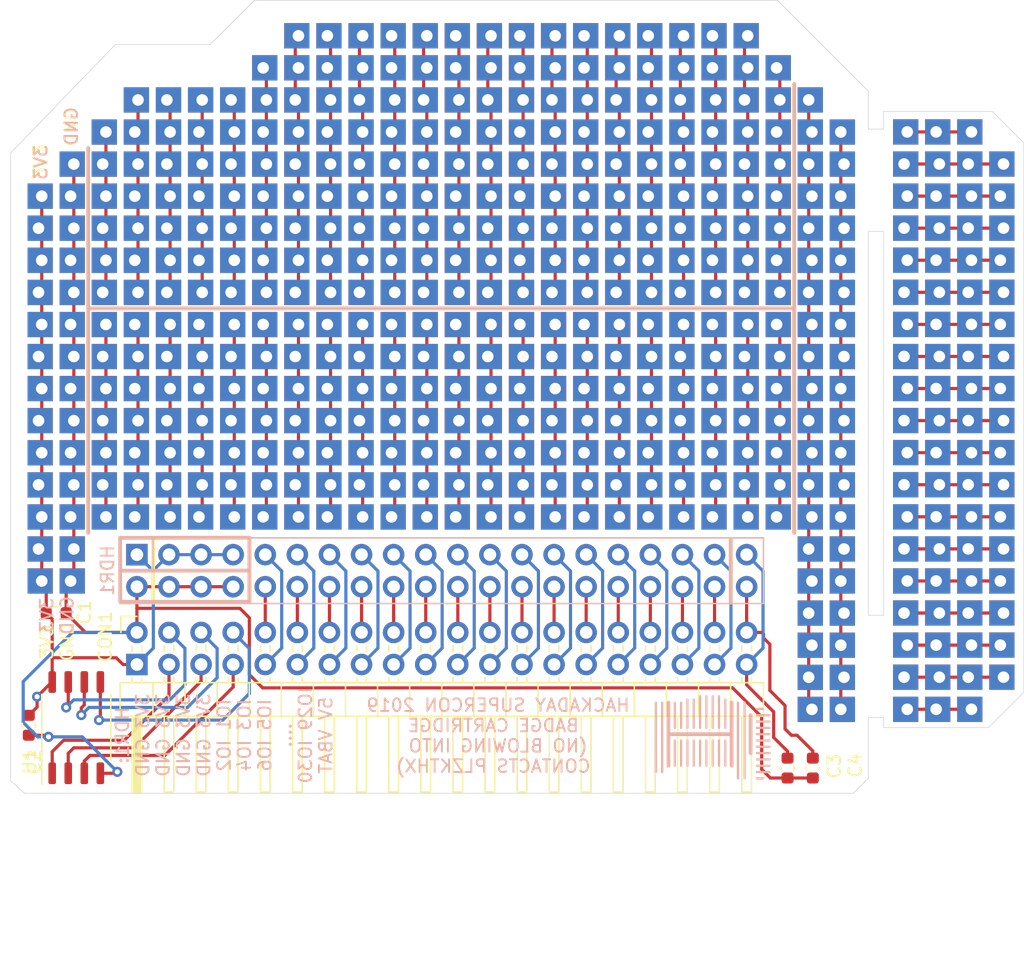
<source format=kicad_pcb>
(kicad_pcb (version 20171130) (host pcbnew 5.1.4+dfsg1-1)
  (layers (0 F.Cu signal) (31 B.Cu signal) (34 B.Paste user) (35 F.Paste user hide) (36 B.SilkS user) (37 F.SilkS user hide) (38 B.Mask user) (39 F.Mask user hide) (44 Edge.Cuts user))
  (net 0 "")
  (net 1 3V3)
  (net 2 GND)
  (net 3 VBAT)
  (net 4 5V)
  (net 5 CS)
  (net 6 HOLD)
  (net 7 MISO)
  (net 8 SCK)
  (net 9 WP)
  (net 10 MOSI)
  (net 11 GENIO1)
  (net 12 GENIO2)
  (net 13 GENIO3)
  (net 14 GENIO4)
  (net 15 GENIO5)
  (net 16 GENIO6)
  (net 17 GENIO7)
  (net 18 GENIO8)
  (net 19 GENIO9)
  (net 20 GENIO10)
  (net 21 GENIO11)
  (net 22 GENIO12)
  (net 23 GENIO13)
  (net 24 GENIO14)
  (net 25 GENIO15)
  (net 26 GENIO16)
  (net 27 GENIO17)
  (net 28 GENIO18)
  (net 29 GENIO19)
  (net 30 GENIO20)
  (net 31 GENIO21)
  (net 32 GENIO22)
  (net 33 GENIO23)
  (net 34 GENIO24)
  (net 35 GENIO25)
  (net 36 GENIO26)
  (net 37 GENIO27)
  (net 38 GENIO28)
  (net 39 GENIO29)
  (net 40 GENIO30)
  (module inv_hdr:PinHeader_2x20_P2.54mm_Horizontal_Mirrored (layer F.Cu) (at 112 73.8 90)
    (fp_text reference CON1 (at 2.2 -2.5 90) (layer F.SilkS))
    (fp_text value Conn_02x20_Odd_Even)
    (pad 1 thru_hole rect (at 0 0 90) (size 1.7 1.7) (drill 1) (layers *.Cu *.Mask) (net 1 3V3))
    (pad 2 thru_hole oval (at 2.54 0 90) (size 1.7 1.7) (drill 1) (layers *.Cu *.Mask) (net 2 GND))
    (pad 3 thru_hole oval (at 0 2.54 90) (size 1.7 1.7) (drill 1) (layers *.Cu *.Mask) (net 5 CS))
    (pad 4 thru_hole oval (at 2.54 2.54 90) (size 1.7 1.7) (drill 1) (layers *.Cu *.Mask) (net 6 HOLD))
    (pad 5 thru_hole oval (at 0 5.08 90) (size 1.7 1.7) (drill 1) (layers *.Cu *.Mask) (net 7 MISO))
    (pad 6 thru_hole oval (at 2.54 5.08 90) (size 1.7 1.7) (drill 1) (layers *.Cu *.Mask) (net 8 SCK))
    (pad 7 thru_hole oval (at 0 7.62 90) (size 1.7 1.7) (drill 1) (layers *.Cu *.Mask) (net 9 WP))
    (pad 8 thru_hole oval (at 2.54 7.62 90) (size 1.7 1.7) (drill 1) (layers *.Cu *.Mask) (net 10 MOSI))
    (pad 9 thru_hole oval (at 0 10.16 90) (size 1.7 1.7) (drill 1) (layers *.Cu *.Mask) (net 11 GENIO1))
    (pad 10 thru_hole oval (at 2.54 10.16 90) (size 1.7 1.7) (drill 1) (layers *.Cu *.Mask) (net 12 GENIO2))
    (pad 11 thru_hole oval (at 0 12.7 90) (size 1.7 1.7) (drill 1) (layers *.Cu *.Mask) (net 13 GENIO3))
    (pad 12 thru_hole oval (at 2.54 12.7 90) (size 1.7 1.7) (drill 1) (layers *.Cu *.Mask) (net 14 GENIO4))
    (pad 13 thru_hole oval (at 0 15.24 90) (size 1.7 1.7) (drill 1) (layers *.Cu *.Mask) (net 15 GENIO5))
    (pad 14 thru_hole oval (at 2.54 15.24 90) (size 1.7 1.7) (drill 1) (layers *.Cu *.Mask) (net 16 GENIO6))
    (pad 15 thru_hole oval (at 0 17.78 90) (size 1.7 1.7) (drill 1) (layers *.Cu *.Mask) (net 17 GENIO7))
    (pad 16 thru_hole oval (at 2.54 17.78 90) (size 1.7 1.7) (drill 1) (layers *.Cu *.Mask) (net 18 GENIO8))
    (pad 17 thru_hole oval (at 0 20.32 90) (size 1.7 1.7) (drill 1) (layers *.Cu *.Mask) (net 19 GENIO9))
    (pad 18 thru_hole oval (at 2.54 20.32 90) (size 1.7 1.7) (drill 1) (layers *.Cu *.Mask) (net 20 GENIO10))
    (pad 19 thru_hole oval (at 0 22.86 90) (size 1.7 1.7) (drill 1) (layers *.Cu *.Mask) (net 21 GENIO11))
    (pad 20 thru_hole oval (at 2.54 22.86 90) (size 1.7 1.7) (drill 1) (layers *.Cu *.Mask) (net 22 GENIO12))
    (pad 21 thru_hole oval (at 0 25.4 90) (size 1.7 1.7) (drill 1) (layers *.Cu *.Mask) (net 23 GENIO13))
    (pad 22 thru_hole oval (at 2.54 25.4 90) (size 1.7 1.7) (drill 1) (layers *.Cu *.Mask) (net 24 GENIO14))
    (pad 23 thru_hole oval (at 0 27.94 90) (size 1.7 1.7) (drill 1) (layers *.Cu *.Mask) (net 25 GENIO15))
    (pad 24 thru_hole oval (at 2.54 27.94 90) (size 1.7 1.7) (drill 1) (layers *.Cu *.Mask) (net 26 GENIO16))
    (pad 25 thru_hole oval (at 0 30.48 90) (size 1.7 1.7) (drill 1) (layers *.Cu *.Mask) (net 27 GENIO17))
    (pad 26 thru_hole oval (at 2.54 30.48 90) (size 1.7 1.7) (drill 1) (layers *.Cu *.Mask) (net 28 GENIO18))
    (pad 27 thru_hole oval (at 0 33.02 90) (size 1.7 1.7) (drill 1) (layers *.Cu *.Mask) (net 29 GENIO19))
    (pad 28 thru_hole oval (at 2.54 33.02 90) (size 1.7 1.7) (drill 1) (layers *.Cu *.Mask) (net 30 GENIO20))
    (pad 29 thru_hole oval (at 0 35.56 90) (size 1.7 1.7) (drill 1) (layers *.Cu *.Mask) (net 31 GENIO21))
    (pad 30 thru_hole oval (at 2.54 35.56 90) (size 1.7 1.7) (drill 1) (layers *.Cu *.Mask) (net 32 GENIO22))
    (pad 31 thru_hole oval (at 0 38.1 90) (size 1.7 1.7) (drill 1) (layers *.Cu *.Mask) (net 33 GENIO23))
    (pad 32 thru_hole oval (at 2.54 38.1 90) (size 1.7 1.7) (drill 1) (layers *.Cu *.Mask) (net 34 GENIO24))
    (pad 33 thru_hole oval (at 0 40.64 90) (size 1.7 1.7) (drill 1) (layers *.Cu *.Mask) (net 35 GENIO25))
    (pad 34 thru_hole oval (at 2.54 40.64 90) (size 1.7 1.7) (drill 1) (layers *.Cu *.Mask) (net 36 GENIO26))
    (pad 35 thru_hole oval (at 0 43.18 90) (size 1.7 1.7) (drill 1) (layers *.Cu *.Mask) (net 37 GENIO27))
    (pad 36 thru_hole oval (at 2.54 43.18 90) (size 1.7 1.7) (drill 1) (layers *.Cu *.Mask) (net 38 GENIO28))
    (pad 37 thru_hole oval (at 0 45.72 90) (size 1.7 1.7) (drill 1) (layers *.Cu *.Mask) (net 39 GENIO29))
    (pad 38 thru_hole oval (at 2.54 45.72 90) (size 1.7 1.7) (drill 1) (layers *.Cu *.Mask) (net 40 GENIO30))
    (pad 39 thru_hole oval (at 0 48.26 90) (size 1.7 1.7) (drill 1) (layers *.Cu *.Mask) (net 3 VBAT))
    (pad 40 thru_hole oval (at 2.54 48.26 90) (size 1.7 1.7) (drill 1) (layers *.Cu *.Mask) (net 4 5V))
  )
  (module empty_hdr:PinHeader_2x20_P2.54mm_Vertical_virt (layer B.Cu) (at 112 65.1 270)
    (fp_text reference HDR1 (at 1.27 2.33 90) (layer B.SilkS) (effects (justify mirror)))
    (fp_text value Conn_02x20_Odd_Even)
    (pad 1 thru_hole rect (at 0 0 270) (size 1.7 1.7) (drill 1) (layers *.Cu *.Mask) (net 1 3V3))
    (pad 2 thru_hole oval (at 2.54 0 270) (size 1.7 1.7) (drill 1) (layers *.Cu *.Mask) (net 2 GND))
    (pad 3 thru_hole oval (at 0 -2.54 270) (size 1.7 1.7) (drill 1) (layers *.Cu *.Mask) (net 1 3V3))
    (pad 4 thru_hole oval (at 2.54 -2.54 270) (size 1.7 1.7) (drill 1) (layers *.Cu *.Mask) (net 2 GND))
    (pad 5 thru_hole oval (at 0 -5.08 270) (size 1.7 1.7) (drill 1) (layers *.Cu *.Mask) (net 1 3V3))
    (pad 6 thru_hole oval (at 2.54 -5.08 270) (size 1.7 1.7) (drill 1) (layers *.Cu *.Mask) (net 2 GND))
    (pad 7 thru_hole oval (at 0 -7.62 270) (size 1.7 1.7) (drill 1) (layers *.Cu *.Mask) (net 1 3V3))
    (pad 8 thru_hole oval (at 2.54 -7.62 270) (size 1.7 1.7) (drill 1) (layers *.Cu *.Mask) (net 2 GND))
    (pad 9 thru_hole oval (at 0 -10.16 270) (size 1.7 1.7) (drill 1) (layers *.Cu *.Mask) (net 11 GENIO1))
    (pad 10 thru_hole oval (at 2.54 -10.16 270) (size 1.7 1.7) (drill 1) (layers *.Cu *.Mask) (net 12 GENIO2))
    (pad 11 thru_hole oval (at 0 -12.7 270) (size 1.7 1.7) (drill 1) (layers *.Cu *.Mask) (net 13 GENIO3))
    (pad 12 thru_hole oval (at 2.54 -12.7 270) (size 1.7 1.7) (drill 1) (layers *.Cu *.Mask) (net 14 GENIO4))
    (pad 13 thru_hole oval (at 0 -15.24 270) (size 1.7 1.7) (drill 1) (layers *.Cu *.Mask) (net 15 GENIO5))
    (pad 14 thru_hole oval (at 2.54 -15.24 270) (size 1.7 1.7) (drill 1) (layers *.Cu *.Mask) (net 16 GENIO6))
    (pad 15 thru_hole oval (at 0 -17.78 270) (size 1.7 1.7) (drill 1) (layers *.Cu *.Mask) (net 17 GENIO7))
    (pad 16 thru_hole oval (at 2.54 -17.78 270) (size 1.7 1.7) (drill 1) (layers *.Cu *.Mask) (net 18 GENIO8))
    (pad 17 thru_hole oval (at 0 -20.32 270) (size 1.7 1.7) (drill 1) (layers *.Cu *.Mask) (net 19 GENIO9))
    (pad 18 thru_hole oval (at 2.54 -20.32 270) (size 1.7 1.7) (drill 1) (layers *.Cu *.Mask) (net 20 GENIO10))
    (pad 19 thru_hole oval (at 0 -22.86 270) (size 1.7 1.7) (drill 1) (layers *.Cu *.Mask) (net 21 GENIO11))
    (pad 20 thru_hole oval (at 2.54 -22.86 270) (size 1.7 1.7) (drill 1) (layers *.Cu *.Mask) (net 22 GENIO12))
    (pad 21 thru_hole oval (at 0 -25.4 270) (size 1.7 1.7) (drill 1) (layers *.Cu *.Mask) (net 23 GENIO13))
    (pad 22 thru_hole oval (at 2.54 -25.4 270) (size 1.7 1.7) (drill 1) (layers *.Cu *.Mask) (net 24 GENIO14))
    (pad 23 thru_hole oval (at 0 -27.94 270) (size 1.7 1.7) (drill 1) (layers *.Cu *.Mask) (net 25 GENIO15))
    (pad 24 thru_hole oval (at 2.54 -27.94 270) (size 1.7 1.7) (drill 1) (layers *.Cu *.Mask) (net 26 GENIO16))
    (pad 25 thru_hole oval (at 0 -30.48 270) (size 1.7 1.7) (drill 1) (layers *.Cu *.Mask) (net 27 GENIO17))
    (pad 26 thru_hole oval (at 2.54 -30.48 270) (size 1.7 1.7) (drill 1) (layers *.Cu *.Mask) (net 28 GENIO18))
    (pad 27 thru_hole oval (at 0 -33.02 270) (size 1.7 1.7) (drill 1) (layers *.Cu *.Mask) (net 29 GENIO19))
    (pad 28 thru_hole oval (at 2.54 -33.02 270) (size 1.7 1.7) (drill 1) (layers *.Cu *.Mask) (net 30 GENIO20))
    (pad 29 thru_hole oval (at 0 -35.56 270) (size 1.7 1.7) (drill 1) (layers *.Cu *.Mask) (net 31 GENIO21))
    (pad 30 thru_hole oval (at 2.54 -35.56 270) (size 1.7 1.7) (drill 1) (layers *.Cu *.Mask) (net 32 GENIO22))
    (pad 31 thru_hole oval (at 0 -38.1 270) (size 1.7 1.7) (drill 1) (layers *.Cu *.Mask) (net 33 GENIO23))
    (pad 32 thru_hole oval (at 2.54 -38.1 270) (size 1.7 1.7) (drill 1) (layers *.Cu *.Mask) (net 34 GENIO24))
    (pad 33 thru_hole oval (at 0 -40.64 270) (size 1.7 1.7) (drill 1) (layers *.Cu *.Mask) (net 35 GENIO25))
    (pad 34 thru_hole oval (at 2.54 -40.64 270) (size 1.7 1.7) (drill 1) (layers *.Cu *.Mask) (net 36 GENIO26))
    (pad 35 thru_hole oval (at 0 -43.18 270) (size 1.7 1.7) (drill 1) (layers *.Cu *.Mask) (net 37 GENIO27))
    (pad 36 thru_hole oval (at 2.54 -43.18 270) (size 1.7 1.7) (drill 1) (layers *.Cu *.Mask) (net 38 GENIO28))
    (pad 37 thru_hole oval (at 0 -45.72 270) (size 1.7 1.7) (drill 1) (layers *.Cu *.Mask) (net 39 GENIO29))
    (pad 38 thru_hole oval (at 2.54 -45.72 270) (size 1.7 1.7) (drill 1) (layers *.Cu *.Mask) (net 40 GENIO30))
    (pad 39 thru_hole oval (at 0 -48.26 270) (size 1.7 1.7) (drill 1) (layers *.Cu *.Mask) (net 3 VBAT))
    (pad 40 thru_hole oval (at 2.54 -48.26 270) (size 1.7 1.7) (drill 1) (layers *.Cu *.Mask) (net 4 5V))
  )
  (module mouse_bite:mouse_bite_5 (layer F.Cu) (at 169.9 35.3 90)
    (fp_text reference REF** hide)
    (fp_text value mouse_bite_5 hide)
    (pad "" np_thru_hole circle (at 0 0 90) (size 0.8 0.8) (drill 0.8) (layers *.Cu *.Mask))
    (pad "" np_thru_hole circle (at -1.5 0 90) (size 0.8 0.8) (drill 0.8) (layers *.Cu *.Mask))
    (pad "" np_thru_hole circle (at 1.5 0 90) (size 0.8 0.8) (drill 0.8) (layers *.Cu *.Mask))
    (pad "" np_thru_hole circle (at 3 0 90) (size 0.8 0.8) (drill 0.8) (layers *.Cu *.Mask))
    (pad "" np_thru_hole circle (at -3 0 90) (size 0.8 0.8) (drill 0.8) (layers *.Cu *.Mask))
  )
  (module mouse_bite:mouse_bite_5 (layer F.Cu) (at 169.9 74 90)
    (fp_text reference REF** hide)
    (fp_text value mouse_bite_5 hide)
    (pad "" np_thru_hole circle (at -3 0 90) (size 0.8 0.8) (drill 0.8) (layers *.Cu *.Mask))
    (pad "" np_thru_hole circle (at 3 0 90) (size 0.8 0.8) (drill 0.8) (layers *.Cu *.Mask))
    (pad "" np_thru_hole circle (at 1.5 0 90) (size 0.8 0.8) (drill 0.8) (layers *.Cu *.Mask))
    (pad "" np_thru_hole circle (at -1.5 0 90) (size 0.8 0.8) (drill 0.8) (layers *.Cu *.Mask))
    (pad "" np_thru_hole circle (at 0 0 90) (size 0.8 0.8) (drill 0.8) (layers *.Cu *.Mask))
  )
  (module "" (layer F.Cu) (at 177.927 31.623 180)
    (fp_text reference "" (at 0 0) (layer F.SilkS) (effects (font (size 1.27 1.27))))
    (fp_text value "" (at 0 0) (layer F.SilkS) (effects (font (size 1.27 1.27))))
    (pad 1 thru_hole rect (at -0.127 0 180) (size 2 2) (drill 0.9144 (offset 0.127 0)) (layers *.Cu *.Mask))
  )
  (module "" (layer F.Cu) (at 177.927 59.563)
    (fp_text reference "" (at 0 0) (layer F.SilkS) (effects (font (size 1.27 1.27))))
    (fp_text value "" (at 0 0) (layer F.SilkS) (effects (font (size 1.27 1.27))))
    (pad 1 thru_hole rect (at -0.127 0) (size 2 2) (drill 0.9144 (offset 0.127 0)) (layers *.Cu *.Mask))
  )
  (module "" (layer F.Cu) (at 180.467 69.723 180)
    (fp_text reference "" (at 0 0) (layer F.SilkS) (effects (font (size 1.27 1.27))))
    (fp_text value "" (at 0 0) (layer F.SilkS) (effects (font (size 1.27 1.27))))
    (pad 1 thru_hole rect (at -0.127 0 180) (size 2 2) (drill 0.9144 (offset 0.127 0)) (layers *.Cu *.Mask))
  )
  (module "" (layer F.Cu) (at 177.927 74.803)
    (fp_text reference "" (at 0 0) (layer F.SilkS) (effects (font (size 1.27 1.27))))
    (fp_text value "" (at 0 0) (layer F.SilkS) (effects (font (size 1.27 1.27))))
    (pad 1 thru_hole rect (at -0.127 0) (size 2 2) (drill 0.9144 (offset 0.127 0)) (layers *.Cu *.Mask))
  )
  (module "" (layer F.Cu) (at 177.927 64.643)
    (fp_text reference "" (at 0 0) (layer F.SilkS) (effects (font (size 1.27 1.27))))
    (fp_text value "" (at 0 0) (layer F.SilkS) (effects (font (size 1.27 1.27))))
    (pad 1 thru_hole rect (at -0.127 0) (size 2 2) (drill 0.9144 (offset 0.127 0)) (layers *.Cu *.Mask))
  )
  (module "" (layer F.Cu) (at 177.927 41.783 180)
    (fp_text reference "" (at 0 0) (layer F.SilkS) (effects (font (size 1.27 1.27))))
    (fp_text value "" (at 0 0) (layer F.SilkS) (effects (font (size 1.27 1.27))))
    (pad 1 thru_hole rect (at -0.127 0 180) (size 2 2) (drill 0.9144 (offset 0.127 0)) (layers *.Cu *.Mask))
  )
  (module "" (layer F.Cu) (at 180.467 49.403 180)
    (fp_text reference "" (at 0 0) (layer F.SilkS) (effects (font (size 1.27 1.27))))
    (fp_text value "" (at 0 0) (layer F.SilkS) (effects (font (size 1.27 1.27))))
    (pad 1 thru_hole rect (at -0.127 0 180) (size 2 2) (drill 0.9144 (offset 0.127 0)) (layers *.Cu *.Mask))
  )
  (module "" (layer F.Cu) (at 177.927 34.163)
    (fp_text reference "" (at 0 0) (layer F.SilkS) (effects (font (size 1.27 1.27))))
    (fp_text value "" (at 0 0) (layer F.SilkS) (effects (font (size 1.27 1.27))))
    (pad 1 thru_hole rect (at -0.127 0) (size 2 2) (drill 0.9144 (offset 0.127 0)) (layers *.Cu *.Mask))
  )
  (module "" (layer F.Cu) (at 180.467 39.243 180)
    (fp_text reference "" (at 0 0) (layer F.SilkS) (effects (font (size 1.27 1.27))))
    (fp_text value "" (at 0 0) (layer F.SilkS) (effects (font (size 1.27 1.27))))
    (pad 1 thru_hole rect (at -0.127 0 180) (size 2 2) (drill 0.9144 (offset 0.127 0)) (layers *.Cu *.Mask))
  )
  (module "" (layer F.Cu) (at 180.467 41.783)
    (fp_text reference "" (at 0 0) (layer F.SilkS) (effects (font (size 1.27 1.27))))
    (fp_text value "" (at 0 0) (layer F.SilkS) (effects (font (size 1.27 1.27))))
    (pad 1 thru_hole rect (at -0.127 0) (size 2 2) (drill 0.9144 (offset 0.127 0)) (layers *.Cu *.Mask))
  )
  (module "" (layer F.Cu) (at 180.467 44.323 180)
    (fp_text reference "" (at 0 0) (layer F.SilkS) (effects (font (size 1.27 1.27))))
    (fp_text value "" (at 0 0) (layer F.SilkS) (effects (font (size 1.27 1.27))))
    (pad 1 thru_hole rect (at -0.127 0 180) (size 2 2) (drill 0.9144 (offset 0.127 0)) (layers *.Cu *.Mask))
  )
  (module "" (layer F.Cu) (at 177.927 49.403)
    (fp_text reference "" (at 0 0) (layer F.SilkS) (effects (font (size 1.27 1.27))))
    (fp_text value "" (at 0 0) (layer F.SilkS) (effects (font (size 1.27 1.27))))
    (pad 1 thru_hole rect (at -0.127 0) (size 2 2) (drill 0.9144 (offset 0.127 0)) (layers *.Cu *.Mask))
  )
  (module even_odd_proto:even_odd_proto (layer F.Cu) (at 180.467 62.103)
    (fp_text reference REF** hide)
    (fp_text value even_odd_proto hide)
    (pad 1 thru_hole rect (at -0.127 0) (size 2 2) (drill 0.9144 (offset 0.127 0)) (layers *.Cu *.Mask))
  )
  (module "" (layer F.Cu) (at 177.927 46.863 180)
    (fp_text reference "" (at 0 0) (layer F.SilkS) (effects (font (size 1.27 1.27))))
    (fp_text value "" (at 0 0) (layer F.SilkS) (effects (font (size 1.27 1.27))))
    (pad 1 thru_hole rect (at -0.127 0 180) (size 2 2) (drill 0.9144 (offset 0.127 0)) (layers *.Cu *.Mask))
  )
  (module "" (layer F.Cu) (at 177.927 77.343 180)
    (fp_text reference "" (at 0 0) (layer F.SilkS) (effects (font (size 1.27 1.27))))
    (fp_text value "" (at 0 0) (layer F.SilkS) (effects (font (size 1.27 1.27))))
    (pad 1 thru_hole rect (at -0.127 0 180) (size 2 2) (drill 0.9144 (offset 0.127 0)) (layers *.Cu *.Mask))
  )
  (module "" (layer F.Cu) (at 177.927 57.023 180)
    (fp_text reference "" (at 0 0) (layer F.SilkS) (effects (font (size 1.27 1.27))))
    (fp_text value "" (at 0 0) (layer F.SilkS) (effects (font (size 1.27 1.27))))
    (pad 1 thru_hole rect (at -0.127 0 180) (size 2 2) (drill 0.9144 (offset 0.127 0)) (layers *.Cu *.Mask))
  )
  (module "" (layer F.Cu) (at 180.467 74.803 180)
    (fp_text reference "" (at 0 0) (layer F.SilkS) (effects (font (size 1.27 1.27))))
    (fp_text value "" (at 0 0) (layer F.SilkS) (effects (font (size 1.27 1.27))))
    (pad 1 thru_hole rect (at -0.127 0 180) (size 2 2) (drill 0.9144 (offset 0.127 0)) (layers *.Cu *.Mask))
  )
  (module even_odd_proto:even_odd_proto (layer F.Cu) (at 180.467 72.263)
    (fp_text reference REF** hide)
    (fp_text value even_odd_proto hide)
    (pad 1 thru_hole rect (at -0.127 0) (size 2 2) (drill 0.9144 (offset 0.127 0)) (layers *.Cu *.Mask))
  )
  (module "" (layer F.Cu) (at 180.467 64.643 180)
    (fp_text reference "" (at 0 0) (layer F.SilkS) (effects (font (size 1.27 1.27))))
    (fp_text value "" (at 0 0) (layer F.SilkS) (effects (font (size 1.27 1.27))))
    (pad 1 thru_hole rect (at -0.127 0 180) (size 2 2) (drill 0.9144 (offset 0.127 0)) (layers *.Cu *.Mask))
  )
  (module "" (layer F.Cu) (at 180.467 57.023)
    (fp_text reference "" (at 0 0) (layer F.SilkS) (effects (font (size 1.27 1.27))))
    (fp_text value "" (at 0 0) (layer F.SilkS) (effects (font (size 1.27 1.27))))
    (pad 1 thru_hole rect (at -0.127 0) (size 2 2) (drill 0.9144 (offset 0.127 0)) (layers *.Cu *.Mask))
  )
  (module "" (layer F.Cu) (at 177.927 67.183 180)
    (fp_text reference "" (at 0 0) (layer F.SilkS) (effects (font (size 1.27 1.27))))
    (fp_text value "" (at 0 0) (layer F.SilkS) (effects (font (size 1.27 1.27))))
    (pad 1 thru_hole rect (at -0.127 0 180) (size 2 2) (drill 0.9144 (offset 0.127 0)) (layers *.Cu *.Mask))
  )
  (module "" (layer F.Cu) (at 180.467 59.563 180)
    (fp_text reference "" (at 0 0) (layer F.SilkS) (effects (font (size 1.27 1.27))))
    (fp_text value "" (at 0 0) (layer F.SilkS) (effects (font (size 1.27 1.27))))
    (pad 1 thru_hole rect (at -0.127 0 180) (size 2 2) (drill 0.9144 (offset 0.127 0)) (layers *.Cu *.Mask))
  )
  (module "" (layer F.Cu) (at 180.467 54.483 180)
    (fp_text reference "" (at 0 0) (layer F.SilkS) (effects (font (size 1.27 1.27))))
    (fp_text value "" (at 0 0) (layer F.SilkS) (effects (font (size 1.27 1.27))))
    (pad 1 thru_hole rect (at -0.127 0 180) (size 2 2) (drill 0.9144 (offset 0.127 0)) (layers *.Cu *.Mask))
  )
  (module "" (layer F.Cu) (at 177.927 36.703 180)
    (fp_text reference "" (at 0 0) (layer F.SilkS) (effects (font (size 1.27 1.27))))
    (fp_text value "" (at 0 0) (layer F.SilkS) (effects (font (size 1.27 1.27))))
    (pad 1 thru_hole rect (at -0.127 0 180) (size 2 2) (drill 0.9144 (offset 0.127 0)) (layers *.Cu *.Mask))
  )
  (module "" (layer F.Cu) (at 180.467 36.703)
    (fp_text reference "" (at 0 0) (layer F.SilkS) (effects (font (size 1.27 1.27))))
    (fp_text value "" (at 0 0) (layer F.SilkS) (effects (font (size 1.27 1.27))))
    (pad 1 thru_hole rect (at -0.127 0) (size 2 2) (drill 0.9144 (offset 0.127 0)) (layers *.Cu *.Mask))
  )
  (module "" (layer F.Cu) (at 177.927 44.323)
    (fp_text reference "" (at 0 0) (layer F.SilkS) (effects (font (size 1.27 1.27))))
    (fp_text value "" (at 0 0) (layer F.SilkS) (effects (font (size 1.27 1.27))))
    (pad 1 thru_hole rect (at -0.127 0) (size 2 2) (drill 0.9144 (offset 0.127 0)) (layers *.Cu *.Mask))
  )
  (module "" (layer F.Cu) (at 177.927 69.723)
    (fp_text reference "" (at 0 0) (layer F.SilkS) (effects (font (size 1.27 1.27))))
    (fp_text value "" (at 0 0) (layer F.SilkS) (effects (font (size 1.27 1.27))))
    (pad 1 thru_hole rect (at -0.127 0) (size 2 2) (drill 0.9144 (offset 0.127 0)) (layers *.Cu *.Mask))
  )
  (module even_odd_proto:even_odd_proto (layer F.Cu) (at 180.467 67.183)
    (fp_text reference REF** hide)
    (fp_text value even_odd_proto hide)
    (pad 1 thru_hole rect (at -0.127 0) (size 2 2) (drill 0.9144 (offset 0.127 0)) (layers *.Cu *.Mask))
  )
  (module "" (layer F.Cu) (at 177.927 62.103 180)
    (fp_text reference "" (at 0 0) (layer F.SilkS) (effects (font (size 1.27 1.27))))
    (fp_text value "" (at 0 0) (layer F.SilkS) (effects (font (size 1.27 1.27))))
    (pad 1 thru_hole rect (at -0.127 0 180) (size 2 2) (drill 0.9144 (offset 0.127 0)) (layers *.Cu *.Mask))
  )
  (module "" (layer F.Cu) (at 177.927 72.263 180)
    (fp_text reference "" (at 0 0) (layer F.SilkS) (effects (font (size 1.27 1.27))))
    (fp_text value "" (at 0 0) (layer F.SilkS) (effects (font (size 1.27 1.27))))
    (pad 1 thru_hole rect (at -0.127 0 180) (size 2 2) (drill 0.9144 (offset 0.127 0)) (layers *.Cu *.Mask))
  )
  (module "" (layer F.Cu) (at 180.467 46.863)
    (fp_text reference "" (at 0 0) (layer F.SilkS) (effects (font (size 1.27 1.27))))
    (fp_text value "" (at 0 0) (layer F.SilkS) (effects (font (size 1.27 1.27))))
    (pad 1 thru_hole rect (at -0.127 0) (size 2 2) (drill 0.9144 (offset 0.127 0)) (layers *.Cu *.Mask))
  )
  (module "" (layer F.Cu) (at 180.467 34.163 180)
    (fp_text reference "" (at 0 0) (layer F.SilkS) (effects (font (size 1.27 1.27))))
    (fp_text value "" (at 0 0) (layer F.SilkS) (effects (font (size 1.27 1.27))))
    (pad 1 thru_hole rect (at -0.127 0 180) (size 2 2) (drill 0.9144 (offset 0.127 0)) (layers *.Cu *.Mask))
  )
  (module "" (layer F.Cu) (at 177.927 54.483)
    (fp_text reference "" (at 0 0) (layer F.SilkS) (effects (font (size 1.27 1.27))))
    (fp_text value "" (at 0 0) (layer F.SilkS) (effects (font (size 1.27 1.27))))
    (pad 1 thru_hole rect (at -0.127 0) (size 2 2) (drill 0.9144 (offset 0.127 0)) (layers *.Cu *.Mask))
  )
  (module "" (layer F.Cu) (at 177.927 51.943 180)
    (fp_text reference "" (at 0 0) (layer F.SilkS) (effects (font (size 1.27 1.27))))
    (fp_text value "" (at 0 0) (layer F.SilkS) (effects (font (size 1.27 1.27))))
    (pad 1 thru_hole rect (at -0.127 0 180) (size 2 2) (drill 0.9144 (offset 0.127 0)) (layers *.Cu *.Mask))
  )
  (module "" (layer F.Cu) (at 177.927 39.243)
    (fp_text reference "" (at 0 0) (layer F.SilkS) (effects (font (size 1.27 1.27))))
    (fp_text value "" (at 0 0) (layer F.SilkS) (effects (font (size 1.27 1.27))))
    (pad 1 thru_hole rect (at -0.127 0) (size 2 2) (drill 0.9144 (offset 0.127 0)) (layers *.Cu *.Mask))
  )
  (module "" (layer F.Cu) (at 180.467 51.943)
    (fp_text reference "" (at 0 0) (layer F.SilkS) (effects (font (size 1.27 1.27))))
    (fp_text value "" (at 0 0) (layer F.SilkS) (effects (font (size 1.27 1.27))))
    (pad 1 thru_hole rect (at -0.127 0) (size 2 2) (drill 0.9144 (offset 0.127 0)) (layers *.Cu *.Mask))
  )
  (module even_odd_proto:even_odd_proto (layer F.Cu) (at 175.387 77.343)
    (fp_text reference REF** hide)
    (fp_text value even_odd_proto hide)
    (pad 1 thru_hole rect (at -0.127 0) (size 2 2) (drill 0.9144 (offset 0.127 0)) (layers *.Cu *.Mask))
  )
  (module "" (layer F.Cu) (at 172.847 31.623 180)
    (fp_text reference "" (at 0 0) (layer F.SilkS) (effects (font (size 1.27 1.27))))
    (fp_text value "" (at 0 0) (layer F.SilkS) (effects (font (size 1.27 1.27))))
    (pad 1 thru_hole rect (at -0.127 0 180) (size 2 2) (drill 0.9144 (offset 0.127 0)) (layers *.Cu *.Mask))
  )
  (module "" (layer F.Cu) (at 172.847 59.563)
    (fp_text reference "" (at 0 0) (layer F.SilkS) (effects (font (size 1.27 1.27))))
    (fp_text value "" (at 0 0) (layer F.SilkS) (effects (font (size 1.27 1.27))))
    (pad 1 thru_hole rect (at -0.127 0) (size 2 2) (drill 0.9144 (offset 0.127 0)) (layers *.Cu *.Mask))
  )
  (module "" (layer F.Cu) (at 175.387 69.723 180)
    (fp_text reference "" (at 0 0) (layer F.SilkS) (effects (font (size 1.27 1.27))))
    (fp_text value "" (at 0 0) (layer F.SilkS) (effects (font (size 1.27 1.27))))
    (pad 1 thru_hole rect (at -0.127 0 180) (size 2 2) (drill 0.9144 (offset 0.127 0)) (layers *.Cu *.Mask))
  )
  (module "" (layer F.Cu) (at 172.847 74.803)
    (fp_text reference "" (at 0 0) (layer F.SilkS) (effects (font (size 1.27 1.27))))
    (fp_text value "" (at 0 0) (layer F.SilkS) (effects (font (size 1.27 1.27))))
    (pad 1 thru_hole rect (at -0.127 0) (size 2 2) (drill 0.9144 (offset 0.127 0)) (layers *.Cu *.Mask))
  )
  (module "" (layer F.Cu) (at 172.847 64.643)
    (fp_text reference "" (at 0 0) (layer F.SilkS) (effects (font (size 1.27 1.27))))
    (fp_text value "" (at 0 0) (layer F.SilkS) (effects (font (size 1.27 1.27))))
    (pad 1 thru_hole rect (at -0.127 0) (size 2 2) (drill 0.9144 (offset 0.127 0)) (layers *.Cu *.Mask))
  )
  (module "" (layer F.Cu) (at 172.847 41.783 180)
    (fp_text reference "" (at 0 0) (layer F.SilkS) (effects (font (size 1.27 1.27))))
    (fp_text value "" (at 0 0) (layer F.SilkS) (effects (font (size 1.27 1.27))))
    (pad 1 thru_hole rect (at -0.127 0 180) (size 2 2) (drill 0.9144 (offset 0.127 0)) (layers *.Cu *.Mask))
  )
  (module "" (layer F.Cu) (at 175.387 49.403 180)
    (fp_text reference "" (at 0 0) (layer F.SilkS) (effects (font (size 1.27 1.27))))
    (fp_text value "" (at 0 0) (layer F.SilkS) (effects (font (size 1.27 1.27))))
    (pad 1 thru_hole rect (at -0.127 0 180) (size 2 2) (drill 0.9144 (offset 0.127 0)) (layers *.Cu *.Mask))
  )
  (module "" (layer F.Cu) (at 172.847 34.163)
    (fp_text reference "" (at 0 0) (layer F.SilkS) (effects (font (size 1.27 1.27))))
    (fp_text value "" (at 0 0) (layer F.SilkS) (effects (font (size 1.27 1.27))))
    (pad 1 thru_hole rect (at -0.127 0) (size 2 2) (drill 0.9144 (offset 0.127 0)) (layers *.Cu *.Mask))
  )
  (module "" (layer F.Cu) (at 175.387 39.243 180)
    (fp_text reference "" (at 0 0) (layer F.SilkS) (effects (font (size 1.27 1.27))))
    (fp_text value "" (at 0 0) (layer F.SilkS) (effects (font (size 1.27 1.27))))
    (pad 1 thru_hole rect (at -0.127 0 180) (size 2 2) (drill 0.9144 (offset 0.127 0)) (layers *.Cu *.Mask))
  )
  (module "" (layer F.Cu) (at 175.387 41.783)
    (fp_text reference "" (at 0 0) (layer F.SilkS) (effects (font (size 1.27 1.27))))
    (fp_text value "" (at 0 0) (layer F.SilkS) (effects (font (size 1.27 1.27))))
    (pad 1 thru_hole rect (at -0.127 0) (size 2 2) (drill 0.9144 (offset 0.127 0)) (layers *.Cu *.Mask))
  )
  (module "" (layer F.Cu) (at 175.387 44.323 180)
    (fp_text reference "" (at 0 0) (layer F.SilkS) (effects (font (size 1.27 1.27))))
    (fp_text value "" (at 0 0) (layer F.SilkS) (effects (font (size 1.27 1.27))))
    (pad 1 thru_hole rect (at -0.127 0 180) (size 2 2) (drill 0.9144 (offset 0.127 0)) (layers *.Cu *.Mask))
  )
  (module "" (layer F.Cu) (at 172.847 49.403)
    (fp_text reference "" (at 0 0) (layer F.SilkS) (effects (font (size 1.27 1.27))))
    (fp_text value "" (at 0 0) (layer F.SilkS) (effects (font (size 1.27 1.27))))
    (pad 1 thru_hole rect (at -0.127 0) (size 2 2) (drill 0.9144 (offset 0.127 0)) (layers *.Cu *.Mask))
  )
  (module even_odd_proto:even_odd_proto (layer F.Cu) (at 175.387 62.103)
    (fp_text reference REF** hide)
    (fp_text value even_odd_proto hide)
    (pad 1 thru_hole rect (at -0.127 0) (size 2 2) (drill 0.9144 (offset 0.127 0)) (layers *.Cu *.Mask))
  )
  (module "" (layer F.Cu) (at 172.847 46.863 180)
    (fp_text reference "" (at 0 0) (layer F.SilkS) (effects (font (size 1.27 1.27))))
    (fp_text value "" (at 0 0) (layer F.SilkS) (effects (font (size 1.27 1.27))))
    (pad 1 thru_hole rect (at -0.127 0 180) (size 2 2) (drill 0.9144 (offset 0.127 0)) (layers *.Cu *.Mask))
  )
  (module "" (layer F.Cu) (at 172.847 77.343 180)
    (fp_text reference "" (at 0 0) (layer F.SilkS) (effects (font (size 1.27 1.27))))
    (fp_text value "" (at 0 0) (layer F.SilkS) (effects (font (size 1.27 1.27))))
    (pad 1 thru_hole rect (at -0.127 0 180) (size 2 2) (drill 0.9144 (offset 0.127 0)) (layers *.Cu *.Mask))
  )
  (module "" (layer F.Cu) (at 172.847 57.023 180)
    (fp_text reference "" (at 0 0) (layer F.SilkS) (effects (font (size 1.27 1.27))))
    (fp_text value "" (at 0 0) (layer F.SilkS) (effects (font (size 1.27 1.27))))
    (pad 1 thru_hole rect (at -0.127 0 180) (size 2 2) (drill 0.9144 (offset 0.127 0)) (layers *.Cu *.Mask))
  )
  (module "" (layer F.Cu) (at 175.387 74.803 180)
    (fp_text reference "" (at 0 0) (layer F.SilkS) (effects (font (size 1.27 1.27))))
    (fp_text value "" (at 0 0) (layer F.SilkS) (effects (font (size 1.27 1.27))))
    (pad 1 thru_hole rect (at -0.127 0 180) (size 2 2) (drill 0.9144 (offset 0.127 0)) (layers *.Cu *.Mask))
  )
  (module even_odd_proto:even_odd_proto (layer F.Cu) (at 175.387 72.263)
    (fp_text reference REF** hide)
    (fp_text value even_odd_proto hide)
    (pad 1 thru_hole rect (at -0.127 0) (size 2 2) (drill 0.9144 (offset 0.127 0)) (layers *.Cu *.Mask))
  )
  (module "" (layer F.Cu) (at 175.387 64.643 180)
    (fp_text reference "" (at 0 0) (layer F.SilkS) (effects (font (size 1.27 1.27))))
    (fp_text value "" (at 0 0) (layer F.SilkS) (effects (font (size 1.27 1.27))))
    (pad 1 thru_hole rect (at -0.127 0 180) (size 2 2) (drill 0.9144 (offset 0.127 0)) (layers *.Cu *.Mask))
  )
  (module "" (layer F.Cu) (at 175.387 57.023)
    (fp_text reference "" (at 0 0) (layer F.SilkS) (effects (font (size 1.27 1.27))))
    (fp_text value "" (at 0 0) (layer F.SilkS) (effects (font (size 1.27 1.27))))
    (pad 1 thru_hole rect (at -0.127 0) (size 2 2) (drill 0.9144 (offset 0.127 0)) (layers *.Cu *.Mask))
  )
  (module "" (layer F.Cu) (at 172.847 67.183 180)
    (fp_text reference "" (at 0 0) (layer F.SilkS) (effects (font (size 1.27 1.27))))
    (fp_text value "" (at 0 0) (layer F.SilkS) (effects (font (size 1.27 1.27))))
    (pad 1 thru_hole rect (at -0.127 0 180) (size 2 2) (drill 0.9144 (offset 0.127 0)) (layers *.Cu *.Mask))
  )
  (module "" (layer F.Cu) (at 175.387 59.563 180)
    (fp_text reference "" (at 0 0) (layer F.SilkS) (effects (font (size 1.27 1.27))))
    (fp_text value "" (at 0 0) (layer F.SilkS) (effects (font (size 1.27 1.27))))
    (pad 1 thru_hole rect (at -0.127 0 180) (size 2 2) (drill 0.9144 (offset 0.127 0)) (layers *.Cu *.Mask))
  )
  (module "" (layer F.Cu) (at 175.387 54.483 180)
    (fp_text reference "" (at 0 0) (layer F.SilkS) (effects (font (size 1.27 1.27))))
    (fp_text value "" (at 0 0) (layer F.SilkS) (effects (font (size 1.27 1.27))))
    (pad 1 thru_hole rect (at -0.127 0 180) (size 2 2) (drill 0.9144 (offset 0.127 0)) (layers *.Cu *.Mask))
  )
  (module "" (layer F.Cu) (at 172.847 36.703 180)
    (fp_text reference "" (at 0 0) (layer F.SilkS) (effects (font (size 1.27 1.27))))
    (fp_text value "" (at 0 0) (layer F.SilkS) (effects (font (size 1.27 1.27))))
    (pad 1 thru_hole rect (at -0.127 0 180) (size 2 2) (drill 0.9144 (offset 0.127 0)) (layers *.Cu *.Mask))
  )
  (module "" (layer F.Cu) (at 175.387 36.703)
    (fp_text reference "" (at 0 0) (layer F.SilkS) (effects (font (size 1.27 1.27))))
    (fp_text value "" (at 0 0) (layer F.SilkS) (effects (font (size 1.27 1.27))))
    (pad 1 thru_hole rect (at -0.127 0) (size 2 2) (drill 0.9144 (offset 0.127 0)) (layers *.Cu *.Mask))
  )
  (module "" (layer F.Cu) (at 172.847 44.323)
    (fp_text reference "" (at 0 0) (layer F.SilkS) (effects (font (size 1.27 1.27))))
    (fp_text value "" (at 0 0) (layer F.SilkS) (effects (font (size 1.27 1.27))))
    (pad 1 thru_hole rect (at -0.127 0) (size 2 2) (drill 0.9144 (offset 0.127 0)) (layers *.Cu *.Mask))
  )
  (module "" (layer F.Cu) (at 172.847 69.723)
    (fp_text reference "" (at 0 0) (layer F.SilkS) (effects (font (size 1.27 1.27))))
    (fp_text value "" (at 0 0) (layer F.SilkS) (effects (font (size 1.27 1.27))))
    (pad 1 thru_hole rect (at -0.127 0) (size 2 2) (drill 0.9144 (offset 0.127 0)) (layers *.Cu *.Mask))
  )
  (module "" (layer F.Cu) (at 175.387 31.623)
    (fp_text reference "" (at 0 0) (layer F.SilkS) (effects (font (size 1.27 1.27))))
    (fp_text value "" (at 0 0) (layer F.SilkS) (effects (font (size 1.27 1.27))))
    (pad 1 thru_hole rect (at -0.127 0) (size 2 2) (drill 0.9144 (offset 0.127 0)) (layers *.Cu *.Mask))
  )
  (module even_odd_proto:even_odd_proto (layer F.Cu) (at 175.387 67.183)
    (fp_text reference REF** hide)
    (fp_text value even_odd_proto hide)
    (pad 1 thru_hole rect (at -0.127 0) (size 2 2) (drill 0.9144 (offset 0.127 0)) (layers *.Cu *.Mask))
  )
  (module "" (layer F.Cu) (at 172.847 62.103 180)
    (fp_text reference "" (at 0 0) (layer F.SilkS) (effects (font (size 1.27 1.27))))
    (fp_text value "" (at 0 0) (layer F.SilkS) (effects (font (size 1.27 1.27))))
    (pad 1 thru_hole rect (at -0.127 0 180) (size 2 2) (drill 0.9144 (offset 0.127 0)) (layers *.Cu *.Mask))
  )
  (module "" (layer F.Cu) (at 172.847 72.263 180)
    (fp_text reference "" (at 0 0) (layer F.SilkS) (effects (font (size 1.27 1.27))))
    (fp_text value "" (at 0 0) (layer F.SilkS) (effects (font (size 1.27 1.27))))
    (pad 1 thru_hole rect (at -0.127 0 180) (size 2 2) (drill 0.9144 (offset 0.127 0)) (layers *.Cu *.Mask))
  )
  (module "" (layer F.Cu) (at 175.387 46.863)
    (fp_text reference "" (at 0 0) (layer F.SilkS) (effects (font (size 1.27 1.27))))
    (fp_text value "" (at 0 0) (layer F.SilkS) (effects (font (size 1.27 1.27))))
    (pad 1 thru_hole rect (at -0.127 0) (size 2 2) (drill 0.9144 (offset 0.127 0)) (layers *.Cu *.Mask))
  )
  (module "" (layer F.Cu) (at 175.387 34.163 180)
    (fp_text reference "" (at 0 0) (layer F.SilkS) (effects (font (size 1.27 1.27))))
    (fp_text value "" (at 0 0) (layer F.SilkS) (effects (font (size 1.27 1.27))))
    (pad 1 thru_hole rect (at -0.127 0 180) (size 2 2) (drill 0.9144 (offset 0.127 0)) (layers *.Cu *.Mask))
  )
  (module "" (layer F.Cu) (at 172.847 54.483)
    (fp_text reference "" (at 0 0) (layer F.SilkS) (effects (font (size 1.27 1.27))))
    (fp_text value "" (at 0 0) (layer F.SilkS) (effects (font (size 1.27 1.27))))
    (pad 1 thru_hole rect (at -0.127 0) (size 2 2) (drill 0.9144 (offset 0.127 0)) (layers *.Cu *.Mask))
  )
  (module "" (layer F.Cu) (at 172.847 51.943 180)
    (fp_text reference "" (at 0 0) (layer F.SilkS) (effects (font (size 1.27 1.27))))
    (fp_text value "" (at 0 0) (layer F.SilkS) (effects (font (size 1.27 1.27))))
    (pad 1 thru_hole rect (at -0.127 0 180) (size 2 2) (drill 0.9144 (offset 0.127 0)) (layers *.Cu *.Mask))
  )
  (module "" (layer F.Cu) (at 172.847 39.243)
    (fp_text reference "" (at 0 0) (layer F.SilkS) (effects (font (size 1.27 1.27))))
    (fp_text value "" (at 0 0) (layer F.SilkS) (effects (font (size 1.27 1.27))))
    (pad 1 thru_hole rect (at -0.127 0) (size 2 2) (drill 0.9144 (offset 0.127 0)) (layers *.Cu *.Mask))
  )
  (module "" (layer F.Cu) (at 175.387 51.943)
    (fp_text reference "" (at 0 0) (layer F.SilkS) (effects (font (size 1.27 1.27))))
    (fp_text value "" (at 0 0) (layer F.SilkS) (effects (font (size 1.27 1.27))))
    (pad 1 thru_hole rect (at -0.127 0) (size 2 2) (drill 0.9144 (offset 0.127 0)) (layers *.Cu *.Mask))
  )
  (module Capacitor_SMD:C_0603_1608Metric (layer F.Cu) (at 103.4415 78.613 270)
    (fp_text reference C2 (at 2.921 -0.4445 270) (layer F.SilkS))
    (fp_text value 100n)
    (pad 2 smd roundrect (at 0.7875 0 270) (size 0.875 0.95) (layers F.Cu F.Paste F.Mask) (net 2 GND))
    (pad 1 smd roundrect (at -0.7875 0 270) (size 0.875 0.95) (layers F.Cu F.Paste F.Mask) (net 1 3V3))
  )
  (module even_odd_proto:even_odd_proto (layer F.Cu) (at 106.88 67.19)
    (fp_text reference REF** hide)
    (fp_text value even_odd_proto hide)
    (pad 1 thru_hole rect (at -0.127 0) (size 2 2) (drill 0.9144 (offset 0.127 0)) (layers *.Cu *.Mask))
  )
  (module "" (layer F.Cu) (at 104.34 67.19 180)
    (fp_text reference "" (at 0 0) (layer F.SilkS) (effects (font (size 1.27 1.27))))
    (fp_text value "" (at 0 0) (layer F.SilkS) (effects (font (size 1.27 1.27))))
    (pad 1 thru_hole rect (at -0.127 0 180) (size 2 2) (drill 0.9144 (offset 0.127 0)) (layers *.Cu *.Mask))
  )
  (module "" (layer F.Cu) (at 104.34 64.65)
    (fp_text reference "" (at 0 0) (layer F.SilkS) (effects (font (size 1.27 1.27))))
    (fp_text value "" (at 0 0) (layer F.SilkS) (effects (font (size 1.27 1.27))))
    (pad 1 thru_hole rect (at -0.127 0) (size 2 2) (drill 0.9144 (offset 0.127 0)) (layers *.Cu *.Mask))
  )
  (module "" (layer F.Cu) (at 106.88 64.65 180)
    (fp_text reference "" (at 0 0) (layer F.SilkS) (effects (font (size 1.27 1.27))))
    (fp_text value "" (at 0 0) (layer F.SilkS) (effects (font (size 1.27 1.27))))
    (pad 1 thru_hole rect (at -0.127 0 180) (size 2 2) (drill 0.9144 (offset 0.127 0)) (layers *.Cu *.Mask))
  )
  (module even_odd_proto:even_odd_proto (layer F.Cu) (at 167.84 77.35)
    (fp_text reference REF** hide)
    (fp_text value even_odd_proto hide)
    (pad 1 thru_hole rect (at -0.127 0) (size 2 2) (drill 0.9144 (offset 0.127 0)) (layers *.Cu *.Mask))
  )
  (module "" (layer F.Cu) (at 165.3 77.35 180)
    (fp_text reference "" (at 0 0) (layer F.SilkS) (effects (font (size 1.27 1.27))))
    (fp_text value "" (at 0 0) (layer F.SilkS) (effects (font (size 1.27 1.27))))
    (pad 1 thru_hole rect (at -0.127 0 180) (size 2 2) (drill 0.9144 (offset 0.127 0)) (layers *.Cu *.Mask))
  )
  (module "" (layer F.Cu) (at 165.3 74.81)
    (fp_text reference "" (at 0 0) (layer F.SilkS) (effects (font (size 1.27 1.27))))
    (fp_text value "" (at 0 0) (layer F.SilkS) (effects (font (size 1.27 1.27))))
    (pad 1 thru_hole rect (at -0.127 0) (size 2 2) (drill 0.9144 (offset 0.127 0)) (layers *.Cu *.Mask))
  )
  (module "" (layer F.Cu) (at 167.84 74.81 180)
    (fp_text reference "" (at 0 0) (layer F.SilkS) (effects (font (size 1.27 1.27))))
    (fp_text value "" (at 0 0) (layer F.SilkS) (effects (font (size 1.27 1.27))))
    (pad 1 thru_hole rect (at -0.127 0 180) (size 2 2) (drill 0.9144 (offset 0.127 0)) (layers *.Cu *.Mask))
  )
  (module even_odd_proto:even_odd_proto (layer F.Cu) (at 167.84 72.27)
    (fp_text reference REF** hide)
    (fp_text value even_odd_proto hide)
    (pad 1 thru_hole rect (at -0.127 0) (size 2 2) (drill 0.9144 (offset 0.127 0)) (layers *.Cu *.Mask))
  )
  (module "" (layer F.Cu) (at 165.3 72.27 180)
    (fp_text reference "" (at 0 0) (layer F.SilkS) (effects (font (size 1.27 1.27))))
    (fp_text value "" (at 0 0) (layer F.SilkS) (effects (font (size 1.27 1.27))))
    (pad 1 thru_hole rect (at -0.127 0 180) (size 2 2) (drill 0.9144 (offset 0.127 0)) (layers *.Cu *.Mask))
  )
  (module "" (layer F.Cu) (at 165.3 69.73)
    (fp_text reference "" (at 0 0) (layer F.SilkS) (effects (font (size 1.27 1.27))))
    (fp_text value "" (at 0 0) (layer F.SilkS) (effects (font (size 1.27 1.27))))
    (pad 1 thru_hole rect (at -0.127 0) (size 2 2) (drill 0.9144 (offset 0.127 0)) (layers *.Cu *.Mask))
  )
  (module "" (layer F.Cu) (at 167.84 69.73 180)
    (fp_text reference "" (at 0 0) (layer F.SilkS) (effects (font (size 1.27 1.27))))
    (fp_text value "" (at 0 0) (layer F.SilkS) (effects (font (size 1.27 1.27))))
    (pad 1 thru_hole rect (at -0.127 0 180) (size 2 2) (drill 0.9144 (offset 0.127 0)) (layers *.Cu *.Mask))
  )
  (module even_odd_proto:even_odd_proto (layer F.Cu) (at 167.84 67.19)
    (fp_text reference REF** hide)
    (fp_text value even_odd_proto hide)
    (pad 1 thru_hole rect (at -0.127 0) (size 2 2) (drill 0.9144 (offset 0.127 0)) (layers *.Cu *.Mask))
  )
  (module "" (layer F.Cu) (at 165.3 67.19 180)
    (fp_text reference "" (at 0 0) (layer F.SilkS) (effects (font (size 1.27 1.27))))
    (fp_text value "" (at 0 0) (layer F.SilkS) (effects (font (size 1.27 1.27))))
    (pad 1 thru_hole rect (at -0.127 0 180) (size 2 2) (drill 0.9144 (offset 0.127 0)) (layers *.Cu *.Mask))
  )
  (module "" (layer F.Cu) (at 165.3 64.65)
    (fp_text reference "" (at 0 0) (layer F.SilkS) (effects (font (size 1.27 1.27))))
    (fp_text value "" (at 0 0) (layer F.SilkS) (effects (font (size 1.27 1.27))))
    (pad 1 thru_hole rect (at -0.127 0) (size 2 2) (drill 0.9144 (offset 0.127 0)) (layers *.Cu *.Mask))
  )
  (module "" (layer F.Cu) (at 167.84 64.65 180)
    (fp_text reference "" (at 0 0) (layer F.SilkS) (effects (font (size 1.27 1.27))))
    (fp_text value "" (at 0 0) (layer F.SilkS) (effects (font (size 1.27 1.27))))
    (pad 1 thru_hole rect (at -0.127 0 180) (size 2 2) (drill 0.9144 (offset 0.127 0)) (layers *.Cu *.Mask))
  )
  (module "" (layer F.Cu) (at 124.66 24.01 180)
    (fp_text reference "" (at 0 0) (layer F.SilkS) (effects (font (size 1.27 1.27))))
    (fp_text value "" (at 0 0) (layer F.SilkS) (effects (font (size 1.27 1.27))))
    (pad 1 thru_hole rect (at -0.127 0 180) (size 2 2) (drill 0.9144 (offset 0.127 0)) (layers *.Cu *.Mask))
  )
  (module "" (layer F.Cu) (at 157.68 24.01)
    (fp_text reference "" (at 0 0) (layer F.SilkS) (effects (font (size 1.27 1.27))))
    (fp_text value "" (at 0 0) (layer F.SilkS) (effects (font (size 1.27 1.27))))
    (pad 1 thru_hole rect (at -0.127 0) (size 2 2) (drill 0.9144 (offset 0.127 0)) (layers *.Cu *.Mask))
  )
  (module "" (layer F.Cu) (at 150.06 24.01 180)
    (fp_text reference "" (at 0 0) (layer F.SilkS) (effects (font (size 1.27 1.27))))
    (fp_text value "" (at 0 0) (layer F.SilkS) (effects (font (size 1.27 1.27))))
    (pad 1 thru_hole rect (at -0.127 0 180) (size 2 2) (drill 0.9144 (offset 0.127 0)) (layers *.Cu *.Mask))
  )
  (module "" (layer F.Cu) (at 139.9 24.01 180)
    (fp_text reference "" (at 0 0) (layer F.SilkS) (effects (font (size 1.27 1.27))))
    (fp_text value "" (at 0 0) (layer F.SilkS) (effects (font (size 1.27 1.27))))
    (pad 1 thru_hole rect (at -0.127 0 180) (size 2 2) (drill 0.9144 (offset 0.127 0)) (layers *.Cu *.Mask))
  )
  (module "" (layer F.Cu) (at 152.6 24.01)
    (fp_text reference "" (at 0 0) (layer F.SilkS) (effects (font (size 1.27 1.27))))
    (fp_text value "" (at 0 0) (layer F.SilkS) (effects (font (size 1.27 1.27))))
    (pad 1 thru_hole rect (at -0.127 0) (size 2 2) (drill 0.9144 (offset 0.127 0)) (layers *.Cu *.Mask))
  )
  (module "" (layer F.Cu) (at 134.82 24.01 180)
    (fp_text reference "" (at 0 0) (layer F.SilkS) (effects (font (size 1.27 1.27))))
    (fp_text value "" (at 0 0) (layer F.SilkS) (effects (font (size 1.27 1.27))))
    (pad 1 thru_hole rect (at -0.127 0 180) (size 2 2) (drill 0.9144 (offset 0.127 0)) (layers *.Cu *.Mask))
  )
  (module "" (layer F.Cu) (at 137.36 24.01)
    (fp_text reference "" (at 0 0) (layer F.SilkS) (effects (font (size 1.27 1.27))))
    (fp_text value "" (at 0 0) (layer F.SilkS) (effects (font (size 1.27 1.27))))
    (pad 1 thru_hole rect (at -0.127 0) (size 2 2) (drill 0.9144 (offset 0.127 0)) (layers *.Cu *.Mask))
  )
  (module "" (layer F.Cu) (at 129.74 24.01 180)
    (fp_text reference "" (at 0 0) (layer F.SilkS) (effects (font (size 1.27 1.27))))
    (fp_text value "" (at 0 0) (layer F.SilkS) (effects (font (size 1.27 1.27))))
    (pad 1 thru_hole rect (at -0.127 0 180) (size 2 2) (drill 0.9144 (offset 0.127 0)) (layers *.Cu *.Mask))
  )
  (module "" (layer F.Cu) (at 127.2 24.01)
    (fp_text reference "" (at 0 0) (layer F.SilkS) (effects (font (size 1.27 1.27))))
    (fp_text value "" (at 0 0) (layer F.SilkS) (effects (font (size 1.27 1.27))))
    (pad 1 thru_hole rect (at -0.127 0) (size 2 2) (drill 0.9144 (offset 0.127 0)) (layers *.Cu *.Mask))
  )
  (module "" (layer F.Cu) (at 132.28 24.01)
    (fp_text reference "" (at 0 0) (layer F.SilkS) (effects (font (size 1.27 1.27))))
    (fp_text value "" (at 0 0) (layer F.SilkS) (effects (font (size 1.27 1.27))))
    (pad 1 thru_hole rect (at -0.127 0) (size 2 2) (drill 0.9144 (offset 0.127 0)) (layers *.Cu *.Mask))
  )
  (module "" (layer F.Cu) (at 144.98 24.01 180)
    (fp_text reference "" (at 0 0) (layer F.SilkS) (effects (font (size 1.27 1.27))))
    (fp_text value "" (at 0 0) (layer F.SilkS) (effects (font (size 1.27 1.27))))
    (pad 1 thru_hole rect (at -0.127 0 180) (size 2 2) (drill 0.9144 (offset 0.127 0)) (layers *.Cu *.Mask))
  )
  (module "" (layer F.Cu) (at 155.14 24.01 180)
    (fp_text reference "" (at 0 0) (layer F.SilkS) (effects (font (size 1.27 1.27))))
    (fp_text value "" (at 0 0) (layer F.SilkS) (effects (font (size 1.27 1.27))))
    (pad 1 thru_hole rect (at -0.127 0 180) (size 2 2) (drill 0.9144 (offset 0.127 0)) (layers *.Cu *.Mask))
  )
  (module "" (layer F.Cu) (at 142.44 24.01)
    (fp_text reference "" (at 0 0) (layer F.SilkS) (effects (font (size 1.27 1.27))))
    (fp_text value "" (at 0 0) (layer F.SilkS) (effects (font (size 1.27 1.27))))
    (pad 1 thru_hole rect (at -0.127 0) (size 2 2) (drill 0.9144 (offset 0.127 0)) (layers *.Cu *.Mask))
  )
  (module "" (layer F.Cu) (at 160.22 24.01 180)
    (fp_text reference "" (at 0 0) (layer F.SilkS) (effects (font (size 1.27 1.27))))
    (fp_text value "" (at 0 0) (layer F.SilkS) (effects (font (size 1.27 1.27))))
    (pad 1 thru_hole rect (at -0.127 0 180) (size 2 2) (drill 0.9144 (offset 0.127 0)) (layers *.Cu *.Mask))
  )
  (module "" (layer F.Cu) (at 147.52 24.01)
    (fp_text reference "" (at 0 0) (layer F.SilkS) (effects (font (size 1.27 1.27))))
    (fp_text value "" (at 0 0) (layer F.SilkS) (effects (font (size 1.27 1.27))))
    (pad 1 thru_hole rect (at -0.127 0) (size 2 2) (drill 0.9144 (offset 0.127 0)) (layers *.Cu *.Mask))
  )
  (module "" (layer F.Cu) (at 155.14 26.55 180)
    (fp_text reference "" (at 0 0) (layer F.SilkS) (effects (font (size 1.27 1.27))))
    (fp_text value "" (at 0 0) (layer F.SilkS) (effects (font (size 1.27 1.27))))
    (pad 1 thru_hole rect (at -0.127 0 180) (size 2 2) (drill 0.9144 (offset 0.127 0)) (layers *.Cu *.Mask))
  )
  (module "" (layer F.Cu) (at 152.6 26.55)
    (fp_text reference "" (at 0 0) (layer F.SilkS) (effects (font (size 1.27 1.27))))
    (fp_text value "" (at 0 0) (layer F.SilkS) (effects (font (size 1.27 1.27))))
    (pad 1 thru_hole rect (at -0.127 0) (size 2 2) (drill 0.9144 (offset 0.127 0)) (layers *.Cu *.Mask))
  )
  (module "" (layer F.Cu) (at 127.2 26.55)
    (fp_text reference "" (at 0 0) (layer F.SilkS) (effects (font (size 1.27 1.27))))
    (fp_text value "" (at 0 0) (layer F.SilkS) (effects (font (size 1.27 1.27))))
    (pad 1 thru_hole rect (at -0.127 0) (size 2 2) (drill 0.9144 (offset 0.127 0)) (layers *.Cu *.Mask))
  )
  (module "" (layer F.Cu) (at 129.74 26.55 180)
    (fp_text reference "" (at 0 0) (layer F.SilkS) (effects (font (size 1.27 1.27))))
    (fp_text value "" (at 0 0) (layer F.SilkS) (effects (font (size 1.27 1.27))))
    (pad 1 thru_hole rect (at -0.127 0 180) (size 2 2) (drill 0.9144 (offset 0.127 0)) (layers *.Cu *.Mask))
  )
  (module "" (layer F.Cu) (at 142.44 26.55)
    (fp_text reference "" (at 0 0) (layer F.SilkS) (effects (font (size 1.27 1.27))))
    (fp_text value "" (at 0 0) (layer F.SilkS) (effects (font (size 1.27 1.27))))
    (pad 1 thru_hole rect (at -0.127 0) (size 2 2) (drill 0.9144 (offset 0.127 0)) (layers *.Cu *.Mask))
  )
  (module "" (layer F.Cu) (at 144.98 26.55 180)
    (fp_text reference "" (at 0 0) (layer F.SilkS) (effects (font (size 1.27 1.27))))
    (fp_text value "" (at 0 0) (layer F.SilkS) (effects (font (size 1.27 1.27))))
    (pad 1 thru_hole rect (at -0.127 0 180) (size 2 2) (drill 0.9144 (offset 0.127 0)) (layers *.Cu *.Mask))
  )
  (module "" (layer F.Cu) (at 139.9 26.55 180)
    (fp_text reference "" (at 0 0) (layer F.SilkS) (effects (font (size 1.27 1.27))))
    (fp_text value "" (at 0 0) (layer F.SilkS) (effects (font (size 1.27 1.27))))
    (pad 1 thru_hole rect (at -0.127 0 180) (size 2 2) (drill 0.9144 (offset 0.127 0)) (layers *.Cu *.Mask))
  )
  (module "" (layer F.Cu) (at 122.12 26.55)
    (fp_text reference "" (at 0 0) (layer F.SilkS) (effects (font (size 1.27 1.27))))
    (fp_text value "" (at 0 0) (layer F.SilkS) (effects (font (size 1.27 1.27))))
    (pad 1 thru_hole rect (at -0.127 0) (size 2 2) (drill 0.9144 (offset 0.127 0)) (layers *.Cu *.Mask))
  )
  (module "" (layer F.Cu) (at 132.28 26.55)
    (fp_text reference "" (at 0 0) (layer F.SilkS) (effects (font (size 1.27 1.27))))
    (fp_text value "" (at 0 0) (layer F.SilkS) (effects (font (size 1.27 1.27))))
    (pad 1 thru_hole rect (at -0.127 0) (size 2 2) (drill 0.9144 (offset 0.127 0)) (layers *.Cu *.Mask))
  )
  (module "" (layer F.Cu) (at 134.82 26.55 180)
    (fp_text reference "" (at 0 0) (layer F.SilkS) (effects (font (size 1.27 1.27))))
    (fp_text value "" (at 0 0) (layer F.SilkS) (effects (font (size 1.27 1.27))))
    (pad 1 thru_hole rect (at -0.127 0 180) (size 2 2) (drill 0.9144 (offset 0.127 0)) (layers *.Cu *.Mask))
  )
  (module "" (layer F.Cu) (at 124.66 26.55 180)
    (fp_text reference "" (at 0 0) (layer F.SilkS) (effects (font (size 1.27 1.27))))
    (fp_text value "" (at 0 0) (layer F.SilkS) (effects (font (size 1.27 1.27))))
    (pad 1 thru_hole rect (at -0.127 0 180) (size 2 2) (drill 0.9144 (offset 0.127 0)) (layers *.Cu *.Mask))
  )
  (module "" (layer F.Cu) (at 147.52 26.55)
    (fp_text reference "" (at 0 0) (layer F.SilkS) (effects (font (size 1.27 1.27))))
    (fp_text value "" (at 0 0) (layer F.SilkS) (effects (font (size 1.27 1.27))))
    (pad 1 thru_hole rect (at -0.127 0) (size 2 2) (drill 0.9144 (offset 0.127 0)) (layers *.Cu *.Mask))
  )
  (module "" (layer F.Cu) (at 150.06 26.55 180)
    (fp_text reference "" (at 0 0) (layer F.SilkS) (effects (font (size 1.27 1.27))))
    (fp_text value "" (at 0 0) (layer F.SilkS) (effects (font (size 1.27 1.27))))
    (pad 1 thru_hole rect (at -0.127 0 180) (size 2 2) (drill 0.9144 (offset 0.127 0)) (layers *.Cu *.Mask))
  )
  (module "" (layer F.Cu) (at 157.68 26.55)
    (fp_text reference "" (at 0 0) (layer F.SilkS) (effects (font (size 1.27 1.27))))
    (fp_text value "" (at 0 0) (layer F.SilkS) (effects (font (size 1.27 1.27))))
    (pad 1 thru_hole rect (at -0.127 0) (size 2 2) (drill 0.9144 (offset 0.127 0)) (layers *.Cu *.Mask))
  )
  (module "" (layer F.Cu) (at 160.22 26.55 180)
    (fp_text reference "" (at 0 0) (layer F.SilkS) (effects (font (size 1.27 1.27))))
    (fp_text value "" (at 0 0) (layer F.SilkS) (effects (font (size 1.27 1.27))))
    (pad 1 thru_hole rect (at -0.127 0 180) (size 2 2) (drill 0.9144 (offset 0.127 0)) (layers *.Cu *.Mask))
  )
  (module "" (layer F.Cu) (at 137.36 26.55)
    (fp_text reference "" (at 0 0) (layer F.SilkS) (effects (font (size 1.27 1.27))))
    (fp_text value "" (at 0 0) (layer F.SilkS) (effects (font (size 1.27 1.27))))
    (pad 1 thru_hole rect (at -0.127 0) (size 2 2) (drill 0.9144 (offset 0.127 0)) (layers *.Cu *.Mask))
  )
  (module "" (layer F.Cu) (at 162.76 26.55)
    (fp_text reference "" (at 0 0) (layer F.SilkS) (effects (font (size 1.27 1.27))))
    (fp_text value "" (at 0 0) (layer F.SilkS) (effects (font (size 1.27 1.27))))
    (pad 1 thru_hole rect (at -0.127 0) (size 2 2) (drill 0.9144 (offset 0.127 0)) (layers *.Cu *.Mask))
  )
  (module "" (layer F.Cu) (at 109.42 31.63 180)
    (fp_text reference "" (at 0 0) (layer F.SilkS) (effects (font (size 1.27 1.27))))
    (fp_text value "" (at 0 0) (layer F.SilkS) (effects (font (size 1.27 1.27))))
    (pad 1 thru_hole rect (at -0.127 0 180) (size 2 2) (drill 0.9144 (offset 0.127 0)) (layers *.Cu *.Mask))
  )
  (module "" (layer F.Cu) (at 104.34 49.41)
    (fp_text reference "" (at 0 0) (layer F.SilkS) (effects (font (size 1.27 1.27))))
    (fp_text value "" (at 0 0) (layer F.SilkS) (effects (font (size 1.27 1.27))))
    (pad 1 thru_hole rect (at -0.127 0) (size 2 2) (drill 0.9144 (offset 0.127 0)) (layers *.Cu *.Mask))
  )
  (module "" (layer F.Cu) (at 104.34 54.49)
    (fp_text reference "" (at 0 0) (layer F.SilkS) (effects (font (size 1.27 1.27))))
    (fp_text value "" (at 0 0) (layer F.SilkS) (effects (font (size 1.27 1.27))))
    (pad 1 thru_hole rect (at -0.127 0) (size 2 2) (drill 0.9144 (offset 0.127 0)) (layers *.Cu *.Mask))
  )
  (module "" (layer F.Cu) (at 104.34 44.33)
    (fp_text reference "" (at 0 0) (layer F.SilkS) (effects (font (size 1.27 1.27))))
    (fp_text value "" (at 0 0) (layer F.SilkS) (effects (font (size 1.27 1.27))))
    (pad 1 thru_hole rect (at -0.127 0) (size 2 2) (drill 0.9144 (offset 0.127 0)) (layers *.Cu *.Mask))
  )
  (module "" (layer F.Cu) (at 104.34 39.25)
    (fp_text reference "" (at 0 0) (layer F.SilkS) (effects (font (size 1.27 1.27))))
    (fp_text value "" (at 0 0) (layer F.SilkS) (effects (font (size 1.27 1.27))))
    (pad 1 thru_hole rect (at -0.127 0) (size 2 2) (drill 0.9144 (offset 0.127 0)) (layers *.Cu *.Mask))
  )
  (module "" (layer F.Cu) (at 104.34 46.87 180)
    (fp_text reference "" (at 0 0) (layer F.SilkS) (effects (font (size 1.27 1.27))))
    (fp_text value "" (at 0 0) (layer F.SilkS) (effects (font (size 1.27 1.27))))
    (pad 1 thru_hole rect (at -0.127 0 180) (size 2 2) (drill 0.9144 (offset 0.127 0)) (layers *.Cu *.Mask))
  )
  (module "" (layer F.Cu) (at 104.34 41.79 180)
    (fp_text reference "" (at 0 0) (layer F.SilkS) (effects (font (size 1.27 1.27))))
    (fp_text value "" (at 0 0) (layer F.SilkS) (effects (font (size 1.27 1.27))))
    (pad 1 thru_hole rect (at -0.127 0 180) (size 2 2) (drill 0.9144 (offset 0.127 0)) (layers *.Cu *.Mask))
  )
  (module "" (layer F.Cu) (at 104.34 62.11 180)
    (fp_text reference "" (at 0 0) (layer F.SilkS) (effects (font (size 1.27 1.27))))
    (fp_text value "" (at 0 0) (layer F.SilkS) (effects (font (size 1.27 1.27))))
    (pad 1 thru_hole rect (at -0.127 0 180) (size 2 2) (drill 0.9144 (offset 0.127 0)) (layers *.Cu *.Mask))
  )
  (module "" (layer F.Cu) (at 104.34 57.03 180)
    (fp_text reference "" (at 0 0) (layer F.SilkS) (effects (font (size 1.27 1.27))))
    (fp_text value "" (at 0 0) (layer F.SilkS) (effects (font (size 1.27 1.27))))
    (pad 1 thru_hole rect (at -0.127 0 180) (size 2 2) (drill 0.9144 (offset 0.127 0)) (layers *.Cu *.Mask))
  )
  (module "" (layer F.Cu) (at 104.34 36.71 180)
    (fp_text reference "" (at 0 0) (layer F.SilkS) (effects (font (size 1.27 1.27))))
    (fp_text value "" (at 0 0) (layer F.SilkS) (effects (font (size 1.27 1.27))))
    (pad 1 thru_hole rect (at -0.127 0 180) (size 2 2) (drill 0.9144 (offset 0.127 0)) (layers *.Cu *.Mask))
  )
  (module "" (layer F.Cu) (at 104.34 59.57)
    (fp_text reference "" (at 0 0) (layer F.SilkS) (effects (font (size 1.27 1.27))))
    (fp_text value "" (at 0 0) (layer F.SilkS) (effects (font (size 1.27 1.27))))
    (pad 1 thru_hole rect (at -0.127 0) (size 2 2) (drill 0.9144 (offset 0.127 0)) (layers *.Cu *.Mask))
  )
  (module "" (layer F.Cu) (at 104.34 51.95 180)
    (fp_text reference "" (at 0 0) (layer F.SilkS) (effects (font (size 1.27 1.27))))
    (fp_text value "" (at 0 0) (layer F.SilkS) (effects (font (size 1.27 1.27))))
    (pad 1 thru_hole rect (at -0.127 0 180) (size 2 2) (drill 0.9144 (offset 0.127 0)) (layers *.Cu *.Mask))
  )
  (module even_odd_proto:even_odd_proto (layer F.Cu) (at 106.88 62.11)
    (fp_text reference REF** hide)
    (fp_text value even_odd_proto hide)
    (pad 1 thru_hole rect (at -0.127 0) (size 2 2) (drill 0.9144 (offset 0.127 0)) (layers *.Cu *.Mask))
  )
  (module "" (layer F.Cu) (at 106.88 34.17 180)
    (fp_text reference "" (at 0 0) (layer F.SilkS) (effects (font (size 1.27 1.27))))
    (fp_text value "" (at 0 0) (layer F.SilkS) (effects (font (size 1.27 1.27))))
    (pad 1 thru_hole rect (at -0.127 0 180) (size 2 2) (drill 0.9144 (offset 0.127 0)) (layers *.Cu *.Mask))
  )
  (module "" (layer F.Cu) (at 109.42 46.87 180)
    (fp_text reference "" (at 0 0) (layer F.SilkS) (effects (font (size 1.27 1.27))))
    (fp_text value "" (at 0 0) (layer F.SilkS) (effects (font (size 1.27 1.27))))
    (pad 1 thru_hole rect (at -0.127 0 180) (size 2 2) (drill 0.9144 (offset 0.127 0)) (layers *.Cu *.Mask))
  )
  (module "" (layer F.Cu) (at 109.42 34.17)
    (fp_text reference "" (at 0 0) (layer F.SilkS) (effects (font (size 1.27 1.27))))
    (fp_text value "" (at 0 0) (layer F.SilkS) (effects (font (size 1.27 1.27))))
    (pad 1 thru_hole rect (at -0.127 0) (size 2 2) (drill 0.9144 (offset 0.127 0)) (layers *.Cu *.Mask))
  )
  (module "" (layer F.Cu) (at 109.42 54.49)
    (fp_text reference "" (at 0 0) (layer F.SilkS) (effects (font (size 1.27 1.27))))
    (fp_text value "" (at 0 0) (layer F.SilkS) (effects (font (size 1.27 1.27))))
    (pad 1 thru_hole rect (at -0.127 0) (size 2 2) (drill 0.9144 (offset 0.127 0)) (layers *.Cu *.Mask))
  )
  (module "" (layer F.Cu) (at 109.42 57.03 180)
    (fp_text reference "" (at 0 0) (layer F.SilkS) (effects (font (size 1.27 1.27))))
    (fp_text value "" (at 0 0) (layer F.SilkS) (effects (font (size 1.27 1.27))))
    (pad 1 thru_hole rect (at -0.127 0 180) (size 2 2) (drill 0.9144 (offset 0.127 0)) (layers *.Cu *.Mask))
  )
  (module "" (layer F.Cu) (at 109.42 36.71 180)
    (fp_text reference "" (at 0 0) (layer F.SilkS) (effects (font (size 1.27 1.27))))
    (fp_text value "" (at 0 0) (layer F.SilkS) (effects (font (size 1.27 1.27))))
    (pad 1 thru_hole rect (at -0.127 0 180) (size 2 2) (drill 0.9144 (offset 0.127 0)) (layers *.Cu *.Mask))
  )
  (module "" (layer F.Cu) (at 109.42 39.25)
    (fp_text reference "" (at 0 0) (layer F.SilkS) (effects (font (size 1.27 1.27))))
    (fp_text value "" (at 0 0) (layer F.SilkS) (effects (font (size 1.27 1.27))))
    (pad 1 thru_hole rect (at -0.127 0) (size 2 2) (drill 0.9144 (offset 0.127 0)) (layers *.Cu *.Mask))
  )
  (module "" (layer F.Cu) (at 106.88 57.03)
    (fp_text reference "" (at 0 0) (layer F.SilkS) (effects (font (size 1.27 1.27))))
    (fp_text value "" (at 0 0) (layer F.SilkS) (effects (font (size 1.27 1.27))))
    (pad 1 thru_hole rect (at -0.127 0) (size 2 2) (drill 0.9144 (offset 0.127 0)) (layers *.Cu *.Mask))
  )
  (module "" (layer F.Cu) (at 109.42 41.79 180)
    (fp_text reference "" (at 0 0) (layer F.SilkS) (effects (font (size 1.27 1.27))))
    (fp_text value "" (at 0 0) (layer F.SilkS) (effects (font (size 1.27 1.27))))
    (pad 1 thru_hole rect (at -0.127 0 180) (size 2 2) (drill 0.9144 (offset 0.127 0)) (layers *.Cu *.Mask))
  )
  (module "" (layer F.Cu) (at 109.42 51.95 180)
    (fp_text reference "" (at 0 0) (layer F.SilkS) (effects (font (size 1.27 1.27))))
    (fp_text value "" (at 0 0) (layer F.SilkS) (effects (font (size 1.27 1.27))))
    (pad 1 thru_hole rect (at -0.127 0 180) (size 2 2) (drill 0.9144 (offset 0.127 0)) (layers *.Cu *.Mask))
  )
  (module "" (layer F.Cu) (at 106.88 49.41 180)
    (fp_text reference "" (at 0 0) (layer F.SilkS) (effects (font (size 1.27 1.27))))
    (fp_text value "" (at 0 0) (layer F.SilkS) (effects (font (size 1.27 1.27))))
    (pad 1 thru_hole rect (at -0.127 0 180) (size 2 2) (drill 0.9144 (offset 0.127 0)) (layers *.Cu *.Mask))
  )
  (module "" (layer F.Cu) (at 106.88 59.57 180)
    (fp_text reference "" (at 0 0) (layer F.SilkS) (effects (font (size 1.27 1.27))))
    (fp_text value "" (at 0 0) (layer F.SilkS) (effects (font (size 1.27 1.27))))
    (pad 1 thru_hole rect (at -0.127 0 180) (size 2 2) (drill 0.9144 (offset 0.127 0)) (layers *.Cu *.Mask))
  )
  (module "" (layer F.Cu) (at 109.42 62.11 180)
    (fp_text reference "" (at 0 0) (layer F.SilkS) (effects (font (size 1.27 1.27))))
    (fp_text value "" (at 0 0) (layer F.SilkS) (effects (font (size 1.27 1.27))))
    (pad 1 thru_hole rect (at -0.127 0 180) (size 2 2) (drill 0.9144 (offset 0.127 0)) (layers *.Cu *.Mask))
  )
  (module "" (layer F.Cu) (at 106.88 44.33 180)
    (fp_text reference "" (at 0 0) (layer F.SilkS) (effects (font (size 1.27 1.27))))
    (fp_text value "" (at 0 0) (layer F.SilkS) (effects (font (size 1.27 1.27))))
    (pad 1 thru_hole rect (at -0.127 0 180) (size 2 2) (drill 0.9144 (offset 0.127 0)) (layers *.Cu *.Mask))
  )
  (module "" (layer F.Cu) (at 106.88 39.25 180)
    (fp_text reference "" (at 0 0) (layer F.SilkS) (effects (font (size 1.27 1.27))))
    (fp_text value "" (at 0 0) (layer F.SilkS) (effects (font (size 1.27 1.27))))
    (pad 1 thru_hole rect (at -0.127 0 180) (size 2 2) (drill 0.9144 (offset 0.127 0)) (layers *.Cu *.Mask))
  )
  (module "" (layer F.Cu) (at 106.88 41.79)
    (fp_text reference "" (at 0 0) (layer F.SilkS) (effects (font (size 1.27 1.27))))
    (fp_text value "" (at 0 0) (layer F.SilkS) (effects (font (size 1.27 1.27))))
    (pad 1 thru_hole rect (at -0.127 0) (size 2 2) (drill 0.9144 (offset 0.127 0)) (layers *.Cu *.Mask))
  )
  (module "" (layer F.Cu) (at 109.42 44.33)
    (fp_text reference "" (at 0 0) (layer F.SilkS) (effects (font (size 1.27 1.27))))
    (fp_text value "" (at 0 0) (layer F.SilkS) (effects (font (size 1.27 1.27))))
    (pad 1 thru_hole rect (at -0.127 0) (size 2 2) (drill 0.9144 (offset 0.127 0)) (layers *.Cu *.Mask))
  )
  (module "" (layer F.Cu) (at 106.88 51.95)
    (fp_text reference "" (at 0 0) (layer F.SilkS) (effects (font (size 1.27 1.27))))
    (fp_text value "" (at 0 0) (layer F.SilkS) (effects (font (size 1.27 1.27))))
    (pad 1 thru_hole rect (at -0.127 0) (size 2 2) (drill 0.9144 (offset 0.127 0)) (layers *.Cu *.Mask))
  )
  (module "" (layer F.Cu) (at 109.42 59.57)
    (fp_text reference "" (at 0 0) (layer F.SilkS) (effects (font (size 1.27 1.27))))
    (fp_text value "" (at 0 0) (layer F.SilkS) (effects (font (size 1.27 1.27))))
    (pad 1 thru_hole rect (at -0.127 0) (size 2 2) (drill 0.9144 (offset 0.127 0)) (layers *.Cu *.Mask))
  )
  (module "" (layer F.Cu) (at 106.88 54.49 180)
    (fp_text reference "" (at 0 0) (layer F.SilkS) (effects (font (size 1.27 1.27))))
    (fp_text value "" (at 0 0) (layer F.SilkS) (effects (font (size 1.27 1.27))))
    (pad 1 thru_hole rect (at -0.127 0 180) (size 2 2) (drill 0.9144 (offset 0.127 0)) (layers *.Cu *.Mask))
  )
  (module "" (layer F.Cu) (at 109.42 49.41)
    (fp_text reference "" (at 0 0) (layer F.SilkS) (effects (font (size 1.27 1.27))))
    (fp_text value "" (at 0 0) (layer F.SilkS) (effects (font (size 1.27 1.27))))
    (pad 1 thru_hole rect (at -0.127 0) (size 2 2) (drill 0.9144 (offset 0.127 0)) (layers *.Cu *.Mask))
  )
  (module "" (layer F.Cu) (at 106.88 46.87)
    (fp_text reference "" (at 0 0) (layer F.SilkS) (effects (font (size 1.27 1.27))))
    (fp_text value "" (at 0 0) (layer F.SilkS) (effects (font (size 1.27 1.27))))
    (pad 1 thru_hole rect (at -0.127 0) (size 2 2) (drill 0.9144 (offset 0.127 0)) (layers *.Cu *.Mask))
  )
  (module "" (layer F.Cu) (at 106.88 36.71)
    (fp_text reference "" (at 0 0) (layer F.SilkS) (effects (font (size 1.27 1.27))))
    (fp_text value "" (at 0 0) (layer F.SilkS) (effects (font (size 1.27 1.27))))
    (pad 1 thru_hole rect (at -0.127 0) (size 2 2) (drill 0.9144 (offset 0.127 0)) (layers *.Cu *.Mask))
  )
  (module even_odd_proto:even_odd_proto (layer F.Cu) (at 167.84 62.11)
    (fp_text reference REF** hide)
    (fp_text value even_odd_proto hide)
    (pad 1 thru_hole rect (at -0.127 0) (size 2 2) (drill 0.9144 (offset 0.127 0)) (layers *.Cu *.Mask))
  )
  (module "" (layer F.Cu) (at 167.84 34.17 180)
    (fp_text reference "" (at 0 0) (layer F.SilkS) (effects (font (size 1.27 1.27))))
    (fp_text value "" (at 0 0) (layer F.SilkS) (effects (font (size 1.27 1.27))))
    (pad 1 thru_hole rect (at -0.127 0 180) (size 2 2) (drill 0.9144 (offset 0.127 0)) (layers *.Cu *.Mask))
  )
  (module "" (layer F.Cu) (at 167.84 57.03)
    (fp_text reference "" (at 0 0) (layer F.SilkS) (effects (font (size 1.27 1.27))))
    (fp_text value "" (at 0 0) (layer F.SilkS) (effects (font (size 1.27 1.27))))
    (pad 1 thru_hole rect (at -0.127 0) (size 2 2) (drill 0.9144 (offset 0.127 0)) (layers *.Cu *.Mask))
  )
  (module "" (layer F.Cu) (at 167.84 49.41 180)
    (fp_text reference "" (at 0 0) (layer F.SilkS) (effects (font (size 1.27 1.27))))
    (fp_text value "" (at 0 0) (layer F.SilkS) (effects (font (size 1.27 1.27))))
    (pad 1 thru_hole rect (at -0.127 0 180) (size 2 2) (drill 0.9144 (offset 0.127 0)) (layers *.Cu *.Mask))
  )
  (module "" (layer F.Cu) (at 167.84 31.63)
    (fp_text reference "" (at 0 0) (layer F.SilkS) (effects (font (size 1.27 1.27))))
    (fp_text value "" (at 0 0) (layer F.SilkS) (effects (font (size 1.27 1.27))))
    (pad 1 thru_hole rect (at -0.127 0) (size 2 2) (drill 0.9144 (offset 0.127 0)) (layers *.Cu *.Mask))
  )
  (module "" (layer F.Cu) (at 167.84 59.57 180)
    (fp_text reference "" (at 0 0) (layer F.SilkS) (effects (font (size 1.27 1.27))))
    (fp_text value "" (at 0 0) (layer F.SilkS) (effects (font (size 1.27 1.27))))
    (pad 1 thru_hole rect (at -0.127 0 180) (size 2 2) (drill 0.9144 (offset 0.127 0)) (layers *.Cu *.Mask))
  )
  (module "" (layer F.Cu) (at 167.84 44.33 180)
    (fp_text reference "" (at 0 0) (layer F.SilkS) (effects (font (size 1.27 1.27))))
    (fp_text value "" (at 0 0) (layer F.SilkS) (effects (font (size 1.27 1.27))))
    (pad 1 thru_hole rect (at -0.127 0 180) (size 2 2) (drill 0.9144 (offset 0.127 0)) (layers *.Cu *.Mask))
  )
  (module "" (layer F.Cu) (at 167.84 39.25 180)
    (fp_text reference "" (at 0 0) (layer F.SilkS) (effects (font (size 1.27 1.27))))
    (fp_text value "" (at 0 0) (layer F.SilkS) (effects (font (size 1.27 1.27))))
    (pad 1 thru_hole rect (at -0.127 0 180) (size 2 2) (drill 0.9144 (offset 0.127 0)) (layers *.Cu *.Mask))
  )
  (module "" (layer F.Cu) (at 167.84 41.79)
    (fp_text reference "" (at 0 0) (layer F.SilkS) (effects (font (size 1.27 1.27))))
    (fp_text value "" (at 0 0) (layer F.SilkS) (effects (font (size 1.27 1.27))))
    (pad 1 thru_hole rect (at -0.127 0) (size 2 2) (drill 0.9144 (offset 0.127 0)) (layers *.Cu *.Mask))
  )
  (module "" (layer F.Cu) (at 167.84 51.95)
    (fp_text reference "" (at 0 0) (layer F.SilkS) (effects (font (size 1.27 1.27))))
    (fp_text value "" (at 0 0) (layer F.SilkS) (effects (font (size 1.27 1.27))))
    (pad 1 thru_hole rect (at -0.127 0) (size 2 2) (drill 0.9144 (offset 0.127 0)) (layers *.Cu *.Mask))
  )
  (module "" (layer F.Cu) (at 167.84 54.49 180)
    (fp_text reference "" (at 0 0) (layer F.SilkS) (effects (font (size 1.27 1.27))))
    (fp_text value "" (at 0 0) (layer F.SilkS) (effects (font (size 1.27 1.27))))
    (pad 1 thru_hole rect (at -0.127 0 180) (size 2 2) (drill 0.9144 (offset 0.127 0)) (layers *.Cu *.Mask))
  )
  (module "" (layer F.Cu) (at 167.84 46.87)
    (fp_text reference "" (at 0 0) (layer F.SilkS) (effects (font (size 1.27 1.27))))
    (fp_text value "" (at 0 0) (layer F.SilkS) (effects (font (size 1.27 1.27))))
    (pad 1 thru_hole rect (at -0.127 0) (size 2 2) (drill 0.9144 (offset 0.127 0)) (layers *.Cu *.Mask))
  )
  (module "" (layer F.Cu) (at 167.84 36.71)
    (fp_text reference "" (at 0 0) (layer F.SilkS) (effects (font (size 1.27 1.27))))
    (fp_text value "" (at 0 0) (layer F.SilkS) (effects (font (size 1.27 1.27))))
    (pad 1 thru_hole rect (at -0.127 0) (size 2 2) (drill 0.9144 (offset 0.127 0)) (layers *.Cu *.Mask))
  )
  (module even_odd_proto:even_odd_proto (layer F.Cu) (at 162.76 62.11)
    (fp_text reference REF** hide)
    (fp_text value even_odd_proto hide)
    (pad 1 thru_hole rect (at -0.127 0) (size 2 2) (drill 0.9144 (offset 0.127 0)) (layers *.Cu *.Mask))
  )
  (module "" (layer F.Cu) (at 162.76 34.17 180)
    (fp_text reference "" (at 0 0) (layer F.SilkS) (effects (font (size 1.27 1.27))))
    (fp_text value "" (at 0 0) (layer F.SilkS) (effects (font (size 1.27 1.27))))
    (pad 1 thru_hole rect (at -0.127 0 180) (size 2 2) (drill 0.9144 (offset 0.127 0)) (layers *.Cu *.Mask))
  )
  (module "" (layer F.Cu) (at 165.3 46.87 180)
    (fp_text reference "" (at 0 0) (layer F.SilkS) (effects (font (size 1.27 1.27))))
    (fp_text value "" (at 0 0) (layer F.SilkS) (effects (font (size 1.27 1.27))))
    (pad 1 thru_hole rect (at -0.127 0 180) (size 2 2) (drill 0.9144 (offset 0.127 0)) (layers *.Cu *.Mask))
  )
  (module "" (layer F.Cu) (at 165.3 34.17)
    (fp_text reference "" (at 0 0) (layer F.SilkS) (effects (font (size 1.27 1.27))))
    (fp_text value "" (at 0 0) (layer F.SilkS) (effects (font (size 1.27 1.27))))
    (pad 1 thru_hole rect (at -0.127 0) (size 2 2) (drill 0.9144 (offset 0.127 0)) (layers *.Cu *.Mask))
  )
  (module "" (layer F.Cu) (at 165.3 54.49)
    (fp_text reference "" (at 0 0) (layer F.SilkS) (effects (font (size 1.27 1.27))))
    (fp_text value "" (at 0 0) (layer F.SilkS) (effects (font (size 1.27 1.27))))
    (pad 1 thru_hole rect (at -0.127 0) (size 2 2) (drill 0.9144 (offset 0.127 0)) (layers *.Cu *.Mask))
  )
  (module "" (layer F.Cu) (at 165.3 57.03 180)
    (fp_text reference "" (at 0 0) (layer F.SilkS) (effects (font (size 1.27 1.27))))
    (fp_text value "" (at 0 0) (layer F.SilkS) (effects (font (size 1.27 1.27))))
    (pad 1 thru_hole rect (at -0.127 0 180) (size 2 2) (drill 0.9144 (offset 0.127 0)) (layers *.Cu *.Mask))
  )
  (module "" (layer F.Cu) (at 165.3 36.71 180)
    (fp_text reference "" (at 0 0) (layer F.SilkS) (effects (font (size 1.27 1.27))))
    (fp_text value "" (at 0 0) (layer F.SilkS) (effects (font (size 1.27 1.27))))
    (pad 1 thru_hole rect (at -0.127 0 180) (size 2 2) (drill 0.9144 (offset 0.127 0)) (layers *.Cu *.Mask))
  )
  (module "" (layer F.Cu) (at 165.3 29.09)
    (fp_text reference "" (at 0 0) (layer F.SilkS) (effects (font (size 1.27 1.27))))
    (fp_text value "" (at 0 0) (layer F.SilkS) (effects (font (size 1.27 1.27))))
    (pad 1 thru_hole rect (at -0.127 0) (size 2 2) (drill 0.9144 (offset 0.127 0)) (layers *.Cu *.Mask))
  )
  (module "" (layer F.Cu) (at 165.3 39.25)
    (fp_text reference "" (at 0 0) (layer F.SilkS) (effects (font (size 1.27 1.27))))
    (fp_text value "" (at 0 0) (layer F.SilkS) (effects (font (size 1.27 1.27))))
    (pad 1 thru_hole rect (at -0.127 0) (size 2 2) (drill 0.9144 (offset 0.127 0)) (layers *.Cu *.Mask))
  )
  (module "" (layer F.Cu) (at 162.76 57.03)
    (fp_text reference "" (at 0 0) (layer F.SilkS) (effects (font (size 1.27 1.27))))
    (fp_text value "" (at 0 0) (layer F.SilkS) (effects (font (size 1.27 1.27))))
    (pad 1 thru_hole rect (at -0.127 0) (size 2 2) (drill 0.9144 (offset 0.127 0)) (layers *.Cu *.Mask))
  )
  (module "" (layer F.Cu) (at 165.3 31.63 180)
    (fp_text reference "" (at 0 0) (layer F.SilkS) (effects (font (size 1.27 1.27))))
    (fp_text value "" (at 0 0) (layer F.SilkS) (effects (font (size 1.27 1.27))))
    (pad 1 thru_hole rect (at -0.127 0 180) (size 2 2) (drill 0.9144 (offset 0.127 0)) (layers *.Cu *.Mask))
  )
  (module "" (layer F.Cu) (at 165.3 41.79 180)
    (fp_text reference "" (at 0 0) (layer F.SilkS) (effects (font (size 1.27 1.27))))
    (fp_text value "" (at 0 0) (layer F.SilkS) (effects (font (size 1.27 1.27))))
    (pad 1 thru_hole rect (at -0.127 0 180) (size 2 2) (drill 0.9144 (offset 0.127 0)) (layers *.Cu *.Mask))
  )
  (module "" (layer F.Cu) (at 165.3 51.95 180)
    (fp_text reference "" (at 0 0) (layer F.SilkS) (effects (font (size 1.27 1.27))))
    (fp_text value "" (at 0 0) (layer F.SilkS) (effects (font (size 1.27 1.27))))
    (pad 1 thru_hole rect (at -0.127 0 180) (size 2 2) (drill 0.9144 (offset 0.127 0)) (layers *.Cu *.Mask))
  )
  (module "" (layer F.Cu) (at 162.76 49.41 180)
    (fp_text reference "" (at 0 0) (layer F.SilkS) (effects (font (size 1.27 1.27))))
    (fp_text value "" (at 0 0) (layer F.SilkS) (effects (font (size 1.27 1.27))))
    (pad 1 thru_hole rect (at -0.127 0 180) (size 2 2) (drill 0.9144 (offset 0.127 0)) (layers *.Cu *.Mask))
  )
  (module "" (layer F.Cu) (at 162.76 31.63)
    (fp_text reference "" (at 0 0) (layer F.SilkS) (effects (font (size 1.27 1.27))))
    (fp_text value "" (at 0 0) (layer F.SilkS) (effects (font (size 1.27 1.27))))
    (pad 1 thru_hole rect (at -0.127 0) (size 2 2) (drill 0.9144 (offset 0.127 0)) (layers *.Cu *.Mask))
  )
  (module "" (layer F.Cu) (at 162.76 59.57 180)
    (fp_text reference "" (at 0 0) (layer F.SilkS) (effects (font (size 1.27 1.27))))
    (fp_text value "" (at 0 0) (layer F.SilkS) (effects (font (size 1.27 1.27))))
    (pad 1 thru_hole rect (at -0.127 0 180) (size 2 2) (drill 0.9144 (offset 0.127 0)) (layers *.Cu *.Mask))
  )
  (module "" (layer F.Cu) (at 165.3 62.11 180)
    (fp_text reference "" (at 0 0) (layer F.SilkS) (effects (font (size 1.27 1.27))))
    (fp_text value "" (at 0 0) (layer F.SilkS) (effects (font (size 1.27 1.27))))
    (pad 1 thru_hole rect (at -0.127 0 180) (size 2 2) (drill 0.9144 (offset 0.127 0)) (layers *.Cu *.Mask))
  )
  (module "" (layer F.Cu) (at 162.76 44.33 180)
    (fp_text reference "" (at 0 0) (layer F.SilkS) (effects (font (size 1.27 1.27))))
    (fp_text value "" (at 0 0) (layer F.SilkS) (effects (font (size 1.27 1.27))))
    (pad 1 thru_hole rect (at -0.127 0 180) (size 2 2) (drill 0.9144 (offset 0.127 0)) (layers *.Cu *.Mask))
  )
  (module "" (layer F.Cu) (at 162.76 39.25 180)
    (fp_text reference "" (at 0 0) (layer F.SilkS) (effects (font (size 1.27 1.27))))
    (fp_text value "" (at 0 0) (layer F.SilkS) (effects (font (size 1.27 1.27))))
    (pad 1 thru_hole rect (at -0.127 0 180) (size 2 2) (drill 0.9144 (offset 0.127 0)) (layers *.Cu *.Mask))
  )
  (module "" (layer F.Cu) (at 162.76 41.79)
    (fp_text reference "" (at 0 0) (layer F.SilkS) (effects (font (size 1.27 1.27))))
    (fp_text value "" (at 0 0) (layer F.SilkS) (effects (font (size 1.27 1.27))))
    (pad 1 thru_hole rect (at -0.127 0) (size 2 2) (drill 0.9144 (offset 0.127 0)) (layers *.Cu *.Mask))
  )
  (module "" (layer F.Cu) (at 165.3 44.33)
    (fp_text reference "" (at 0 0) (layer F.SilkS) (effects (font (size 1.27 1.27))))
    (fp_text value "" (at 0 0) (layer F.SilkS) (effects (font (size 1.27 1.27))))
    (pad 1 thru_hole rect (at -0.127 0) (size 2 2) (drill 0.9144 (offset 0.127 0)) (layers *.Cu *.Mask))
  )
  (module "" (layer F.Cu) (at 162.76 51.95)
    (fp_text reference "" (at 0 0) (layer F.SilkS) (effects (font (size 1.27 1.27))))
    (fp_text value "" (at 0 0) (layer F.SilkS) (effects (font (size 1.27 1.27))))
    (pad 1 thru_hole rect (at -0.127 0) (size 2 2) (drill 0.9144 (offset 0.127 0)) (layers *.Cu *.Mask))
  )
  (module "" (layer F.Cu) (at 165.3 59.57)
    (fp_text reference "" (at 0 0) (layer F.SilkS) (effects (font (size 1.27 1.27))))
    (fp_text value "" (at 0 0) (layer F.SilkS) (effects (font (size 1.27 1.27))))
    (pad 1 thru_hole rect (at -0.127 0) (size 2 2) (drill 0.9144 (offset 0.127 0)) (layers *.Cu *.Mask))
  )
  (module "" (layer F.Cu) (at 162.76 29.09 180)
    (fp_text reference "" (at 0 0) (layer F.SilkS) (effects (font (size 1.27 1.27))))
    (fp_text value "" (at 0 0) (layer F.SilkS) (effects (font (size 1.27 1.27))))
    (pad 1 thru_hole rect (at -0.127 0 180) (size 2 2) (drill 0.9144 (offset 0.127 0)) (layers *.Cu *.Mask))
  )
  (module "" (layer F.Cu) (at 162.76 54.49 180)
    (fp_text reference "" (at 0 0) (layer F.SilkS) (effects (font (size 1.27 1.27))))
    (fp_text value "" (at 0 0) (layer F.SilkS) (effects (font (size 1.27 1.27))))
    (pad 1 thru_hole rect (at -0.127 0 180) (size 2 2) (drill 0.9144 (offset 0.127 0)) (layers *.Cu *.Mask))
  )
  (module "" (layer F.Cu) (at 165.3 49.41)
    (fp_text reference "" (at 0 0) (layer F.SilkS) (effects (font (size 1.27 1.27))))
    (fp_text value "" (at 0 0) (layer F.SilkS) (effects (font (size 1.27 1.27))))
    (pad 1 thru_hole rect (at -0.127 0) (size 2 2) (drill 0.9144 (offset 0.127 0)) (layers *.Cu *.Mask))
  )
  (module "" (layer F.Cu) (at 162.76 46.87)
    (fp_text reference "" (at 0 0) (layer F.SilkS) (effects (font (size 1.27 1.27))))
    (fp_text value "" (at 0 0) (layer F.SilkS) (effects (font (size 1.27 1.27))))
    (pad 1 thru_hole rect (at -0.127 0) (size 2 2) (drill 0.9144 (offset 0.127 0)) (layers *.Cu *.Mask))
  )
  (module "" (layer F.Cu) (at 162.76 36.71)
    (fp_text reference "" (at 0 0) (layer F.SilkS) (effects (font (size 1.27 1.27))))
    (fp_text value "" (at 0 0) (layer F.SilkS) (effects (font (size 1.27 1.27))))
    (pad 1 thru_hole rect (at -0.127 0) (size 2 2) (drill 0.9144 (offset 0.127 0)) (layers *.Cu *.Mask))
  )
  (module even_odd_proto:even_odd_proto (layer F.Cu) (at 157.68 62.11)
    (fp_text reference REF** hide)
    (fp_text value even_odd_proto hide)
    (pad 1 thru_hole rect (at -0.127 0) (size 2 2) (drill 0.9144 (offset 0.127 0)) (layers *.Cu *.Mask))
  )
  (module "" (layer F.Cu) (at 157.68 34.17 180)
    (fp_text reference "" (at 0 0) (layer F.SilkS) (effects (font (size 1.27 1.27))))
    (fp_text value "" (at 0 0) (layer F.SilkS) (effects (font (size 1.27 1.27))))
    (pad 1 thru_hole rect (at -0.127 0 180) (size 2 2) (drill 0.9144 (offset 0.127 0)) (layers *.Cu *.Mask))
  )
  (module "" (layer F.Cu) (at 160.22 46.87 180)
    (fp_text reference "" (at 0 0) (layer F.SilkS) (effects (font (size 1.27 1.27))))
    (fp_text value "" (at 0 0) (layer F.SilkS) (effects (font (size 1.27 1.27))))
    (pad 1 thru_hole rect (at -0.127 0 180) (size 2 2) (drill 0.9144 (offset 0.127 0)) (layers *.Cu *.Mask))
  )
  (module "" (layer F.Cu) (at 160.22 34.17)
    (fp_text reference "" (at 0 0) (layer F.SilkS) (effects (font (size 1.27 1.27))))
    (fp_text value "" (at 0 0) (layer F.SilkS) (effects (font (size 1.27 1.27))))
    (pad 1 thru_hole rect (at -0.127 0) (size 2 2) (drill 0.9144 (offset 0.127 0)) (layers *.Cu *.Mask))
  )
  (module "" (layer F.Cu) (at 160.22 54.49)
    (fp_text reference "" (at 0 0) (layer F.SilkS) (effects (font (size 1.27 1.27))))
    (fp_text value "" (at 0 0) (layer F.SilkS) (effects (font (size 1.27 1.27))))
    (pad 1 thru_hole rect (at -0.127 0) (size 2 2) (drill 0.9144 (offset 0.127 0)) (layers *.Cu *.Mask))
  )
  (module "" (layer F.Cu) (at 160.22 57.03 180)
    (fp_text reference "" (at 0 0) (layer F.SilkS) (effects (font (size 1.27 1.27))))
    (fp_text value "" (at 0 0) (layer F.SilkS) (effects (font (size 1.27 1.27))))
    (pad 1 thru_hole rect (at -0.127 0 180) (size 2 2) (drill 0.9144 (offset 0.127 0)) (layers *.Cu *.Mask))
  )
  (module "" (layer F.Cu) (at 160.22 36.71 180)
    (fp_text reference "" (at 0 0) (layer F.SilkS) (effects (font (size 1.27 1.27))))
    (fp_text value "" (at 0 0) (layer F.SilkS) (effects (font (size 1.27 1.27))))
    (pad 1 thru_hole rect (at -0.127 0 180) (size 2 2) (drill 0.9144 (offset 0.127 0)) (layers *.Cu *.Mask))
  )
  (module "" (layer F.Cu) (at 160.22 29.09)
    (fp_text reference "" (at 0 0) (layer F.SilkS) (effects (font (size 1.27 1.27))))
    (fp_text value "" (at 0 0) (layer F.SilkS) (effects (font (size 1.27 1.27))))
    (pad 1 thru_hole rect (at -0.127 0) (size 2 2) (drill 0.9144 (offset 0.127 0)) (layers *.Cu *.Mask))
  )
  (module "" (layer F.Cu) (at 160.22 39.25)
    (fp_text reference "" (at 0 0) (layer F.SilkS) (effects (font (size 1.27 1.27))))
    (fp_text value "" (at 0 0) (layer F.SilkS) (effects (font (size 1.27 1.27))))
    (pad 1 thru_hole rect (at -0.127 0) (size 2 2) (drill 0.9144 (offset 0.127 0)) (layers *.Cu *.Mask))
  )
  (module "" (layer F.Cu) (at 157.68 57.03)
    (fp_text reference "" (at 0 0) (layer F.SilkS) (effects (font (size 1.27 1.27))))
    (fp_text value "" (at 0 0) (layer F.SilkS) (effects (font (size 1.27 1.27))))
    (pad 1 thru_hole rect (at -0.127 0) (size 2 2) (drill 0.9144 (offset 0.127 0)) (layers *.Cu *.Mask))
  )
  (module "" (layer F.Cu) (at 160.22 31.63 180)
    (fp_text reference "" (at 0 0) (layer F.SilkS) (effects (font (size 1.27 1.27))))
    (fp_text value "" (at 0 0) (layer F.SilkS) (effects (font (size 1.27 1.27))))
    (pad 1 thru_hole rect (at -0.127 0 180) (size 2 2) (drill 0.9144 (offset 0.127 0)) (layers *.Cu *.Mask))
  )
  (module "" (layer F.Cu) (at 160.22 41.79 180)
    (fp_text reference "" (at 0 0) (layer F.SilkS) (effects (font (size 1.27 1.27))))
    (fp_text value "" (at 0 0) (layer F.SilkS) (effects (font (size 1.27 1.27))))
    (pad 1 thru_hole rect (at -0.127 0 180) (size 2 2) (drill 0.9144 (offset 0.127 0)) (layers *.Cu *.Mask))
  )
  (module "" (layer F.Cu) (at 160.22 51.95 180)
    (fp_text reference "" (at 0 0) (layer F.SilkS) (effects (font (size 1.27 1.27))))
    (fp_text value "" (at 0 0) (layer F.SilkS) (effects (font (size 1.27 1.27))))
    (pad 1 thru_hole rect (at -0.127 0 180) (size 2 2) (drill 0.9144 (offset 0.127 0)) (layers *.Cu *.Mask))
  )
  (module "" (layer F.Cu) (at 157.68 49.41 180)
    (fp_text reference "" (at 0 0) (layer F.SilkS) (effects (font (size 1.27 1.27))))
    (fp_text value "" (at 0 0) (layer F.SilkS) (effects (font (size 1.27 1.27))))
    (pad 1 thru_hole rect (at -0.127 0 180) (size 2 2) (drill 0.9144 (offset 0.127 0)) (layers *.Cu *.Mask))
  )
  (module "" (layer F.Cu) (at 157.68 31.63)
    (fp_text reference "" (at 0 0) (layer F.SilkS) (effects (font (size 1.27 1.27))))
    (fp_text value "" (at 0 0) (layer F.SilkS) (effects (font (size 1.27 1.27))))
    (pad 1 thru_hole rect (at -0.127 0) (size 2 2) (drill 0.9144 (offset 0.127 0)) (layers *.Cu *.Mask))
  )
  (module "" (layer F.Cu) (at 157.68 59.57 180)
    (fp_text reference "" (at 0 0) (layer F.SilkS) (effects (font (size 1.27 1.27))))
    (fp_text value "" (at 0 0) (layer F.SilkS) (effects (font (size 1.27 1.27))))
    (pad 1 thru_hole rect (at -0.127 0 180) (size 2 2) (drill 0.9144 (offset 0.127 0)) (layers *.Cu *.Mask))
  )
  (module "" (layer F.Cu) (at 160.22 62.11 180)
    (fp_text reference "" (at 0 0) (layer F.SilkS) (effects (font (size 1.27 1.27))))
    (fp_text value "" (at 0 0) (layer F.SilkS) (effects (font (size 1.27 1.27))))
    (pad 1 thru_hole rect (at -0.127 0 180) (size 2 2) (drill 0.9144 (offset 0.127 0)) (layers *.Cu *.Mask))
  )
  (module "" (layer F.Cu) (at 157.68 44.33 180)
    (fp_text reference "" (at 0 0) (layer F.SilkS) (effects (font (size 1.27 1.27))))
    (fp_text value "" (at 0 0) (layer F.SilkS) (effects (font (size 1.27 1.27))))
    (pad 1 thru_hole rect (at -0.127 0 180) (size 2 2) (drill 0.9144 (offset 0.127 0)) (layers *.Cu *.Mask))
  )
  (module "" (layer F.Cu) (at 157.68 39.25 180)
    (fp_text reference "" (at 0 0) (layer F.SilkS) (effects (font (size 1.27 1.27))))
    (fp_text value "" (at 0 0) (layer F.SilkS) (effects (font (size 1.27 1.27))))
    (pad 1 thru_hole rect (at -0.127 0 180) (size 2 2) (drill 0.9144 (offset 0.127 0)) (layers *.Cu *.Mask))
  )
  (module "" (layer F.Cu) (at 157.68 41.79)
    (fp_text reference "" (at 0 0) (layer F.SilkS) (effects (font (size 1.27 1.27))))
    (fp_text value "" (at 0 0) (layer F.SilkS) (effects (font (size 1.27 1.27))))
    (pad 1 thru_hole rect (at -0.127 0) (size 2 2) (drill 0.9144 (offset 0.127 0)) (layers *.Cu *.Mask))
  )
  (module "" (layer F.Cu) (at 160.22 44.33)
    (fp_text reference "" (at 0 0) (layer F.SilkS) (effects (font (size 1.27 1.27))))
    (fp_text value "" (at 0 0) (layer F.SilkS) (effects (font (size 1.27 1.27))))
    (pad 1 thru_hole rect (at -0.127 0) (size 2 2) (drill 0.9144 (offset 0.127 0)) (layers *.Cu *.Mask))
  )
  (module "" (layer F.Cu) (at 157.68 51.95)
    (fp_text reference "" (at 0 0) (layer F.SilkS) (effects (font (size 1.27 1.27))))
    (fp_text value "" (at 0 0) (layer F.SilkS) (effects (font (size 1.27 1.27))))
    (pad 1 thru_hole rect (at -0.127 0) (size 2 2) (drill 0.9144 (offset 0.127 0)) (layers *.Cu *.Mask))
  )
  (module "" (layer F.Cu) (at 160.22 59.57)
    (fp_text reference "" (at 0 0) (layer F.SilkS) (effects (font (size 1.27 1.27))))
    (fp_text value "" (at 0 0) (layer F.SilkS) (effects (font (size 1.27 1.27))))
    (pad 1 thru_hole rect (at -0.127 0) (size 2 2) (drill 0.9144 (offset 0.127 0)) (layers *.Cu *.Mask))
  )
  (module "" (layer F.Cu) (at 157.68 29.09 180)
    (fp_text reference "" (at 0 0) (layer F.SilkS) (effects (font (size 1.27 1.27))))
    (fp_text value "" (at 0 0) (layer F.SilkS) (effects (font (size 1.27 1.27))))
    (pad 1 thru_hole rect (at -0.127 0 180) (size 2 2) (drill 0.9144 (offset 0.127 0)) (layers *.Cu *.Mask))
  )
  (module "" (layer F.Cu) (at 157.68 54.49 180)
    (fp_text reference "" (at 0 0) (layer F.SilkS) (effects (font (size 1.27 1.27))))
    (fp_text value "" (at 0 0) (layer F.SilkS) (effects (font (size 1.27 1.27))))
    (pad 1 thru_hole rect (at -0.127 0 180) (size 2 2) (drill 0.9144 (offset 0.127 0)) (layers *.Cu *.Mask))
  )
  (module "" (layer F.Cu) (at 160.22 49.41)
    (fp_text reference "" (at 0 0) (layer F.SilkS) (effects (font (size 1.27 1.27))))
    (fp_text value "" (at 0 0) (layer F.SilkS) (effects (font (size 1.27 1.27))))
    (pad 1 thru_hole rect (at -0.127 0) (size 2 2) (drill 0.9144 (offset 0.127 0)) (layers *.Cu *.Mask))
  )
  (module "" (layer F.Cu) (at 157.68 46.87)
    (fp_text reference "" (at 0 0) (layer F.SilkS) (effects (font (size 1.27 1.27))))
    (fp_text value "" (at 0 0) (layer F.SilkS) (effects (font (size 1.27 1.27))))
    (pad 1 thru_hole rect (at -0.127 0) (size 2 2) (drill 0.9144 (offset 0.127 0)) (layers *.Cu *.Mask))
  )
  (module "" (layer F.Cu) (at 157.68 36.71)
    (fp_text reference "" (at 0 0) (layer F.SilkS) (effects (font (size 1.27 1.27))))
    (fp_text value "" (at 0 0) (layer F.SilkS) (effects (font (size 1.27 1.27))))
    (pad 1 thru_hole rect (at -0.127 0) (size 2 2) (drill 0.9144 (offset 0.127 0)) (layers *.Cu *.Mask))
  )
  (module even_odd_proto:even_odd_proto (layer F.Cu) (at 152.6 62.11)
    (fp_text reference REF** hide)
    (fp_text value even_odd_proto hide)
    (pad 1 thru_hole rect (at -0.127 0) (size 2 2) (drill 0.9144 (offset 0.127 0)) (layers *.Cu *.Mask))
  )
  (module "" (layer F.Cu) (at 152.6 34.17 180)
    (fp_text reference "" (at 0 0) (layer F.SilkS) (effects (font (size 1.27 1.27))))
    (fp_text value "" (at 0 0) (layer F.SilkS) (effects (font (size 1.27 1.27))))
    (pad 1 thru_hole rect (at -0.127 0 180) (size 2 2) (drill 0.9144 (offset 0.127 0)) (layers *.Cu *.Mask))
  )
  (module "" (layer F.Cu) (at 155.14 46.87 180)
    (fp_text reference "" (at 0 0) (layer F.SilkS) (effects (font (size 1.27 1.27))))
    (fp_text value "" (at 0 0) (layer F.SilkS) (effects (font (size 1.27 1.27))))
    (pad 1 thru_hole rect (at -0.127 0 180) (size 2 2) (drill 0.9144 (offset 0.127 0)) (layers *.Cu *.Mask))
  )
  (module "" (layer F.Cu) (at 155.14 34.17)
    (fp_text reference "" (at 0 0) (layer F.SilkS) (effects (font (size 1.27 1.27))))
    (fp_text value "" (at 0 0) (layer F.SilkS) (effects (font (size 1.27 1.27))))
    (pad 1 thru_hole rect (at -0.127 0) (size 2 2) (drill 0.9144 (offset 0.127 0)) (layers *.Cu *.Mask))
  )
  (module "" (layer F.Cu) (at 155.14 54.49)
    (fp_text reference "" (at 0 0) (layer F.SilkS) (effects (font (size 1.27 1.27))))
    (fp_text value "" (at 0 0) (layer F.SilkS) (effects (font (size 1.27 1.27))))
    (pad 1 thru_hole rect (at -0.127 0) (size 2 2) (drill 0.9144 (offset 0.127 0)) (layers *.Cu *.Mask))
  )
  (module "" (layer F.Cu) (at 155.14 57.03 180)
    (fp_text reference "" (at 0 0) (layer F.SilkS) (effects (font (size 1.27 1.27))))
    (fp_text value "" (at 0 0) (layer F.SilkS) (effects (font (size 1.27 1.27))))
    (pad 1 thru_hole rect (at -0.127 0 180) (size 2 2) (drill 0.9144 (offset 0.127 0)) (layers *.Cu *.Mask))
  )
  (module "" (layer F.Cu) (at 155.14 36.71 180)
    (fp_text reference "" (at 0 0) (layer F.SilkS) (effects (font (size 1.27 1.27))))
    (fp_text value "" (at 0 0) (layer F.SilkS) (effects (font (size 1.27 1.27))))
    (pad 1 thru_hole rect (at -0.127 0 180) (size 2 2) (drill 0.9144 (offset 0.127 0)) (layers *.Cu *.Mask))
  )
  (module "" (layer F.Cu) (at 155.14 29.09)
    (fp_text reference "" (at 0 0) (layer F.SilkS) (effects (font (size 1.27 1.27))))
    (fp_text value "" (at 0 0) (layer F.SilkS) (effects (font (size 1.27 1.27))))
    (pad 1 thru_hole rect (at -0.127 0) (size 2 2) (drill 0.9144 (offset 0.127 0)) (layers *.Cu *.Mask))
  )
  (module "" (layer F.Cu) (at 155.14 39.25)
    (fp_text reference "" (at 0 0) (layer F.SilkS) (effects (font (size 1.27 1.27))))
    (fp_text value "" (at 0 0) (layer F.SilkS) (effects (font (size 1.27 1.27))))
    (pad 1 thru_hole rect (at -0.127 0) (size 2 2) (drill 0.9144 (offset 0.127 0)) (layers *.Cu *.Mask))
  )
  (module "" (layer F.Cu) (at 152.6 57.03)
    (fp_text reference "" (at 0 0) (layer F.SilkS) (effects (font (size 1.27 1.27))))
    (fp_text value "" (at 0 0) (layer F.SilkS) (effects (font (size 1.27 1.27))))
    (pad 1 thru_hole rect (at -0.127 0) (size 2 2) (drill 0.9144 (offset 0.127 0)) (layers *.Cu *.Mask))
  )
  (module "" (layer F.Cu) (at 155.14 31.63 180)
    (fp_text reference "" (at 0 0) (layer F.SilkS) (effects (font (size 1.27 1.27))))
    (fp_text value "" (at 0 0) (layer F.SilkS) (effects (font (size 1.27 1.27))))
    (pad 1 thru_hole rect (at -0.127 0 180) (size 2 2) (drill 0.9144 (offset 0.127 0)) (layers *.Cu *.Mask))
  )
  (module "" (layer F.Cu) (at 155.14 41.79 180)
    (fp_text reference "" (at 0 0) (layer F.SilkS) (effects (font (size 1.27 1.27))))
    (fp_text value "" (at 0 0) (layer F.SilkS) (effects (font (size 1.27 1.27))))
    (pad 1 thru_hole rect (at -0.127 0 180) (size 2 2) (drill 0.9144 (offset 0.127 0)) (layers *.Cu *.Mask))
  )
  (module "" (layer F.Cu) (at 155.14 51.95 180)
    (fp_text reference "" (at 0 0) (layer F.SilkS) (effects (font (size 1.27 1.27))))
    (fp_text value "" (at 0 0) (layer F.SilkS) (effects (font (size 1.27 1.27))))
    (pad 1 thru_hole rect (at -0.127 0 180) (size 2 2) (drill 0.9144 (offset 0.127 0)) (layers *.Cu *.Mask))
  )
  (module "" (layer F.Cu) (at 152.6 49.41 180)
    (fp_text reference "" (at 0 0) (layer F.SilkS) (effects (font (size 1.27 1.27))))
    (fp_text value "" (at 0 0) (layer F.SilkS) (effects (font (size 1.27 1.27))))
    (pad 1 thru_hole rect (at -0.127 0 180) (size 2 2) (drill 0.9144 (offset 0.127 0)) (layers *.Cu *.Mask))
  )
  (module "" (layer F.Cu) (at 152.6 31.63)
    (fp_text reference "" (at 0 0) (layer F.SilkS) (effects (font (size 1.27 1.27))))
    (fp_text value "" (at 0 0) (layer F.SilkS) (effects (font (size 1.27 1.27))))
    (pad 1 thru_hole rect (at -0.127 0) (size 2 2) (drill 0.9144 (offset 0.127 0)) (layers *.Cu *.Mask))
  )
  (module "" (layer F.Cu) (at 152.6 59.57 180)
    (fp_text reference "" (at 0 0) (layer F.SilkS) (effects (font (size 1.27 1.27))))
    (fp_text value "" (at 0 0) (layer F.SilkS) (effects (font (size 1.27 1.27))))
    (pad 1 thru_hole rect (at -0.127 0 180) (size 2 2) (drill 0.9144 (offset 0.127 0)) (layers *.Cu *.Mask))
  )
  (module "" (layer F.Cu) (at 155.14 62.11 180)
    (fp_text reference "" (at 0 0) (layer F.SilkS) (effects (font (size 1.27 1.27))))
    (fp_text value "" (at 0 0) (layer F.SilkS) (effects (font (size 1.27 1.27))))
    (pad 1 thru_hole rect (at -0.127 0 180) (size 2 2) (drill 0.9144 (offset 0.127 0)) (layers *.Cu *.Mask))
  )
  (module "" (layer F.Cu) (at 152.6 44.33 180)
    (fp_text reference "" (at 0 0) (layer F.SilkS) (effects (font (size 1.27 1.27))))
    (fp_text value "" (at 0 0) (layer F.SilkS) (effects (font (size 1.27 1.27))))
    (pad 1 thru_hole rect (at -0.127 0 180) (size 2 2) (drill 0.9144 (offset 0.127 0)) (layers *.Cu *.Mask))
  )
  (module "" (layer F.Cu) (at 152.6 39.25 180)
    (fp_text reference "" (at 0 0) (layer F.SilkS) (effects (font (size 1.27 1.27))))
    (fp_text value "" (at 0 0) (layer F.SilkS) (effects (font (size 1.27 1.27))))
    (pad 1 thru_hole rect (at -0.127 0 180) (size 2 2) (drill 0.9144 (offset 0.127 0)) (layers *.Cu *.Mask))
  )
  (module "" (layer F.Cu) (at 152.6 41.79)
    (fp_text reference "" (at 0 0) (layer F.SilkS) (effects (font (size 1.27 1.27))))
    (fp_text value "" (at 0 0) (layer F.SilkS) (effects (font (size 1.27 1.27))))
    (pad 1 thru_hole rect (at -0.127 0) (size 2 2) (drill 0.9144 (offset 0.127 0)) (layers *.Cu *.Mask))
  )
  (module "" (layer F.Cu) (at 155.14 44.33)
    (fp_text reference "" (at 0 0) (layer F.SilkS) (effects (font (size 1.27 1.27))))
    (fp_text value "" (at 0 0) (layer F.SilkS) (effects (font (size 1.27 1.27))))
    (pad 1 thru_hole rect (at -0.127 0) (size 2 2) (drill 0.9144 (offset 0.127 0)) (layers *.Cu *.Mask))
  )
  (module "" (layer F.Cu) (at 152.6 51.95)
    (fp_text reference "" (at 0 0) (layer F.SilkS) (effects (font (size 1.27 1.27))))
    (fp_text value "" (at 0 0) (layer F.SilkS) (effects (font (size 1.27 1.27))))
    (pad 1 thru_hole rect (at -0.127 0) (size 2 2) (drill 0.9144 (offset 0.127 0)) (layers *.Cu *.Mask))
  )
  (module "" (layer F.Cu) (at 155.14 59.57)
    (fp_text reference "" (at 0 0) (layer F.SilkS) (effects (font (size 1.27 1.27))))
    (fp_text value "" (at 0 0) (layer F.SilkS) (effects (font (size 1.27 1.27))))
    (pad 1 thru_hole rect (at -0.127 0) (size 2 2) (drill 0.9144 (offset 0.127 0)) (layers *.Cu *.Mask))
  )
  (module "" (layer F.Cu) (at 152.6 29.09 180)
    (fp_text reference "" (at 0 0) (layer F.SilkS) (effects (font (size 1.27 1.27))))
    (fp_text value "" (at 0 0) (layer F.SilkS) (effects (font (size 1.27 1.27))))
    (pad 1 thru_hole rect (at -0.127 0 180) (size 2 2) (drill 0.9144 (offset 0.127 0)) (layers *.Cu *.Mask))
  )
  (module "" (layer F.Cu) (at 152.6 54.49 180)
    (fp_text reference "" (at 0 0) (layer F.SilkS) (effects (font (size 1.27 1.27))))
    (fp_text value "" (at 0 0) (layer F.SilkS) (effects (font (size 1.27 1.27))))
    (pad 1 thru_hole rect (at -0.127 0 180) (size 2 2) (drill 0.9144 (offset 0.127 0)) (layers *.Cu *.Mask))
  )
  (module "" (layer F.Cu) (at 155.14 49.41)
    (fp_text reference "" (at 0 0) (layer F.SilkS) (effects (font (size 1.27 1.27))))
    (fp_text value "" (at 0 0) (layer F.SilkS) (effects (font (size 1.27 1.27))))
    (pad 1 thru_hole rect (at -0.127 0) (size 2 2) (drill 0.9144 (offset 0.127 0)) (layers *.Cu *.Mask))
  )
  (module "" (layer F.Cu) (at 152.6 46.87)
    (fp_text reference "" (at 0 0) (layer F.SilkS) (effects (font (size 1.27 1.27))))
    (fp_text value "" (at 0 0) (layer F.SilkS) (effects (font (size 1.27 1.27))))
    (pad 1 thru_hole rect (at -0.127 0) (size 2 2) (drill 0.9144 (offset 0.127 0)) (layers *.Cu *.Mask))
  )
  (module "" (layer F.Cu) (at 152.6 36.71)
    (fp_text reference "" (at 0 0) (layer F.SilkS) (effects (font (size 1.27 1.27))))
    (fp_text value "" (at 0 0) (layer F.SilkS) (effects (font (size 1.27 1.27))))
    (pad 1 thru_hole rect (at -0.127 0) (size 2 2) (drill 0.9144 (offset 0.127 0)) (layers *.Cu *.Mask))
  )
  (module even_odd_proto:even_odd_proto (layer F.Cu) (at 147.52 62.11)
    (fp_text reference REF** hide)
    (fp_text value even_odd_proto hide)
    (pad 1 thru_hole rect (at -0.127 0) (size 2 2) (drill 0.9144 (offset 0.127 0)) (layers *.Cu *.Mask))
  )
  (module "" (layer F.Cu) (at 147.52 34.17 180)
    (fp_text reference "" (at 0 0) (layer F.SilkS) (effects (font (size 1.27 1.27))))
    (fp_text value "" (at 0 0) (layer F.SilkS) (effects (font (size 1.27 1.27))))
    (pad 1 thru_hole rect (at -0.127 0 180) (size 2 2) (drill 0.9144 (offset 0.127 0)) (layers *.Cu *.Mask))
  )
  (module "" (layer F.Cu) (at 150.06 46.87 180)
    (fp_text reference "" (at 0 0) (layer F.SilkS) (effects (font (size 1.27 1.27))))
    (fp_text value "" (at 0 0) (layer F.SilkS) (effects (font (size 1.27 1.27))))
    (pad 1 thru_hole rect (at -0.127 0 180) (size 2 2) (drill 0.9144 (offset 0.127 0)) (layers *.Cu *.Mask))
  )
  (module "" (layer F.Cu) (at 150.06 34.17)
    (fp_text reference "" (at 0 0) (layer F.SilkS) (effects (font (size 1.27 1.27))))
    (fp_text value "" (at 0 0) (layer F.SilkS) (effects (font (size 1.27 1.27))))
    (pad 1 thru_hole rect (at -0.127 0) (size 2 2) (drill 0.9144 (offset 0.127 0)) (layers *.Cu *.Mask))
  )
  (module "" (layer F.Cu) (at 150.06 54.49)
    (fp_text reference "" (at 0 0) (layer F.SilkS) (effects (font (size 1.27 1.27))))
    (fp_text value "" (at 0 0) (layer F.SilkS) (effects (font (size 1.27 1.27))))
    (pad 1 thru_hole rect (at -0.127 0) (size 2 2) (drill 0.9144 (offset 0.127 0)) (layers *.Cu *.Mask))
  )
  (module "" (layer F.Cu) (at 150.06 57.03 180)
    (fp_text reference "" (at 0 0) (layer F.SilkS) (effects (font (size 1.27 1.27))))
    (fp_text value "" (at 0 0) (layer F.SilkS) (effects (font (size 1.27 1.27))))
    (pad 1 thru_hole rect (at -0.127 0 180) (size 2 2) (drill 0.9144 (offset 0.127 0)) (layers *.Cu *.Mask))
  )
  (module "" (layer F.Cu) (at 150.06 36.71 180)
    (fp_text reference "" (at 0 0) (layer F.SilkS) (effects (font (size 1.27 1.27))))
    (fp_text value "" (at 0 0) (layer F.SilkS) (effects (font (size 1.27 1.27))))
    (pad 1 thru_hole rect (at -0.127 0 180) (size 2 2) (drill 0.9144 (offset 0.127 0)) (layers *.Cu *.Mask))
  )
  (module "" (layer F.Cu) (at 150.06 29.09)
    (fp_text reference "" (at 0 0) (layer F.SilkS) (effects (font (size 1.27 1.27))))
    (fp_text value "" (at 0 0) (layer F.SilkS) (effects (font (size 1.27 1.27))))
    (pad 1 thru_hole rect (at -0.127 0) (size 2 2) (drill 0.9144 (offset 0.127 0)) (layers *.Cu *.Mask))
  )
  (module "" (layer F.Cu) (at 150.06 39.25)
    (fp_text reference "" (at 0 0) (layer F.SilkS) (effects (font (size 1.27 1.27))))
    (fp_text value "" (at 0 0) (layer F.SilkS) (effects (font (size 1.27 1.27))))
    (pad 1 thru_hole rect (at -0.127 0) (size 2 2) (drill 0.9144 (offset 0.127 0)) (layers *.Cu *.Mask))
  )
  (module "" (layer F.Cu) (at 147.52 57.03)
    (fp_text reference "" (at 0 0) (layer F.SilkS) (effects (font (size 1.27 1.27))))
    (fp_text value "" (at 0 0) (layer F.SilkS) (effects (font (size 1.27 1.27))))
    (pad 1 thru_hole rect (at -0.127 0) (size 2 2) (drill 0.9144 (offset 0.127 0)) (layers *.Cu *.Mask))
  )
  (module "" (layer F.Cu) (at 150.06 31.63 180)
    (fp_text reference "" (at 0 0) (layer F.SilkS) (effects (font (size 1.27 1.27))))
    (fp_text value "" (at 0 0) (layer F.SilkS) (effects (font (size 1.27 1.27))))
    (pad 1 thru_hole rect (at -0.127 0 180) (size 2 2) (drill 0.9144 (offset 0.127 0)) (layers *.Cu *.Mask))
  )
  (module "" (layer F.Cu) (at 150.06 41.79 180)
    (fp_text reference "" (at 0 0) (layer F.SilkS) (effects (font (size 1.27 1.27))))
    (fp_text value "" (at 0 0) (layer F.SilkS) (effects (font (size 1.27 1.27))))
    (pad 1 thru_hole rect (at -0.127 0 180) (size 2 2) (drill 0.9144 (offset 0.127 0)) (layers *.Cu *.Mask))
  )
  (module "" (layer F.Cu) (at 150.06 51.95 180)
    (fp_text reference "" (at 0 0) (layer F.SilkS) (effects (font (size 1.27 1.27))))
    (fp_text value "" (at 0 0) (layer F.SilkS) (effects (font (size 1.27 1.27))))
    (pad 1 thru_hole rect (at -0.127 0 180) (size 2 2) (drill 0.9144 (offset 0.127 0)) (layers *.Cu *.Mask))
  )
  (module "" (layer F.Cu) (at 147.52 49.41 180)
    (fp_text reference "" (at 0 0) (layer F.SilkS) (effects (font (size 1.27 1.27))))
    (fp_text value "" (at 0 0) (layer F.SilkS) (effects (font (size 1.27 1.27))))
    (pad 1 thru_hole rect (at -0.127 0 180) (size 2 2) (drill 0.9144 (offset 0.127 0)) (layers *.Cu *.Mask))
  )
  (module "" (layer F.Cu) (at 147.52 31.63)
    (fp_text reference "" (at 0 0) (layer F.SilkS) (effects (font (size 1.27 1.27))))
    (fp_text value "" (at 0 0) (layer F.SilkS) (effects (font (size 1.27 1.27))))
    (pad 1 thru_hole rect (at -0.127 0) (size 2 2) (drill 0.9144 (offset 0.127 0)) (layers *.Cu *.Mask))
  )
  (module "" (layer F.Cu) (at 147.52 59.57 180)
    (fp_text reference "" (at 0 0) (layer F.SilkS) (effects (font (size 1.27 1.27))))
    (fp_text value "" (at 0 0) (layer F.SilkS) (effects (font (size 1.27 1.27))))
    (pad 1 thru_hole rect (at -0.127 0 180) (size 2 2) (drill 0.9144 (offset 0.127 0)) (layers *.Cu *.Mask))
  )
  (module "" (layer F.Cu) (at 150.06 62.11 180)
    (fp_text reference "" (at 0 0) (layer F.SilkS) (effects (font (size 1.27 1.27))))
    (fp_text value "" (at 0 0) (layer F.SilkS) (effects (font (size 1.27 1.27))))
    (pad 1 thru_hole rect (at -0.127 0 180) (size 2 2) (drill 0.9144 (offset 0.127 0)) (layers *.Cu *.Mask))
  )
  (module "" (layer F.Cu) (at 147.52 44.33 180)
    (fp_text reference "" (at 0 0) (layer F.SilkS) (effects (font (size 1.27 1.27))))
    (fp_text value "" (at 0 0) (layer F.SilkS) (effects (font (size 1.27 1.27))))
    (pad 1 thru_hole rect (at -0.127 0 180) (size 2 2) (drill 0.9144 (offset 0.127 0)) (layers *.Cu *.Mask))
  )
  (module "" (layer F.Cu) (at 147.52 39.25 180)
    (fp_text reference "" (at 0 0) (layer F.SilkS) (effects (font (size 1.27 1.27))))
    (fp_text value "" (at 0 0) (layer F.SilkS) (effects (font (size 1.27 1.27))))
    (pad 1 thru_hole rect (at -0.127 0 180) (size 2 2) (drill 0.9144 (offset 0.127 0)) (layers *.Cu *.Mask))
  )
  (module "" (layer F.Cu) (at 147.52 41.79)
    (fp_text reference "" (at 0 0) (layer F.SilkS) (effects (font (size 1.27 1.27))))
    (fp_text value "" (at 0 0) (layer F.SilkS) (effects (font (size 1.27 1.27))))
    (pad 1 thru_hole rect (at -0.127 0) (size 2 2) (drill 0.9144 (offset 0.127 0)) (layers *.Cu *.Mask))
  )
  (module "" (layer F.Cu) (at 150.06 44.33)
    (fp_text reference "" (at 0 0) (layer F.SilkS) (effects (font (size 1.27 1.27))))
    (fp_text value "" (at 0 0) (layer F.SilkS) (effects (font (size 1.27 1.27))))
    (pad 1 thru_hole rect (at -0.127 0) (size 2 2) (drill 0.9144 (offset 0.127 0)) (layers *.Cu *.Mask))
  )
  (module "" (layer F.Cu) (at 147.52 51.95)
    (fp_text reference "" (at 0 0) (layer F.SilkS) (effects (font (size 1.27 1.27))))
    (fp_text value "" (at 0 0) (layer F.SilkS) (effects (font (size 1.27 1.27))))
    (pad 1 thru_hole rect (at -0.127 0) (size 2 2) (drill 0.9144 (offset 0.127 0)) (layers *.Cu *.Mask))
  )
  (module "" (layer F.Cu) (at 150.06 59.57)
    (fp_text reference "" (at 0 0) (layer F.SilkS) (effects (font (size 1.27 1.27))))
    (fp_text value "" (at 0 0) (layer F.SilkS) (effects (font (size 1.27 1.27))))
    (pad 1 thru_hole rect (at -0.127 0) (size 2 2) (drill 0.9144 (offset 0.127 0)) (layers *.Cu *.Mask))
  )
  (module "" (layer F.Cu) (at 147.52 29.09 180)
    (fp_text reference "" (at 0 0) (layer F.SilkS) (effects (font (size 1.27 1.27))))
    (fp_text value "" (at 0 0) (layer F.SilkS) (effects (font (size 1.27 1.27))))
    (pad 1 thru_hole rect (at -0.127 0 180) (size 2 2) (drill 0.9144 (offset 0.127 0)) (layers *.Cu *.Mask))
  )
  (module "" (layer F.Cu) (at 147.52 54.49 180)
    (fp_text reference "" (at 0 0) (layer F.SilkS) (effects (font (size 1.27 1.27))))
    (fp_text value "" (at 0 0) (layer F.SilkS) (effects (font (size 1.27 1.27))))
    (pad 1 thru_hole rect (at -0.127 0 180) (size 2 2) (drill 0.9144 (offset 0.127 0)) (layers *.Cu *.Mask))
  )
  (module "" (layer F.Cu) (at 150.06 49.41)
    (fp_text reference "" (at 0 0) (layer F.SilkS) (effects (font (size 1.27 1.27))))
    (fp_text value "" (at 0 0) (layer F.SilkS) (effects (font (size 1.27 1.27))))
    (pad 1 thru_hole rect (at -0.127 0) (size 2 2) (drill 0.9144 (offset 0.127 0)) (layers *.Cu *.Mask))
  )
  (module "" (layer F.Cu) (at 147.52 46.87)
    (fp_text reference "" (at 0 0) (layer F.SilkS) (effects (font (size 1.27 1.27))))
    (fp_text value "" (at 0 0) (layer F.SilkS) (effects (font (size 1.27 1.27))))
    (pad 1 thru_hole rect (at -0.127 0) (size 2 2) (drill 0.9144 (offset 0.127 0)) (layers *.Cu *.Mask))
  )
  (module "" (layer F.Cu) (at 147.52 36.71)
    (fp_text reference "" (at 0 0) (layer F.SilkS) (effects (font (size 1.27 1.27))))
    (fp_text value "" (at 0 0) (layer F.SilkS) (effects (font (size 1.27 1.27))))
    (pad 1 thru_hole rect (at -0.127 0) (size 2 2) (drill 0.9144 (offset 0.127 0)) (layers *.Cu *.Mask))
  )
  (module even_odd_proto:even_odd_proto (layer F.Cu) (at 142.44 62.11)
    (fp_text reference REF** hide)
    (fp_text value even_odd_proto hide)
    (pad 1 thru_hole rect (at -0.127 0) (size 2 2) (drill 0.9144 (offset 0.127 0)) (layers *.Cu *.Mask))
  )
  (module "" (layer F.Cu) (at 142.44 34.17 180)
    (fp_text reference "" (at 0 0) (layer F.SilkS) (effects (font (size 1.27 1.27))))
    (fp_text value "" (at 0 0) (layer F.SilkS) (effects (font (size 1.27 1.27))))
    (pad 1 thru_hole rect (at -0.127 0 180) (size 2 2) (drill 0.9144 (offset 0.127 0)) (layers *.Cu *.Mask))
  )
  (module "" (layer F.Cu) (at 144.98 46.87 180)
    (fp_text reference "" (at 0 0) (layer F.SilkS) (effects (font (size 1.27 1.27))))
    (fp_text value "" (at 0 0) (layer F.SilkS) (effects (font (size 1.27 1.27))))
    (pad 1 thru_hole rect (at -0.127 0 180) (size 2 2) (drill 0.9144 (offset 0.127 0)) (layers *.Cu *.Mask))
  )
  (module "" (layer F.Cu) (at 144.98 34.17)
    (fp_text reference "" (at 0 0) (layer F.SilkS) (effects (font (size 1.27 1.27))))
    (fp_text value "" (at 0 0) (layer F.SilkS) (effects (font (size 1.27 1.27))))
    (pad 1 thru_hole rect (at -0.127 0) (size 2 2) (drill 0.9144 (offset 0.127 0)) (layers *.Cu *.Mask))
  )
  (module "" (layer F.Cu) (at 144.98 54.49)
    (fp_text reference "" (at 0 0) (layer F.SilkS) (effects (font (size 1.27 1.27))))
    (fp_text value "" (at 0 0) (layer F.SilkS) (effects (font (size 1.27 1.27))))
    (pad 1 thru_hole rect (at -0.127 0) (size 2 2) (drill 0.9144 (offset 0.127 0)) (layers *.Cu *.Mask))
  )
  (module "" (layer F.Cu) (at 144.98 57.03 180)
    (fp_text reference "" (at 0 0) (layer F.SilkS) (effects (font (size 1.27 1.27))))
    (fp_text value "" (at 0 0) (layer F.SilkS) (effects (font (size 1.27 1.27))))
    (pad 1 thru_hole rect (at -0.127 0 180) (size 2 2) (drill 0.9144 (offset 0.127 0)) (layers *.Cu *.Mask))
  )
  (module "" (layer F.Cu) (at 144.98 36.71 180)
    (fp_text reference "" (at 0 0) (layer F.SilkS) (effects (font (size 1.27 1.27))))
    (fp_text value "" (at 0 0) (layer F.SilkS) (effects (font (size 1.27 1.27))))
    (pad 1 thru_hole rect (at -0.127 0 180) (size 2 2) (drill 0.9144 (offset 0.127 0)) (layers *.Cu *.Mask))
  )
  (module "" (layer F.Cu) (at 144.98 29.09)
    (fp_text reference "" (at 0 0) (layer F.SilkS) (effects (font (size 1.27 1.27))))
    (fp_text value "" (at 0 0) (layer F.SilkS) (effects (font (size 1.27 1.27))))
    (pad 1 thru_hole rect (at -0.127 0) (size 2 2) (drill 0.9144 (offset 0.127 0)) (layers *.Cu *.Mask))
  )
  (module "" (layer F.Cu) (at 144.98 39.25)
    (fp_text reference "" (at 0 0) (layer F.SilkS) (effects (font (size 1.27 1.27))))
    (fp_text value "" (at 0 0) (layer F.SilkS) (effects (font (size 1.27 1.27))))
    (pad 1 thru_hole rect (at -0.127 0) (size 2 2) (drill 0.9144 (offset 0.127 0)) (layers *.Cu *.Mask))
  )
  (module "" (layer F.Cu) (at 142.44 57.03)
    (fp_text reference "" (at 0 0) (layer F.SilkS) (effects (font (size 1.27 1.27))))
    (fp_text value "" (at 0 0) (layer F.SilkS) (effects (font (size 1.27 1.27))))
    (pad 1 thru_hole rect (at -0.127 0) (size 2 2) (drill 0.9144 (offset 0.127 0)) (layers *.Cu *.Mask))
  )
  (module "" (layer F.Cu) (at 144.98 31.63 180)
    (fp_text reference "" (at 0 0) (layer F.SilkS) (effects (font (size 1.27 1.27))))
    (fp_text value "" (at 0 0) (layer F.SilkS) (effects (font (size 1.27 1.27))))
    (pad 1 thru_hole rect (at -0.127 0 180) (size 2 2) (drill 0.9144 (offset 0.127 0)) (layers *.Cu *.Mask))
  )
  (module "" (layer F.Cu) (at 144.98 41.79 180)
    (fp_text reference "" (at 0 0) (layer F.SilkS) (effects (font (size 1.27 1.27))))
    (fp_text value "" (at 0 0) (layer F.SilkS) (effects (font (size 1.27 1.27))))
    (pad 1 thru_hole rect (at -0.127 0 180) (size 2 2) (drill 0.9144 (offset 0.127 0)) (layers *.Cu *.Mask))
  )
  (module "" (layer F.Cu) (at 144.98 51.95 180)
    (fp_text reference "" (at 0 0) (layer F.SilkS) (effects (font (size 1.27 1.27))))
    (fp_text value "" (at 0 0) (layer F.SilkS) (effects (font (size 1.27 1.27))))
    (pad 1 thru_hole rect (at -0.127 0 180) (size 2 2) (drill 0.9144 (offset 0.127 0)) (layers *.Cu *.Mask))
  )
  (module "" (layer F.Cu) (at 142.44 49.41 180)
    (fp_text reference "" (at 0 0) (layer F.SilkS) (effects (font (size 1.27 1.27))))
    (fp_text value "" (at 0 0) (layer F.SilkS) (effects (font (size 1.27 1.27))))
    (pad 1 thru_hole rect (at -0.127 0 180) (size 2 2) (drill 0.9144 (offset 0.127 0)) (layers *.Cu *.Mask))
  )
  (module "" (layer F.Cu) (at 142.44 31.63)
    (fp_text reference "" (at 0 0) (layer F.SilkS) (effects (font (size 1.27 1.27))))
    (fp_text value "" (at 0 0) (layer F.SilkS) (effects (font (size 1.27 1.27))))
    (pad 1 thru_hole rect (at -0.127 0) (size 2 2) (drill 0.9144 (offset 0.127 0)) (layers *.Cu *.Mask))
  )
  (module "" (layer F.Cu) (at 142.44 59.57 180)
    (fp_text reference "" (at 0 0) (layer F.SilkS) (effects (font (size 1.27 1.27))))
    (fp_text value "" (at 0 0) (layer F.SilkS) (effects (font (size 1.27 1.27))))
    (pad 1 thru_hole rect (at -0.127 0 180) (size 2 2) (drill 0.9144 (offset 0.127 0)) (layers *.Cu *.Mask))
  )
  (module "" (layer F.Cu) (at 144.98 62.11 180)
    (fp_text reference "" (at 0 0) (layer F.SilkS) (effects (font (size 1.27 1.27))))
    (fp_text value "" (at 0 0) (layer F.SilkS) (effects (font (size 1.27 1.27))))
    (pad 1 thru_hole rect (at -0.127 0 180) (size 2 2) (drill 0.9144 (offset 0.127 0)) (layers *.Cu *.Mask))
  )
  (module "" (layer F.Cu) (at 142.44 44.33 180)
    (fp_text reference "" (at 0 0) (layer F.SilkS) (effects (font (size 1.27 1.27))))
    (fp_text value "" (at 0 0) (layer F.SilkS) (effects (font (size 1.27 1.27))))
    (pad 1 thru_hole rect (at -0.127 0 180) (size 2 2) (drill 0.9144 (offset 0.127 0)) (layers *.Cu *.Mask))
  )
  (module "" (layer F.Cu) (at 142.44 39.25 180)
    (fp_text reference "" (at 0 0) (layer F.SilkS) (effects (font (size 1.27 1.27))))
    (fp_text value "" (at 0 0) (layer F.SilkS) (effects (font (size 1.27 1.27))))
    (pad 1 thru_hole rect (at -0.127 0 180) (size 2 2) (drill 0.9144 (offset 0.127 0)) (layers *.Cu *.Mask))
  )
  (module "" (layer F.Cu) (at 142.44 41.79)
    (fp_text reference "" (at 0 0) (layer F.SilkS) (effects (font (size 1.27 1.27))))
    (fp_text value "" (at 0 0) (layer F.SilkS) (effects (font (size 1.27 1.27))))
    (pad 1 thru_hole rect (at -0.127 0) (size 2 2) (drill 0.9144 (offset 0.127 0)) (layers *.Cu *.Mask))
  )
  (module "" (layer F.Cu) (at 144.98 44.33)
    (fp_text reference "" (at 0 0) (layer F.SilkS) (effects (font (size 1.27 1.27))))
    (fp_text value "" (at 0 0) (layer F.SilkS) (effects (font (size 1.27 1.27))))
    (pad 1 thru_hole rect (at -0.127 0) (size 2 2) (drill 0.9144 (offset 0.127 0)) (layers *.Cu *.Mask))
  )
  (module "" (layer F.Cu) (at 142.44 51.95)
    (fp_text reference "" (at 0 0) (layer F.SilkS) (effects (font (size 1.27 1.27))))
    (fp_text value "" (at 0 0) (layer F.SilkS) (effects (font (size 1.27 1.27))))
    (pad 1 thru_hole rect (at -0.127 0) (size 2 2) (drill 0.9144 (offset 0.127 0)) (layers *.Cu *.Mask))
  )
  (module "" (layer F.Cu) (at 144.98 59.57)
    (fp_text reference "" (at 0 0) (layer F.SilkS) (effects (font (size 1.27 1.27))))
    (fp_text value "" (at 0 0) (layer F.SilkS) (effects (font (size 1.27 1.27))))
    (pad 1 thru_hole rect (at -0.127 0) (size 2 2) (drill 0.9144 (offset 0.127 0)) (layers *.Cu *.Mask))
  )
  (module "" (layer F.Cu) (at 142.44 29.09 180)
    (fp_text reference "" (at 0 0) (layer F.SilkS) (effects (font (size 1.27 1.27))))
    (fp_text value "" (at 0 0) (layer F.SilkS) (effects (font (size 1.27 1.27))))
    (pad 1 thru_hole rect (at -0.127 0 180) (size 2 2) (drill 0.9144 (offset 0.127 0)) (layers *.Cu *.Mask))
  )
  (module "" (layer F.Cu) (at 142.44 54.49 180)
    (fp_text reference "" (at 0 0) (layer F.SilkS) (effects (font (size 1.27 1.27))))
    (fp_text value "" (at 0 0) (layer F.SilkS) (effects (font (size 1.27 1.27))))
    (pad 1 thru_hole rect (at -0.127 0 180) (size 2 2) (drill 0.9144 (offset 0.127 0)) (layers *.Cu *.Mask))
  )
  (module "" (layer F.Cu) (at 144.98 49.41)
    (fp_text reference "" (at 0 0) (layer F.SilkS) (effects (font (size 1.27 1.27))))
    (fp_text value "" (at 0 0) (layer F.SilkS) (effects (font (size 1.27 1.27))))
    (pad 1 thru_hole rect (at -0.127 0) (size 2 2) (drill 0.9144 (offset 0.127 0)) (layers *.Cu *.Mask))
  )
  (module "" (layer F.Cu) (at 142.44 46.87)
    (fp_text reference "" (at 0 0) (layer F.SilkS) (effects (font (size 1.27 1.27))))
    (fp_text value "" (at 0 0) (layer F.SilkS) (effects (font (size 1.27 1.27))))
    (pad 1 thru_hole rect (at -0.127 0) (size 2 2) (drill 0.9144 (offset 0.127 0)) (layers *.Cu *.Mask))
  )
  (module "" (layer F.Cu) (at 142.44 36.71)
    (fp_text reference "" (at 0 0) (layer F.SilkS) (effects (font (size 1.27 1.27))))
    (fp_text value "" (at 0 0) (layer F.SilkS) (effects (font (size 1.27 1.27))))
    (pad 1 thru_hole rect (at -0.127 0) (size 2 2) (drill 0.9144 (offset 0.127 0)) (layers *.Cu *.Mask))
  )
  (module even_odd_proto:even_odd_proto (layer F.Cu) (at 137.36 62.11)
    (fp_text reference REF** hide)
    (fp_text value even_odd_proto hide)
    (pad 1 thru_hole rect (at -0.127 0) (size 2 2) (drill 0.9144 (offset 0.127 0)) (layers *.Cu *.Mask))
  )
  (module "" (layer F.Cu) (at 137.36 34.17 180)
    (fp_text reference "" (at 0 0) (layer F.SilkS) (effects (font (size 1.27 1.27))))
    (fp_text value "" (at 0 0) (layer F.SilkS) (effects (font (size 1.27 1.27))))
    (pad 1 thru_hole rect (at -0.127 0 180) (size 2 2) (drill 0.9144 (offset 0.127 0)) (layers *.Cu *.Mask))
  )
  (module "" (layer F.Cu) (at 139.9 46.87 180)
    (fp_text reference "" (at 0 0) (layer F.SilkS) (effects (font (size 1.27 1.27))))
    (fp_text value "" (at 0 0) (layer F.SilkS) (effects (font (size 1.27 1.27))))
    (pad 1 thru_hole rect (at -0.127 0 180) (size 2 2) (drill 0.9144 (offset 0.127 0)) (layers *.Cu *.Mask))
  )
  (module "" (layer F.Cu) (at 139.9 34.17)
    (fp_text reference "" (at 0 0) (layer F.SilkS) (effects (font (size 1.27 1.27))))
    (fp_text value "" (at 0 0) (layer F.SilkS) (effects (font (size 1.27 1.27))))
    (pad 1 thru_hole rect (at -0.127 0) (size 2 2) (drill 0.9144 (offset 0.127 0)) (layers *.Cu *.Mask))
  )
  (module "" (layer F.Cu) (at 139.9 54.49)
    (fp_text reference "" (at 0 0) (layer F.SilkS) (effects (font (size 1.27 1.27))))
    (fp_text value "" (at 0 0) (layer F.SilkS) (effects (font (size 1.27 1.27))))
    (pad 1 thru_hole rect (at -0.127 0) (size 2 2) (drill 0.9144 (offset 0.127 0)) (layers *.Cu *.Mask))
  )
  (module "" (layer F.Cu) (at 139.9 57.03 180)
    (fp_text reference "" (at 0 0) (layer F.SilkS) (effects (font (size 1.27 1.27))))
    (fp_text value "" (at 0 0) (layer F.SilkS) (effects (font (size 1.27 1.27))))
    (pad 1 thru_hole rect (at -0.127 0 180) (size 2 2) (drill 0.9144 (offset 0.127 0)) (layers *.Cu *.Mask))
  )
  (module "" (layer F.Cu) (at 139.9 36.71 180)
    (fp_text reference "" (at 0 0) (layer F.SilkS) (effects (font (size 1.27 1.27))))
    (fp_text value "" (at 0 0) (layer F.SilkS) (effects (font (size 1.27 1.27))))
    (pad 1 thru_hole rect (at -0.127 0 180) (size 2 2) (drill 0.9144 (offset 0.127 0)) (layers *.Cu *.Mask))
  )
  (module "" (layer F.Cu) (at 139.9 29.09)
    (fp_text reference "" (at 0 0) (layer F.SilkS) (effects (font (size 1.27 1.27))))
    (fp_text value "" (at 0 0) (layer F.SilkS) (effects (font (size 1.27 1.27))))
    (pad 1 thru_hole rect (at -0.127 0) (size 2 2) (drill 0.9144 (offset 0.127 0)) (layers *.Cu *.Mask))
  )
  (module "" (layer F.Cu) (at 139.9 39.25)
    (fp_text reference "" (at 0 0) (layer F.SilkS) (effects (font (size 1.27 1.27))))
    (fp_text value "" (at 0 0) (layer F.SilkS) (effects (font (size 1.27 1.27))))
    (pad 1 thru_hole rect (at -0.127 0) (size 2 2) (drill 0.9144 (offset 0.127 0)) (layers *.Cu *.Mask))
  )
  (module "" (layer F.Cu) (at 137.36 57.03)
    (fp_text reference "" (at 0 0) (layer F.SilkS) (effects (font (size 1.27 1.27))))
    (fp_text value "" (at 0 0) (layer F.SilkS) (effects (font (size 1.27 1.27))))
    (pad 1 thru_hole rect (at -0.127 0) (size 2 2) (drill 0.9144 (offset 0.127 0)) (layers *.Cu *.Mask))
  )
  (module "" (layer F.Cu) (at 139.9 31.63 180)
    (fp_text reference "" (at 0 0) (layer F.SilkS) (effects (font (size 1.27 1.27))))
    (fp_text value "" (at 0 0) (layer F.SilkS) (effects (font (size 1.27 1.27))))
    (pad 1 thru_hole rect (at -0.127 0 180) (size 2 2) (drill 0.9144 (offset 0.127 0)) (layers *.Cu *.Mask))
  )
  (module "" (layer F.Cu) (at 139.9 41.79 180)
    (fp_text reference "" (at 0 0) (layer F.SilkS) (effects (font (size 1.27 1.27))))
    (fp_text value "" (at 0 0) (layer F.SilkS) (effects (font (size 1.27 1.27))))
    (pad 1 thru_hole rect (at -0.127 0 180) (size 2 2) (drill 0.9144 (offset 0.127 0)) (layers *.Cu *.Mask))
  )
  (module "" (layer F.Cu) (at 139.9 51.95 180)
    (fp_text reference "" (at 0 0) (layer F.SilkS) (effects (font (size 1.27 1.27))))
    (fp_text value "" (at 0 0) (layer F.SilkS) (effects (font (size 1.27 1.27))))
    (pad 1 thru_hole rect (at -0.127 0 180) (size 2 2) (drill 0.9144 (offset 0.127 0)) (layers *.Cu *.Mask))
  )
  (module "" (layer F.Cu) (at 137.36 49.41 180)
    (fp_text reference "" (at 0 0) (layer F.SilkS) (effects (font (size 1.27 1.27))))
    (fp_text value "" (at 0 0) (layer F.SilkS) (effects (font (size 1.27 1.27))))
    (pad 1 thru_hole rect (at -0.127 0 180) (size 2 2) (drill 0.9144 (offset 0.127 0)) (layers *.Cu *.Mask))
  )
  (module "" (layer F.Cu) (at 137.36 31.63)
    (fp_text reference "" (at 0 0) (layer F.SilkS) (effects (font (size 1.27 1.27))))
    (fp_text value "" (at 0 0) (layer F.SilkS) (effects (font (size 1.27 1.27))))
    (pad 1 thru_hole rect (at -0.127 0) (size 2 2) (drill 0.9144 (offset 0.127 0)) (layers *.Cu *.Mask))
  )
  (module "" (layer F.Cu) (at 137.36 59.57 180)
    (fp_text reference "" (at 0 0) (layer F.SilkS) (effects (font (size 1.27 1.27))))
    (fp_text value "" (at 0 0) (layer F.SilkS) (effects (font (size 1.27 1.27))))
    (pad 1 thru_hole rect (at -0.127 0 180) (size 2 2) (drill 0.9144 (offset 0.127 0)) (layers *.Cu *.Mask))
  )
  (module "" (layer F.Cu) (at 139.9 62.11 180)
    (fp_text reference "" (at 0 0) (layer F.SilkS) (effects (font (size 1.27 1.27))))
    (fp_text value "" (at 0 0) (layer F.SilkS) (effects (font (size 1.27 1.27))))
    (pad 1 thru_hole rect (at -0.127 0 180) (size 2 2) (drill 0.9144 (offset 0.127 0)) (layers *.Cu *.Mask))
  )
  (module "" (layer F.Cu) (at 137.36 44.33 180)
    (fp_text reference "" (at 0 0) (layer F.SilkS) (effects (font (size 1.27 1.27))))
    (fp_text value "" (at 0 0) (layer F.SilkS) (effects (font (size 1.27 1.27))))
    (pad 1 thru_hole rect (at -0.127 0 180) (size 2 2) (drill 0.9144 (offset 0.127 0)) (layers *.Cu *.Mask))
  )
  (module "" (layer F.Cu) (at 137.36 39.25 180)
    (fp_text reference "" (at 0 0) (layer F.SilkS) (effects (font (size 1.27 1.27))))
    (fp_text value "" (at 0 0) (layer F.SilkS) (effects (font (size 1.27 1.27))))
    (pad 1 thru_hole rect (at -0.127 0 180) (size 2 2) (drill 0.9144 (offset 0.127 0)) (layers *.Cu *.Mask))
  )
  (module "" (layer F.Cu) (at 137.36 41.79)
    (fp_text reference "" (at 0 0) (layer F.SilkS) (effects (font (size 1.27 1.27))))
    (fp_text value "" (at 0 0) (layer F.SilkS) (effects (font (size 1.27 1.27))))
    (pad 1 thru_hole rect (at -0.127 0) (size 2 2) (drill 0.9144 (offset 0.127 0)) (layers *.Cu *.Mask))
  )
  (module "" (layer F.Cu) (at 139.9 44.33)
    (fp_text reference "" (at 0 0) (layer F.SilkS) (effects (font (size 1.27 1.27))))
    (fp_text value "" (at 0 0) (layer F.SilkS) (effects (font (size 1.27 1.27))))
    (pad 1 thru_hole rect (at -0.127 0) (size 2 2) (drill 0.9144 (offset 0.127 0)) (layers *.Cu *.Mask))
  )
  (module "" (layer F.Cu) (at 137.36 51.95)
    (fp_text reference "" (at 0 0) (layer F.SilkS) (effects (font (size 1.27 1.27))))
    (fp_text value "" (at 0 0) (layer F.SilkS) (effects (font (size 1.27 1.27))))
    (pad 1 thru_hole rect (at -0.127 0) (size 2 2) (drill 0.9144 (offset 0.127 0)) (layers *.Cu *.Mask))
  )
  (module "" (layer F.Cu) (at 139.9 59.57)
    (fp_text reference "" (at 0 0) (layer F.SilkS) (effects (font (size 1.27 1.27))))
    (fp_text value "" (at 0 0) (layer F.SilkS) (effects (font (size 1.27 1.27))))
    (pad 1 thru_hole rect (at -0.127 0) (size 2 2) (drill 0.9144 (offset 0.127 0)) (layers *.Cu *.Mask))
  )
  (module "" (layer F.Cu) (at 137.36 29.09 180)
    (fp_text reference "" (at 0 0) (layer F.SilkS) (effects (font (size 1.27 1.27))))
    (fp_text value "" (at 0 0) (layer F.SilkS) (effects (font (size 1.27 1.27))))
    (pad 1 thru_hole rect (at -0.127 0 180) (size 2 2) (drill 0.9144 (offset 0.127 0)) (layers *.Cu *.Mask))
  )
  (module "" (layer F.Cu) (at 137.36 54.49 180)
    (fp_text reference "" (at 0 0) (layer F.SilkS) (effects (font (size 1.27 1.27))))
    (fp_text value "" (at 0 0) (layer F.SilkS) (effects (font (size 1.27 1.27))))
    (pad 1 thru_hole rect (at -0.127 0 180) (size 2 2) (drill 0.9144 (offset 0.127 0)) (layers *.Cu *.Mask))
  )
  (module "" (layer F.Cu) (at 139.9 49.41)
    (fp_text reference "" (at 0 0) (layer F.SilkS) (effects (font (size 1.27 1.27))))
    (fp_text value "" (at 0 0) (layer F.SilkS) (effects (font (size 1.27 1.27))))
    (pad 1 thru_hole rect (at -0.127 0) (size 2 2) (drill 0.9144 (offset 0.127 0)) (layers *.Cu *.Mask))
  )
  (module "" (layer F.Cu) (at 137.36 46.87)
    (fp_text reference "" (at 0 0) (layer F.SilkS) (effects (font (size 1.27 1.27))))
    (fp_text value "" (at 0 0) (layer F.SilkS) (effects (font (size 1.27 1.27))))
    (pad 1 thru_hole rect (at -0.127 0) (size 2 2) (drill 0.9144 (offset 0.127 0)) (layers *.Cu *.Mask))
  )
  (module "" (layer F.Cu) (at 137.36 36.71)
    (fp_text reference "" (at 0 0) (layer F.SilkS) (effects (font (size 1.27 1.27))))
    (fp_text value "" (at 0 0) (layer F.SilkS) (effects (font (size 1.27 1.27))))
    (pad 1 thru_hole rect (at -0.127 0) (size 2 2) (drill 0.9144 (offset 0.127 0)) (layers *.Cu *.Mask))
  )
  (module even_odd_proto:even_odd_proto (layer F.Cu) (at 132.28 62.11)
    (fp_text reference REF** hide)
    (fp_text value even_odd_proto hide)
    (pad 1 thru_hole rect (at -0.127 0) (size 2 2) (drill 0.9144 (offset 0.127 0)) (layers *.Cu *.Mask))
  )
  (module "" (layer F.Cu) (at 132.28 34.17 180)
    (fp_text reference "" (at 0 0) (layer F.SilkS) (effects (font (size 1.27 1.27))))
    (fp_text value "" (at 0 0) (layer F.SilkS) (effects (font (size 1.27 1.27))))
    (pad 1 thru_hole rect (at -0.127 0 180) (size 2 2) (drill 0.9144 (offset 0.127 0)) (layers *.Cu *.Mask))
  )
  (module "" (layer F.Cu) (at 134.82 46.87 180)
    (fp_text reference "" (at 0 0) (layer F.SilkS) (effects (font (size 1.27 1.27))))
    (fp_text value "" (at 0 0) (layer F.SilkS) (effects (font (size 1.27 1.27))))
    (pad 1 thru_hole rect (at -0.127 0 180) (size 2 2) (drill 0.9144 (offset 0.127 0)) (layers *.Cu *.Mask))
  )
  (module "" (layer F.Cu) (at 134.82 34.17)
    (fp_text reference "" (at 0 0) (layer F.SilkS) (effects (font (size 1.27 1.27))))
    (fp_text value "" (at 0 0) (layer F.SilkS) (effects (font (size 1.27 1.27))))
    (pad 1 thru_hole rect (at -0.127 0) (size 2 2) (drill 0.9144 (offset 0.127 0)) (layers *.Cu *.Mask))
  )
  (module "" (layer F.Cu) (at 134.82 54.49)
    (fp_text reference "" (at 0 0) (layer F.SilkS) (effects (font (size 1.27 1.27))))
    (fp_text value "" (at 0 0) (layer F.SilkS) (effects (font (size 1.27 1.27))))
    (pad 1 thru_hole rect (at -0.127 0) (size 2 2) (drill 0.9144 (offset 0.127 0)) (layers *.Cu *.Mask))
  )
  (module "" (layer F.Cu) (at 134.82 57.03 180)
    (fp_text reference "" (at 0 0) (layer F.SilkS) (effects (font (size 1.27 1.27))))
    (fp_text value "" (at 0 0) (layer F.SilkS) (effects (font (size 1.27 1.27))))
    (pad 1 thru_hole rect (at -0.127 0 180) (size 2 2) (drill 0.9144 (offset 0.127 0)) (layers *.Cu *.Mask))
  )
  (module "" (layer F.Cu) (at 134.82 36.71 180)
    (fp_text reference "" (at 0 0) (layer F.SilkS) (effects (font (size 1.27 1.27))))
    (fp_text value "" (at 0 0) (layer F.SilkS) (effects (font (size 1.27 1.27))))
    (pad 1 thru_hole rect (at -0.127 0 180) (size 2 2) (drill 0.9144 (offset 0.127 0)) (layers *.Cu *.Mask))
  )
  (module "" (layer F.Cu) (at 134.82 29.09)
    (fp_text reference "" (at 0 0) (layer F.SilkS) (effects (font (size 1.27 1.27))))
    (fp_text value "" (at 0 0) (layer F.SilkS) (effects (font (size 1.27 1.27))))
    (pad 1 thru_hole rect (at -0.127 0) (size 2 2) (drill 0.9144 (offset 0.127 0)) (layers *.Cu *.Mask))
  )
  (module "" (layer F.Cu) (at 134.82 39.25)
    (fp_text reference "" (at 0 0) (layer F.SilkS) (effects (font (size 1.27 1.27))))
    (fp_text value "" (at 0 0) (layer F.SilkS) (effects (font (size 1.27 1.27))))
    (pad 1 thru_hole rect (at -0.127 0) (size 2 2) (drill 0.9144 (offset 0.127 0)) (layers *.Cu *.Mask))
  )
  (module "" (layer F.Cu) (at 132.28 57.03)
    (fp_text reference "" (at 0 0) (layer F.SilkS) (effects (font (size 1.27 1.27))))
    (fp_text value "" (at 0 0) (layer F.SilkS) (effects (font (size 1.27 1.27))))
    (pad 1 thru_hole rect (at -0.127 0) (size 2 2) (drill 0.9144 (offset 0.127 0)) (layers *.Cu *.Mask))
  )
  (module "" (layer F.Cu) (at 134.82 31.63 180)
    (fp_text reference "" (at 0 0) (layer F.SilkS) (effects (font (size 1.27 1.27))))
    (fp_text value "" (at 0 0) (layer F.SilkS) (effects (font (size 1.27 1.27))))
    (pad 1 thru_hole rect (at -0.127 0 180) (size 2 2) (drill 0.9144 (offset 0.127 0)) (layers *.Cu *.Mask))
  )
  (module "" (layer F.Cu) (at 134.82 41.79 180)
    (fp_text reference "" (at 0 0) (layer F.SilkS) (effects (font (size 1.27 1.27))))
    (fp_text value "" (at 0 0) (layer F.SilkS) (effects (font (size 1.27 1.27))))
    (pad 1 thru_hole rect (at -0.127 0 180) (size 2 2) (drill 0.9144 (offset 0.127 0)) (layers *.Cu *.Mask))
  )
  (module "" (layer F.Cu) (at 134.82 51.95 180)
    (fp_text reference "" (at 0 0) (layer F.SilkS) (effects (font (size 1.27 1.27))))
    (fp_text value "" (at 0 0) (layer F.SilkS) (effects (font (size 1.27 1.27))))
    (pad 1 thru_hole rect (at -0.127 0 180) (size 2 2) (drill 0.9144 (offset 0.127 0)) (layers *.Cu *.Mask))
  )
  (module "" (layer F.Cu) (at 132.28 49.41 180)
    (fp_text reference "" (at 0 0) (layer F.SilkS) (effects (font (size 1.27 1.27))))
    (fp_text value "" (at 0 0) (layer F.SilkS) (effects (font (size 1.27 1.27))))
    (pad 1 thru_hole rect (at -0.127 0 180) (size 2 2) (drill 0.9144 (offset 0.127 0)) (layers *.Cu *.Mask))
  )
  (module "" (layer F.Cu) (at 132.28 31.63)
    (fp_text reference "" (at 0 0) (layer F.SilkS) (effects (font (size 1.27 1.27))))
    (fp_text value "" (at 0 0) (layer F.SilkS) (effects (font (size 1.27 1.27))))
    (pad 1 thru_hole rect (at -0.127 0) (size 2 2) (drill 0.9144 (offset 0.127 0)) (layers *.Cu *.Mask))
  )
  (module "" (layer F.Cu) (at 132.28 59.57 180)
    (fp_text reference "" (at 0 0) (layer F.SilkS) (effects (font (size 1.27 1.27))))
    (fp_text value "" (at 0 0) (layer F.SilkS) (effects (font (size 1.27 1.27))))
    (pad 1 thru_hole rect (at -0.127 0 180) (size 2 2) (drill 0.9144 (offset 0.127 0)) (layers *.Cu *.Mask))
  )
  (module "" (layer F.Cu) (at 134.82 62.11 180)
    (fp_text reference "" (at 0 0) (layer F.SilkS) (effects (font (size 1.27 1.27))))
    (fp_text value "" (at 0 0) (layer F.SilkS) (effects (font (size 1.27 1.27))))
    (pad 1 thru_hole rect (at -0.127 0 180) (size 2 2) (drill 0.9144 (offset 0.127 0)) (layers *.Cu *.Mask))
  )
  (module "" (layer F.Cu) (at 132.28 44.33 180)
    (fp_text reference "" (at 0 0) (layer F.SilkS) (effects (font (size 1.27 1.27))))
    (fp_text value "" (at 0 0) (layer F.SilkS) (effects (font (size 1.27 1.27))))
    (pad 1 thru_hole rect (at -0.127 0 180) (size 2 2) (drill 0.9144 (offset 0.127 0)) (layers *.Cu *.Mask))
  )
  (module "" (layer F.Cu) (at 132.28 39.25 180)
    (fp_text reference "" (at 0 0) (layer F.SilkS) (effects (font (size 1.27 1.27))))
    (fp_text value "" (at 0 0) (layer F.SilkS) (effects (font (size 1.27 1.27))))
    (pad 1 thru_hole rect (at -0.127 0 180) (size 2 2) (drill 0.9144 (offset 0.127 0)) (layers *.Cu *.Mask))
  )
  (module "" (layer F.Cu) (at 132.28 41.79)
    (fp_text reference "" (at 0 0) (layer F.SilkS) (effects (font (size 1.27 1.27))))
    (fp_text value "" (at 0 0) (layer F.SilkS) (effects (font (size 1.27 1.27))))
    (pad 1 thru_hole rect (at -0.127 0) (size 2 2) (drill 0.9144 (offset 0.127 0)) (layers *.Cu *.Mask))
  )
  (module "" (layer F.Cu) (at 134.82 44.33)
    (fp_text reference "" (at 0 0) (layer F.SilkS) (effects (font (size 1.27 1.27))))
    (fp_text value "" (at 0 0) (layer F.SilkS) (effects (font (size 1.27 1.27))))
    (pad 1 thru_hole rect (at -0.127 0) (size 2 2) (drill 0.9144 (offset 0.127 0)) (layers *.Cu *.Mask))
  )
  (module "" (layer F.Cu) (at 132.28 51.95)
    (fp_text reference "" (at 0 0) (layer F.SilkS) (effects (font (size 1.27 1.27))))
    (fp_text value "" (at 0 0) (layer F.SilkS) (effects (font (size 1.27 1.27))))
    (pad 1 thru_hole rect (at -0.127 0) (size 2 2) (drill 0.9144 (offset 0.127 0)) (layers *.Cu *.Mask))
  )
  (module "" (layer F.Cu) (at 134.82 59.57)
    (fp_text reference "" (at 0 0) (layer F.SilkS) (effects (font (size 1.27 1.27))))
    (fp_text value "" (at 0 0) (layer F.SilkS) (effects (font (size 1.27 1.27))))
    (pad 1 thru_hole rect (at -0.127 0) (size 2 2) (drill 0.9144 (offset 0.127 0)) (layers *.Cu *.Mask))
  )
  (module "" (layer F.Cu) (at 132.28 29.09 180)
    (fp_text reference "" (at 0 0) (layer F.SilkS) (effects (font (size 1.27 1.27))))
    (fp_text value "" (at 0 0) (layer F.SilkS) (effects (font (size 1.27 1.27))))
    (pad 1 thru_hole rect (at -0.127 0 180) (size 2 2) (drill 0.9144 (offset 0.127 0)) (layers *.Cu *.Mask))
  )
  (module "" (layer F.Cu) (at 132.28 54.49 180)
    (fp_text reference "" (at 0 0) (layer F.SilkS) (effects (font (size 1.27 1.27))))
    (fp_text value "" (at 0 0) (layer F.SilkS) (effects (font (size 1.27 1.27))))
    (pad 1 thru_hole rect (at -0.127 0 180) (size 2 2) (drill 0.9144 (offset 0.127 0)) (layers *.Cu *.Mask))
  )
  (module "" (layer F.Cu) (at 134.82 49.41)
    (fp_text reference "" (at 0 0) (layer F.SilkS) (effects (font (size 1.27 1.27))))
    (fp_text value "" (at 0 0) (layer F.SilkS) (effects (font (size 1.27 1.27))))
    (pad 1 thru_hole rect (at -0.127 0) (size 2 2) (drill 0.9144 (offset 0.127 0)) (layers *.Cu *.Mask))
  )
  (module "" (layer F.Cu) (at 132.28 46.87)
    (fp_text reference "" (at 0 0) (layer F.SilkS) (effects (font (size 1.27 1.27))))
    (fp_text value "" (at 0 0) (layer F.SilkS) (effects (font (size 1.27 1.27))))
    (pad 1 thru_hole rect (at -0.127 0) (size 2 2) (drill 0.9144 (offset 0.127 0)) (layers *.Cu *.Mask))
  )
  (module "" (layer F.Cu) (at 132.28 36.71)
    (fp_text reference "" (at 0 0) (layer F.SilkS) (effects (font (size 1.27 1.27))))
    (fp_text value "" (at 0 0) (layer F.SilkS) (effects (font (size 1.27 1.27))))
    (pad 1 thru_hole rect (at -0.127 0) (size 2 2) (drill 0.9144 (offset 0.127 0)) (layers *.Cu *.Mask))
  )
  (module even_odd_proto:even_odd_proto (layer F.Cu) (at 127.2 62.11)
    (fp_text reference REF** hide)
    (fp_text value even_odd_proto hide)
    (pad 1 thru_hole rect (at -0.127 0) (size 2 2) (drill 0.9144 (offset 0.127 0)) (layers *.Cu *.Mask))
  )
  (module "" (layer F.Cu) (at 127.2 34.17 180)
    (fp_text reference "" (at 0 0) (layer F.SilkS) (effects (font (size 1.27 1.27))))
    (fp_text value "" (at 0 0) (layer F.SilkS) (effects (font (size 1.27 1.27))))
    (pad 1 thru_hole rect (at -0.127 0 180) (size 2 2) (drill 0.9144 (offset 0.127 0)) (layers *.Cu *.Mask))
  )
  (module "" (layer F.Cu) (at 129.74 46.87 180)
    (fp_text reference "" (at 0 0) (layer F.SilkS) (effects (font (size 1.27 1.27))))
    (fp_text value "" (at 0 0) (layer F.SilkS) (effects (font (size 1.27 1.27))))
    (pad 1 thru_hole rect (at -0.127 0 180) (size 2 2) (drill 0.9144 (offset 0.127 0)) (layers *.Cu *.Mask))
  )
  (module "" (layer F.Cu) (at 129.74 34.17)
    (fp_text reference "" (at 0 0) (layer F.SilkS) (effects (font (size 1.27 1.27))))
    (fp_text value "" (at 0 0) (layer F.SilkS) (effects (font (size 1.27 1.27))))
    (pad 1 thru_hole rect (at -0.127 0) (size 2 2) (drill 0.9144 (offset 0.127 0)) (layers *.Cu *.Mask))
  )
  (module "" (layer F.Cu) (at 129.74 54.49)
    (fp_text reference "" (at 0 0) (layer F.SilkS) (effects (font (size 1.27 1.27))))
    (fp_text value "" (at 0 0) (layer F.SilkS) (effects (font (size 1.27 1.27))))
    (pad 1 thru_hole rect (at -0.127 0) (size 2 2) (drill 0.9144 (offset 0.127 0)) (layers *.Cu *.Mask))
  )
  (module "" (layer F.Cu) (at 129.74 57.03 180)
    (fp_text reference "" (at 0 0) (layer F.SilkS) (effects (font (size 1.27 1.27))))
    (fp_text value "" (at 0 0) (layer F.SilkS) (effects (font (size 1.27 1.27))))
    (pad 1 thru_hole rect (at -0.127 0 180) (size 2 2) (drill 0.9144 (offset 0.127 0)) (layers *.Cu *.Mask))
  )
  (module "" (layer F.Cu) (at 129.74 36.71 180)
    (fp_text reference "" (at 0 0) (layer F.SilkS) (effects (font (size 1.27 1.27))))
    (fp_text value "" (at 0 0) (layer F.SilkS) (effects (font (size 1.27 1.27))))
    (pad 1 thru_hole rect (at -0.127 0 180) (size 2 2) (drill 0.9144 (offset 0.127 0)) (layers *.Cu *.Mask))
  )
  (module "" (layer F.Cu) (at 129.74 29.09)
    (fp_text reference "" (at 0 0) (layer F.SilkS) (effects (font (size 1.27 1.27))))
    (fp_text value "" (at 0 0) (layer F.SilkS) (effects (font (size 1.27 1.27))))
    (pad 1 thru_hole rect (at -0.127 0) (size 2 2) (drill 0.9144 (offset 0.127 0)) (layers *.Cu *.Mask))
  )
  (module "" (layer F.Cu) (at 129.74 39.25)
    (fp_text reference "" (at 0 0) (layer F.SilkS) (effects (font (size 1.27 1.27))))
    (fp_text value "" (at 0 0) (layer F.SilkS) (effects (font (size 1.27 1.27))))
    (pad 1 thru_hole rect (at -0.127 0) (size 2 2) (drill 0.9144 (offset 0.127 0)) (layers *.Cu *.Mask))
  )
  (module "" (layer F.Cu) (at 127.2 57.03)
    (fp_text reference "" (at 0 0) (layer F.SilkS) (effects (font (size 1.27 1.27))))
    (fp_text value "" (at 0 0) (layer F.SilkS) (effects (font (size 1.27 1.27))))
    (pad 1 thru_hole rect (at -0.127 0) (size 2 2) (drill 0.9144 (offset 0.127 0)) (layers *.Cu *.Mask))
  )
  (module "" (layer F.Cu) (at 129.74 31.63 180)
    (fp_text reference "" (at 0 0) (layer F.SilkS) (effects (font (size 1.27 1.27))))
    (fp_text value "" (at 0 0) (layer F.SilkS) (effects (font (size 1.27 1.27))))
    (pad 1 thru_hole rect (at -0.127 0 180) (size 2 2) (drill 0.9144 (offset 0.127 0)) (layers *.Cu *.Mask))
  )
  (module "" (layer F.Cu) (at 129.74 41.79 180)
    (fp_text reference "" (at 0 0) (layer F.SilkS) (effects (font (size 1.27 1.27))))
    (fp_text value "" (at 0 0) (layer F.SilkS) (effects (font (size 1.27 1.27))))
    (pad 1 thru_hole rect (at -0.127 0 180) (size 2 2) (drill 0.9144 (offset 0.127 0)) (layers *.Cu *.Mask))
  )
  (module "" (layer F.Cu) (at 129.74 51.95 180)
    (fp_text reference "" (at 0 0) (layer F.SilkS) (effects (font (size 1.27 1.27))))
    (fp_text value "" (at 0 0) (layer F.SilkS) (effects (font (size 1.27 1.27))))
    (pad 1 thru_hole rect (at -0.127 0 180) (size 2 2) (drill 0.9144 (offset 0.127 0)) (layers *.Cu *.Mask))
  )
  (module "" (layer F.Cu) (at 127.2 49.41 180)
    (fp_text reference "" (at 0 0) (layer F.SilkS) (effects (font (size 1.27 1.27))))
    (fp_text value "" (at 0 0) (layer F.SilkS) (effects (font (size 1.27 1.27))))
    (pad 1 thru_hole rect (at -0.127 0 180) (size 2 2) (drill 0.9144 (offset 0.127 0)) (layers *.Cu *.Mask))
  )
  (module "" (layer F.Cu) (at 127.2 31.63)
    (fp_text reference "" (at 0 0) (layer F.SilkS) (effects (font (size 1.27 1.27))))
    (fp_text value "" (at 0 0) (layer F.SilkS) (effects (font (size 1.27 1.27))))
    (pad 1 thru_hole rect (at -0.127 0) (size 2 2) (drill 0.9144 (offset 0.127 0)) (layers *.Cu *.Mask))
  )
  (module "" (layer F.Cu) (at 127.2 59.57 180)
    (fp_text reference "" (at 0 0) (layer F.SilkS) (effects (font (size 1.27 1.27))))
    (fp_text value "" (at 0 0) (layer F.SilkS) (effects (font (size 1.27 1.27))))
    (pad 1 thru_hole rect (at -0.127 0 180) (size 2 2) (drill 0.9144 (offset 0.127 0)) (layers *.Cu *.Mask))
  )
  (module "" (layer F.Cu) (at 129.74 62.11 180)
    (fp_text reference "" (at 0 0) (layer F.SilkS) (effects (font (size 1.27 1.27))))
    (fp_text value "" (at 0 0) (layer F.SilkS) (effects (font (size 1.27 1.27))))
    (pad 1 thru_hole rect (at -0.127 0 180) (size 2 2) (drill 0.9144 (offset 0.127 0)) (layers *.Cu *.Mask))
  )
  (module "" (layer F.Cu) (at 127.2 44.33 180)
    (fp_text reference "" (at 0 0) (layer F.SilkS) (effects (font (size 1.27 1.27))))
    (fp_text value "" (at 0 0) (layer F.SilkS) (effects (font (size 1.27 1.27))))
    (pad 1 thru_hole rect (at -0.127 0 180) (size 2 2) (drill 0.9144 (offset 0.127 0)) (layers *.Cu *.Mask))
  )
  (module "" (layer F.Cu) (at 127.2 39.25 180)
    (fp_text reference "" (at 0 0) (layer F.SilkS) (effects (font (size 1.27 1.27))))
    (fp_text value "" (at 0 0) (layer F.SilkS) (effects (font (size 1.27 1.27))))
    (pad 1 thru_hole rect (at -0.127 0 180) (size 2 2) (drill 0.9144 (offset 0.127 0)) (layers *.Cu *.Mask))
  )
  (module "" (layer F.Cu) (at 127.2 41.79)
    (fp_text reference "" (at 0 0) (layer F.SilkS) (effects (font (size 1.27 1.27))))
    (fp_text value "" (at 0 0) (layer F.SilkS) (effects (font (size 1.27 1.27))))
    (pad 1 thru_hole rect (at -0.127 0) (size 2 2) (drill 0.9144 (offset 0.127 0)) (layers *.Cu *.Mask))
  )
  (module "" (layer F.Cu) (at 129.74 44.33)
    (fp_text reference "" (at 0 0) (layer F.SilkS) (effects (font (size 1.27 1.27))))
    (fp_text value "" (at 0 0) (layer F.SilkS) (effects (font (size 1.27 1.27))))
    (pad 1 thru_hole rect (at -0.127 0) (size 2 2) (drill 0.9144 (offset 0.127 0)) (layers *.Cu *.Mask))
  )
  (module "" (layer F.Cu) (at 127.2 51.95)
    (fp_text reference "" (at 0 0) (layer F.SilkS) (effects (font (size 1.27 1.27))))
    (fp_text value "" (at 0 0) (layer F.SilkS) (effects (font (size 1.27 1.27))))
    (pad 1 thru_hole rect (at -0.127 0) (size 2 2) (drill 0.9144 (offset 0.127 0)) (layers *.Cu *.Mask))
  )
  (module "" (layer F.Cu) (at 129.74 59.57)
    (fp_text reference "" (at 0 0) (layer F.SilkS) (effects (font (size 1.27 1.27))))
    (fp_text value "" (at 0 0) (layer F.SilkS) (effects (font (size 1.27 1.27))))
    (pad 1 thru_hole rect (at -0.127 0) (size 2 2) (drill 0.9144 (offset 0.127 0)) (layers *.Cu *.Mask))
  )
  (module "" (layer F.Cu) (at 127.2 29.09 180)
    (fp_text reference "" (at 0 0) (layer F.SilkS) (effects (font (size 1.27 1.27))))
    (fp_text value "" (at 0 0) (layer F.SilkS) (effects (font (size 1.27 1.27))))
    (pad 1 thru_hole rect (at -0.127 0 180) (size 2 2) (drill 0.9144 (offset 0.127 0)) (layers *.Cu *.Mask))
  )
  (module "" (layer F.Cu) (at 127.2 54.49 180)
    (fp_text reference "" (at 0 0) (layer F.SilkS) (effects (font (size 1.27 1.27))))
    (fp_text value "" (at 0 0) (layer F.SilkS) (effects (font (size 1.27 1.27))))
    (pad 1 thru_hole rect (at -0.127 0 180) (size 2 2) (drill 0.9144 (offset 0.127 0)) (layers *.Cu *.Mask))
  )
  (module "" (layer F.Cu) (at 129.74 49.41)
    (fp_text reference "" (at 0 0) (layer F.SilkS) (effects (font (size 1.27 1.27))))
    (fp_text value "" (at 0 0) (layer F.SilkS) (effects (font (size 1.27 1.27))))
    (pad 1 thru_hole rect (at -0.127 0) (size 2 2) (drill 0.9144 (offset 0.127 0)) (layers *.Cu *.Mask))
  )
  (module "" (layer F.Cu) (at 127.2 46.87)
    (fp_text reference "" (at 0 0) (layer F.SilkS) (effects (font (size 1.27 1.27))))
    (fp_text value "" (at 0 0) (layer F.SilkS) (effects (font (size 1.27 1.27))))
    (pad 1 thru_hole rect (at -0.127 0) (size 2 2) (drill 0.9144 (offset 0.127 0)) (layers *.Cu *.Mask))
  )
  (module "" (layer F.Cu) (at 127.2 36.71)
    (fp_text reference "" (at 0 0) (layer F.SilkS) (effects (font (size 1.27 1.27))))
    (fp_text value "" (at 0 0) (layer F.SilkS) (effects (font (size 1.27 1.27))))
    (pad 1 thru_hole rect (at -0.127 0) (size 2 2) (drill 0.9144 (offset 0.127 0)) (layers *.Cu *.Mask))
  )
  (module even_odd_proto:even_odd_proto (layer F.Cu) (at 122.12 62.11)
    (fp_text reference REF** hide)
    (fp_text value even_odd_proto hide)
    (pad 1 thru_hole rect (at -0.127 0) (size 2 2) (drill 0.9144 (offset 0.127 0)) (layers *.Cu *.Mask))
  )
  (module "" (layer F.Cu) (at 122.12 34.17 180)
    (fp_text reference "" (at 0 0) (layer F.SilkS) (effects (font (size 1.27 1.27))))
    (fp_text value "" (at 0 0) (layer F.SilkS) (effects (font (size 1.27 1.27))))
    (pad 1 thru_hole rect (at -0.127 0 180) (size 2 2) (drill 0.9144 (offset 0.127 0)) (layers *.Cu *.Mask))
  )
  (module "" (layer F.Cu) (at 124.66 46.87 180)
    (fp_text reference "" (at 0 0) (layer F.SilkS) (effects (font (size 1.27 1.27))))
    (fp_text value "" (at 0 0) (layer F.SilkS) (effects (font (size 1.27 1.27))))
    (pad 1 thru_hole rect (at -0.127 0 180) (size 2 2) (drill 0.9144 (offset 0.127 0)) (layers *.Cu *.Mask))
  )
  (module "" (layer F.Cu) (at 124.66 34.17)
    (fp_text reference "" (at 0 0) (layer F.SilkS) (effects (font (size 1.27 1.27))))
    (fp_text value "" (at 0 0) (layer F.SilkS) (effects (font (size 1.27 1.27))))
    (pad 1 thru_hole rect (at -0.127 0) (size 2 2) (drill 0.9144 (offset 0.127 0)) (layers *.Cu *.Mask))
  )
  (module "" (layer F.Cu) (at 124.66 54.49)
    (fp_text reference "" (at 0 0) (layer F.SilkS) (effects (font (size 1.27 1.27))))
    (fp_text value "" (at 0 0) (layer F.SilkS) (effects (font (size 1.27 1.27))))
    (pad 1 thru_hole rect (at -0.127 0) (size 2 2) (drill 0.9144 (offset 0.127 0)) (layers *.Cu *.Mask))
  )
  (module "" (layer F.Cu) (at 124.66 57.03 180)
    (fp_text reference "" (at 0 0) (layer F.SilkS) (effects (font (size 1.27 1.27))))
    (fp_text value "" (at 0 0) (layer F.SilkS) (effects (font (size 1.27 1.27))))
    (pad 1 thru_hole rect (at -0.127 0 180) (size 2 2) (drill 0.9144 (offset 0.127 0)) (layers *.Cu *.Mask))
  )
  (module "" (layer F.Cu) (at 124.66 36.71 180)
    (fp_text reference "" (at 0 0) (layer F.SilkS) (effects (font (size 1.27 1.27))))
    (fp_text value "" (at 0 0) (layer F.SilkS) (effects (font (size 1.27 1.27))))
    (pad 1 thru_hole rect (at -0.127 0 180) (size 2 2) (drill 0.9144 (offset 0.127 0)) (layers *.Cu *.Mask))
  )
  (module "" (layer F.Cu) (at 124.66 29.09)
    (fp_text reference "" (at 0 0) (layer F.SilkS) (effects (font (size 1.27 1.27))))
    (fp_text value "" (at 0 0) (layer F.SilkS) (effects (font (size 1.27 1.27))))
    (pad 1 thru_hole rect (at -0.127 0) (size 2 2) (drill 0.9144 (offset 0.127 0)) (layers *.Cu *.Mask))
  )
  (module "" (layer F.Cu) (at 124.66 39.25)
    (fp_text reference "" (at 0 0) (layer F.SilkS) (effects (font (size 1.27 1.27))))
    (fp_text value "" (at 0 0) (layer F.SilkS) (effects (font (size 1.27 1.27))))
    (pad 1 thru_hole rect (at -0.127 0) (size 2 2) (drill 0.9144 (offset 0.127 0)) (layers *.Cu *.Mask))
  )
  (module "" (layer F.Cu) (at 122.12 57.03)
    (fp_text reference "" (at 0 0) (layer F.SilkS) (effects (font (size 1.27 1.27))))
    (fp_text value "" (at 0 0) (layer F.SilkS) (effects (font (size 1.27 1.27))))
    (pad 1 thru_hole rect (at -0.127 0) (size 2 2) (drill 0.9144 (offset 0.127 0)) (layers *.Cu *.Mask))
  )
  (module "" (layer F.Cu) (at 124.66 31.63 180)
    (fp_text reference "" (at 0 0) (layer F.SilkS) (effects (font (size 1.27 1.27))))
    (fp_text value "" (at 0 0) (layer F.SilkS) (effects (font (size 1.27 1.27))))
    (pad 1 thru_hole rect (at -0.127 0 180) (size 2 2) (drill 0.9144 (offset 0.127 0)) (layers *.Cu *.Mask))
  )
  (module "" (layer F.Cu) (at 124.66 41.79 180)
    (fp_text reference "" (at 0 0) (layer F.SilkS) (effects (font (size 1.27 1.27))))
    (fp_text value "" (at 0 0) (layer F.SilkS) (effects (font (size 1.27 1.27))))
    (pad 1 thru_hole rect (at -0.127 0 180) (size 2 2) (drill 0.9144 (offset 0.127 0)) (layers *.Cu *.Mask))
  )
  (module "" (layer F.Cu) (at 124.66 51.95 180)
    (fp_text reference "" (at 0 0) (layer F.SilkS) (effects (font (size 1.27 1.27))))
    (fp_text value "" (at 0 0) (layer F.SilkS) (effects (font (size 1.27 1.27))))
    (pad 1 thru_hole rect (at -0.127 0 180) (size 2 2) (drill 0.9144 (offset 0.127 0)) (layers *.Cu *.Mask))
  )
  (module "" (layer F.Cu) (at 122.12 49.41 180)
    (fp_text reference "" (at 0 0) (layer F.SilkS) (effects (font (size 1.27 1.27))))
    (fp_text value "" (at 0 0) (layer F.SilkS) (effects (font (size 1.27 1.27))))
    (pad 1 thru_hole rect (at -0.127 0 180) (size 2 2) (drill 0.9144 (offset 0.127 0)) (layers *.Cu *.Mask))
  )
  (module "" (layer F.Cu) (at 122.12 31.63)
    (fp_text reference "" (at 0 0) (layer F.SilkS) (effects (font (size 1.27 1.27))))
    (fp_text value "" (at 0 0) (layer F.SilkS) (effects (font (size 1.27 1.27))))
    (pad 1 thru_hole rect (at -0.127 0) (size 2 2) (drill 0.9144 (offset 0.127 0)) (layers *.Cu *.Mask))
  )
  (module "" (layer F.Cu) (at 122.12 59.57 180)
    (fp_text reference "" (at 0 0) (layer F.SilkS) (effects (font (size 1.27 1.27))))
    (fp_text value "" (at 0 0) (layer F.SilkS) (effects (font (size 1.27 1.27))))
    (pad 1 thru_hole rect (at -0.127 0 180) (size 2 2) (drill 0.9144 (offset 0.127 0)) (layers *.Cu *.Mask))
  )
  (module "" (layer F.Cu) (at 124.66 62.11 180)
    (fp_text reference "" (at 0 0) (layer F.SilkS) (effects (font (size 1.27 1.27))))
    (fp_text value "" (at 0 0) (layer F.SilkS) (effects (font (size 1.27 1.27))))
    (pad 1 thru_hole rect (at -0.127 0 180) (size 2 2) (drill 0.9144 (offset 0.127 0)) (layers *.Cu *.Mask))
  )
  (module "" (layer F.Cu) (at 122.12 44.33 180)
    (fp_text reference "" (at 0 0) (layer F.SilkS) (effects (font (size 1.27 1.27))))
    (fp_text value "" (at 0 0) (layer F.SilkS) (effects (font (size 1.27 1.27))))
    (pad 1 thru_hole rect (at -0.127 0 180) (size 2 2) (drill 0.9144 (offset 0.127 0)) (layers *.Cu *.Mask))
  )
  (module "" (layer F.Cu) (at 122.12 39.25 180)
    (fp_text reference "" (at 0 0) (layer F.SilkS) (effects (font (size 1.27 1.27))))
    (fp_text value "" (at 0 0) (layer F.SilkS) (effects (font (size 1.27 1.27))))
    (pad 1 thru_hole rect (at -0.127 0 180) (size 2 2) (drill 0.9144 (offset 0.127 0)) (layers *.Cu *.Mask))
  )
  (module "" (layer F.Cu) (at 122.12 41.79)
    (fp_text reference "" (at 0 0) (layer F.SilkS) (effects (font (size 1.27 1.27))))
    (fp_text value "" (at 0 0) (layer F.SilkS) (effects (font (size 1.27 1.27))))
    (pad 1 thru_hole rect (at -0.127 0) (size 2 2) (drill 0.9144 (offset 0.127 0)) (layers *.Cu *.Mask))
  )
  (module "" (layer F.Cu) (at 124.66 44.33)
    (fp_text reference "" (at 0 0) (layer F.SilkS) (effects (font (size 1.27 1.27))))
    (fp_text value "" (at 0 0) (layer F.SilkS) (effects (font (size 1.27 1.27))))
    (pad 1 thru_hole rect (at -0.127 0) (size 2 2) (drill 0.9144 (offset 0.127 0)) (layers *.Cu *.Mask))
  )
  (module "" (layer F.Cu) (at 122.12 51.95)
    (fp_text reference "" (at 0 0) (layer F.SilkS) (effects (font (size 1.27 1.27))))
    (fp_text value "" (at 0 0) (layer F.SilkS) (effects (font (size 1.27 1.27))))
    (pad 1 thru_hole rect (at -0.127 0) (size 2 2) (drill 0.9144 (offset 0.127 0)) (layers *.Cu *.Mask))
  )
  (module "" (layer F.Cu) (at 124.66 59.57)
    (fp_text reference "" (at 0 0) (layer F.SilkS) (effects (font (size 1.27 1.27))))
    (fp_text value "" (at 0 0) (layer F.SilkS) (effects (font (size 1.27 1.27))))
    (pad 1 thru_hole rect (at -0.127 0) (size 2 2) (drill 0.9144 (offset 0.127 0)) (layers *.Cu *.Mask))
  )
  (module "" (layer F.Cu) (at 122.12 29.09 180)
    (fp_text reference "" (at 0 0) (layer F.SilkS) (effects (font (size 1.27 1.27))))
    (fp_text value "" (at 0 0) (layer F.SilkS) (effects (font (size 1.27 1.27))))
    (pad 1 thru_hole rect (at -0.127 0 180) (size 2 2) (drill 0.9144 (offset 0.127 0)) (layers *.Cu *.Mask))
  )
  (module "" (layer F.Cu) (at 122.12 54.49 180)
    (fp_text reference "" (at 0 0) (layer F.SilkS) (effects (font (size 1.27 1.27))))
    (fp_text value "" (at 0 0) (layer F.SilkS) (effects (font (size 1.27 1.27))))
    (pad 1 thru_hole rect (at -0.127 0 180) (size 2 2) (drill 0.9144 (offset 0.127 0)) (layers *.Cu *.Mask))
  )
  (module "" (layer F.Cu) (at 124.66 49.41)
    (fp_text reference "" (at 0 0) (layer F.SilkS) (effects (font (size 1.27 1.27))))
    (fp_text value "" (at 0 0) (layer F.SilkS) (effects (font (size 1.27 1.27))))
    (pad 1 thru_hole rect (at -0.127 0) (size 2 2) (drill 0.9144 (offset 0.127 0)) (layers *.Cu *.Mask))
  )
  (module "" (layer F.Cu) (at 122.12 46.87)
    (fp_text reference "" (at 0 0) (layer F.SilkS) (effects (font (size 1.27 1.27))))
    (fp_text value "" (at 0 0) (layer F.SilkS) (effects (font (size 1.27 1.27))))
    (pad 1 thru_hole rect (at -0.127 0) (size 2 2) (drill 0.9144 (offset 0.127 0)) (layers *.Cu *.Mask))
  )
  (module "" (layer F.Cu) (at 122.12 36.71)
    (fp_text reference "" (at 0 0) (layer F.SilkS) (effects (font (size 1.27 1.27))))
    (fp_text value "" (at 0 0) (layer F.SilkS) (effects (font (size 1.27 1.27))))
    (pad 1 thru_hole rect (at -0.127 0) (size 2 2) (drill 0.9144 (offset 0.127 0)) (layers *.Cu *.Mask))
  )
  (module even_odd_proto:even_odd_proto (layer F.Cu) (at 117.04 62.11)
    (fp_text reference REF** hide)
    (fp_text value even_odd_proto hide)
    (pad 1 thru_hole rect (at -0.127 0) (size 2 2) (drill 0.9144 (offset 0.127 0)) (layers *.Cu *.Mask))
  )
  (module "" (layer F.Cu) (at 117.04 34.17 180)
    (fp_text reference "" (at 0 0) (layer F.SilkS) (effects (font (size 1.27 1.27))))
    (fp_text value "" (at 0 0) (layer F.SilkS) (effects (font (size 1.27 1.27))))
    (pad 1 thru_hole rect (at -0.127 0 180) (size 2 2) (drill 0.9144 (offset 0.127 0)) (layers *.Cu *.Mask))
  )
  (module "" (layer F.Cu) (at 119.58 46.87 180)
    (fp_text reference "" (at 0 0) (layer F.SilkS) (effects (font (size 1.27 1.27))))
    (fp_text value "" (at 0 0) (layer F.SilkS) (effects (font (size 1.27 1.27))))
    (pad 1 thru_hole rect (at -0.127 0 180) (size 2 2) (drill 0.9144 (offset 0.127 0)) (layers *.Cu *.Mask))
  )
  (module "" (layer F.Cu) (at 119.58 34.17)
    (fp_text reference "" (at 0 0) (layer F.SilkS) (effects (font (size 1.27 1.27))))
    (fp_text value "" (at 0 0) (layer F.SilkS) (effects (font (size 1.27 1.27))))
    (pad 1 thru_hole rect (at -0.127 0) (size 2 2) (drill 0.9144 (offset 0.127 0)) (layers *.Cu *.Mask))
  )
  (module "" (layer F.Cu) (at 119.58 54.49)
    (fp_text reference "" (at 0 0) (layer F.SilkS) (effects (font (size 1.27 1.27))))
    (fp_text value "" (at 0 0) (layer F.SilkS) (effects (font (size 1.27 1.27))))
    (pad 1 thru_hole rect (at -0.127 0) (size 2 2) (drill 0.9144 (offset 0.127 0)) (layers *.Cu *.Mask))
  )
  (module "" (layer F.Cu) (at 119.58 57.03 180)
    (fp_text reference "" (at 0 0) (layer F.SilkS) (effects (font (size 1.27 1.27))))
    (fp_text value "" (at 0 0) (layer F.SilkS) (effects (font (size 1.27 1.27))))
    (pad 1 thru_hole rect (at -0.127 0 180) (size 2 2) (drill 0.9144 (offset 0.127 0)) (layers *.Cu *.Mask))
  )
  (module "" (layer F.Cu) (at 119.58 36.71 180)
    (fp_text reference "" (at 0 0) (layer F.SilkS) (effects (font (size 1.27 1.27))))
    (fp_text value "" (at 0 0) (layer F.SilkS) (effects (font (size 1.27 1.27))))
    (pad 1 thru_hole rect (at -0.127 0 180) (size 2 2) (drill 0.9144 (offset 0.127 0)) (layers *.Cu *.Mask))
  )
  (module "" (layer F.Cu) (at 119.58 29.09)
    (fp_text reference "" (at 0 0) (layer F.SilkS) (effects (font (size 1.27 1.27))))
    (fp_text value "" (at 0 0) (layer F.SilkS) (effects (font (size 1.27 1.27))))
    (pad 1 thru_hole rect (at -0.127 0) (size 2 2) (drill 0.9144 (offset 0.127 0)) (layers *.Cu *.Mask))
  )
  (module "" (layer F.Cu) (at 119.58 39.25)
    (fp_text reference "" (at 0 0) (layer F.SilkS) (effects (font (size 1.27 1.27))))
    (fp_text value "" (at 0 0) (layer F.SilkS) (effects (font (size 1.27 1.27))))
    (pad 1 thru_hole rect (at -0.127 0) (size 2 2) (drill 0.9144 (offset 0.127 0)) (layers *.Cu *.Mask))
  )
  (module "" (layer F.Cu) (at 117.04 57.03)
    (fp_text reference "" (at 0 0) (layer F.SilkS) (effects (font (size 1.27 1.27))))
    (fp_text value "" (at 0 0) (layer F.SilkS) (effects (font (size 1.27 1.27))))
    (pad 1 thru_hole rect (at -0.127 0) (size 2 2) (drill 0.9144 (offset 0.127 0)) (layers *.Cu *.Mask))
  )
  (module "" (layer F.Cu) (at 119.58 31.63 180)
    (fp_text reference "" (at 0 0) (layer F.SilkS) (effects (font (size 1.27 1.27))))
    (fp_text value "" (at 0 0) (layer F.SilkS) (effects (font (size 1.27 1.27))))
    (pad 1 thru_hole rect (at -0.127 0 180) (size 2 2) (drill 0.9144 (offset 0.127 0)) (layers *.Cu *.Mask))
  )
  (module "" (layer F.Cu) (at 119.58 41.79 180)
    (fp_text reference "" (at 0 0) (layer F.SilkS) (effects (font (size 1.27 1.27))))
    (fp_text value "" (at 0 0) (layer F.SilkS) (effects (font (size 1.27 1.27))))
    (pad 1 thru_hole rect (at -0.127 0 180) (size 2 2) (drill 0.9144 (offset 0.127 0)) (layers *.Cu *.Mask))
  )
  (module "" (layer F.Cu) (at 119.58 51.95 180)
    (fp_text reference "" (at 0 0) (layer F.SilkS) (effects (font (size 1.27 1.27))))
    (fp_text value "" (at 0 0) (layer F.SilkS) (effects (font (size 1.27 1.27))))
    (pad 1 thru_hole rect (at -0.127 0 180) (size 2 2) (drill 0.9144 (offset 0.127 0)) (layers *.Cu *.Mask))
  )
  (module "" (layer F.Cu) (at 117.04 49.41 180)
    (fp_text reference "" (at 0 0) (layer F.SilkS) (effects (font (size 1.27 1.27))))
    (fp_text value "" (at 0 0) (layer F.SilkS) (effects (font (size 1.27 1.27))))
    (pad 1 thru_hole rect (at -0.127 0 180) (size 2 2) (drill 0.9144 (offset 0.127 0)) (layers *.Cu *.Mask))
  )
  (module "" (layer F.Cu) (at 117.04 31.63)
    (fp_text reference "" (at 0 0) (layer F.SilkS) (effects (font (size 1.27 1.27))))
    (fp_text value "" (at 0 0) (layer F.SilkS) (effects (font (size 1.27 1.27))))
    (pad 1 thru_hole rect (at -0.127 0) (size 2 2) (drill 0.9144 (offset 0.127 0)) (layers *.Cu *.Mask))
  )
  (module "" (layer F.Cu) (at 117.04 59.57 180)
    (fp_text reference "" (at 0 0) (layer F.SilkS) (effects (font (size 1.27 1.27))))
    (fp_text value "" (at 0 0) (layer F.SilkS) (effects (font (size 1.27 1.27))))
    (pad 1 thru_hole rect (at -0.127 0 180) (size 2 2) (drill 0.9144 (offset 0.127 0)) (layers *.Cu *.Mask))
  )
  (module "" (layer F.Cu) (at 119.58 62.11 180)
    (fp_text reference "" (at 0 0) (layer F.SilkS) (effects (font (size 1.27 1.27))))
    (fp_text value "" (at 0 0) (layer F.SilkS) (effects (font (size 1.27 1.27))))
    (pad 1 thru_hole rect (at -0.127 0 180) (size 2 2) (drill 0.9144 (offset 0.127 0)) (layers *.Cu *.Mask))
  )
  (module "" (layer F.Cu) (at 117.04 44.33 180)
    (fp_text reference "" (at 0 0) (layer F.SilkS) (effects (font (size 1.27 1.27))))
    (fp_text value "" (at 0 0) (layer F.SilkS) (effects (font (size 1.27 1.27))))
    (pad 1 thru_hole rect (at -0.127 0 180) (size 2 2) (drill 0.9144 (offset 0.127 0)) (layers *.Cu *.Mask))
  )
  (module "" (layer F.Cu) (at 117.04 39.25 180)
    (fp_text reference "" (at 0 0) (layer F.SilkS) (effects (font (size 1.27 1.27))))
    (fp_text value "" (at 0 0) (layer F.SilkS) (effects (font (size 1.27 1.27))))
    (pad 1 thru_hole rect (at -0.127 0 180) (size 2 2) (drill 0.9144 (offset 0.127 0)) (layers *.Cu *.Mask))
  )
  (module "" (layer F.Cu) (at 117.04 41.79)
    (fp_text reference "" (at 0 0) (layer F.SilkS) (effects (font (size 1.27 1.27))))
    (fp_text value "" (at 0 0) (layer F.SilkS) (effects (font (size 1.27 1.27))))
    (pad 1 thru_hole rect (at -0.127 0) (size 2 2) (drill 0.9144 (offset 0.127 0)) (layers *.Cu *.Mask))
  )
  (module "" (layer F.Cu) (at 119.58 44.33)
    (fp_text reference "" (at 0 0) (layer F.SilkS) (effects (font (size 1.27 1.27))))
    (fp_text value "" (at 0 0) (layer F.SilkS) (effects (font (size 1.27 1.27))))
    (pad 1 thru_hole rect (at -0.127 0) (size 2 2) (drill 0.9144 (offset 0.127 0)) (layers *.Cu *.Mask))
  )
  (module "" (layer F.Cu) (at 117.04 51.95)
    (fp_text reference "" (at 0 0) (layer F.SilkS) (effects (font (size 1.27 1.27))))
    (fp_text value "" (at 0 0) (layer F.SilkS) (effects (font (size 1.27 1.27))))
    (pad 1 thru_hole rect (at -0.127 0) (size 2 2) (drill 0.9144 (offset 0.127 0)) (layers *.Cu *.Mask))
  )
  (module "" (layer F.Cu) (at 119.58 59.57)
    (fp_text reference "" (at 0 0) (layer F.SilkS) (effects (font (size 1.27 1.27))))
    (fp_text value "" (at 0 0) (layer F.SilkS) (effects (font (size 1.27 1.27))))
    (pad 1 thru_hole rect (at -0.127 0) (size 2 2) (drill 0.9144 (offset 0.127 0)) (layers *.Cu *.Mask))
  )
  (module "" (layer F.Cu) (at 117.04 29.09 180)
    (fp_text reference "" (at 0 0) (layer F.SilkS) (effects (font (size 1.27 1.27))))
    (fp_text value "" (at 0 0) (layer F.SilkS) (effects (font (size 1.27 1.27))))
    (pad 1 thru_hole rect (at -0.127 0 180) (size 2 2) (drill 0.9144 (offset 0.127 0)) (layers *.Cu *.Mask))
  )
  (module "" (layer F.Cu) (at 117.04 54.49 180)
    (fp_text reference "" (at 0 0) (layer F.SilkS) (effects (font (size 1.27 1.27))))
    (fp_text value "" (at 0 0) (layer F.SilkS) (effects (font (size 1.27 1.27))))
    (pad 1 thru_hole rect (at -0.127 0 180) (size 2 2) (drill 0.9144 (offset 0.127 0)) (layers *.Cu *.Mask))
  )
  (module "" (layer F.Cu) (at 119.58 49.41)
    (fp_text reference "" (at 0 0) (layer F.SilkS) (effects (font (size 1.27 1.27))))
    (fp_text value "" (at 0 0) (layer F.SilkS) (effects (font (size 1.27 1.27))))
    (pad 1 thru_hole rect (at -0.127 0) (size 2 2) (drill 0.9144 (offset 0.127 0)) (layers *.Cu *.Mask))
  )
  (module "" (layer F.Cu) (at 117.04 46.87)
    (fp_text reference "" (at 0 0) (layer F.SilkS) (effects (font (size 1.27 1.27))))
    (fp_text value "" (at 0 0) (layer F.SilkS) (effects (font (size 1.27 1.27))))
    (pad 1 thru_hole rect (at -0.127 0) (size 2 2) (drill 0.9144 (offset 0.127 0)) (layers *.Cu *.Mask))
  )
  (module "" (layer F.Cu) (at 117.04 36.71)
    (fp_text reference "" (at 0 0) (layer F.SilkS) (effects (font (size 1.27 1.27))))
    (fp_text value "" (at 0 0) (layer F.SilkS) (effects (font (size 1.27 1.27))))
    (pad 1 thru_hole rect (at -0.127 0) (size 2 2) (drill 0.9144 (offset 0.127 0)) (layers *.Cu *.Mask))
  )
  (module "" (layer F.Cu) (at 111.96 29.09 180)
    (fp_text reference "" (at 0 0) (layer F.SilkS) (effects (font (size 1.27 1.27))))
    (fp_text value "" (at 0 0) (layer F.SilkS) (effects (font (size 1.27 1.27))))
    (pad 1 thru_hole rect (at -0.127 0 180) (size 2 2) (drill 0.9144 (offset 0.127 0)) (layers *.Cu *.Mask))
  )
  (module "" (layer F.Cu) (at 114.5 31.63 180)
    (fp_text reference "" (at 0 0) (layer F.SilkS) (effects (font (size 1.27 1.27))))
    (fp_text value "" (at 0 0) (layer F.SilkS) (effects (font (size 1.27 1.27))))
    (pad 1 thru_hole rect (at -0.127 0 180) (size 2 2) (drill 0.9144 (offset 0.127 0)) (layers *.Cu *.Mask))
  )
  (module "" (layer F.Cu) (at 111.96 34.17 180)
    (fp_text reference "" (at 0 0) (layer F.SilkS) (effects (font (size 1.27 1.27))))
    (fp_text value "" (at 0 0) (layer F.SilkS) (effects (font (size 1.27 1.27))))
    (pad 1 thru_hole rect (at -0.127 0 180) (size 2 2) (drill 0.9144 (offset 0.127 0)) (layers *.Cu *.Mask))
  )
  (module "" (layer F.Cu) (at 114.5 36.71 180)
    (fp_text reference "" (at 0 0) (layer F.SilkS) (effects (font (size 1.27 1.27))))
    (fp_text value "" (at 0 0) (layer F.SilkS) (effects (font (size 1.27 1.27))))
    (pad 1 thru_hole rect (at -0.127 0 180) (size 2 2) (drill 0.9144 (offset 0.127 0)) (layers *.Cu *.Mask))
  )
  (module "" (layer F.Cu) (at 111.96 39.25 180)
    (fp_text reference "" (at 0 0) (layer F.SilkS) (effects (font (size 1.27 1.27))))
    (fp_text value "" (at 0 0) (layer F.SilkS) (effects (font (size 1.27 1.27))))
    (pad 1 thru_hole rect (at -0.127 0 180) (size 2 2) (drill 0.9144 (offset 0.127 0)) (layers *.Cu *.Mask))
  )
  (module "" (layer F.Cu) (at 114.5 41.79 180)
    (fp_text reference "" (at 0 0) (layer F.SilkS) (effects (font (size 1.27 1.27))))
    (fp_text value "" (at 0 0) (layer F.SilkS) (effects (font (size 1.27 1.27))))
    (pad 1 thru_hole rect (at -0.127 0 180) (size 2 2) (drill 0.9144 (offset 0.127 0)) (layers *.Cu *.Mask))
  )
  (module "" (layer F.Cu) (at 111.96 44.33 180)
    (fp_text reference "" (at 0 0) (layer F.SilkS) (effects (font (size 1.27 1.27))))
    (fp_text value "" (at 0 0) (layer F.SilkS) (effects (font (size 1.27 1.27))))
    (pad 1 thru_hole rect (at -0.127 0 180) (size 2 2) (drill 0.9144 (offset 0.127 0)) (layers *.Cu *.Mask))
  )
  (module "" (layer F.Cu) (at 114.5 46.87 180)
    (fp_text reference "" (at 0 0) (layer F.SilkS) (effects (font (size 1.27 1.27))))
    (fp_text value "" (at 0 0) (layer F.SilkS) (effects (font (size 1.27 1.27))))
    (pad 1 thru_hole rect (at -0.127 0 180) (size 2 2) (drill 0.9144 (offset 0.127 0)) (layers *.Cu *.Mask))
  )
  (module "" (layer F.Cu) (at 111.96 49.41 180)
    (fp_text reference "" (at 0 0) (layer F.SilkS) (effects (font (size 1.27 1.27))))
    (fp_text value "" (at 0 0) (layer F.SilkS) (effects (font (size 1.27 1.27))))
    (pad 1 thru_hole rect (at -0.127 0 180) (size 2 2) (drill 0.9144 (offset 0.127 0)) (layers *.Cu *.Mask))
  )
  (module "" (layer F.Cu) (at 114.5 51.95 180)
    (fp_text reference "" (at 0 0) (layer F.SilkS) (effects (font (size 1.27 1.27))))
    (fp_text value "" (at 0 0) (layer F.SilkS) (effects (font (size 1.27 1.27))))
    (pad 1 thru_hole rect (at -0.127 0 180) (size 2 2) (drill 0.9144 (offset 0.127 0)) (layers *.Cu *.Mask))
  )
  (module "" (layer F.Cu) (at 111.96 54.49 180)
    (fp_text reference "" (at 0 0) (layer F.SilkS) (effects (font (size 1.27 1.27))))
    (fp_text value "" (at 0 0) (layer F.SilkS) (effects (font (size 1.27 1.27))))
    (pad 1 thru_hole rect (at -0.127 0 180) (size 2 2) (drill 0.9144 (offset 0.127 0)) (layers *.Cu *.Mask))
  )
  (module "" (layer F.Cu) (at 114.5 57.03 180)
    (fp_text reference "" (at 0 0) (layer F.SilkS) (effects (font (size 1.27 1.27))))
    (fp_text value "" (at 0 0) (layer F.SilkS) (effects (font (size 1.27 1.27))))
    (pad 1 thru_hole rect (at -0.127 0 180) (size 2 2) (drill 0.9144 (offset 0.127 0)) (layers *.Cu *.Mask))
  )
  (module "" (layer F.Cu) (at 111.96 59.57 180)
    (fp_text reference "" (at 0 0) (layer F.SilkS) (effects (font (size 1.27 1.27))))
    (fp_text value "" (at 0 0) (layer F.SilkS) (effects (font (size 1.27 1.27))))
    (pad 1 thru_hole rect (at -0.127 0 180) (size 2 2) (drill 0.9144 (offset 0.127 0)) (layers *.Cu *.Mask))
  )
  (module "" (layer F.Cu) (at 114.5 62.11 180)
    (fp_text reference "" (at 0 0) (layer F.SilkS) (effects (font (size 1.27 1.27))))
    (fp_text value "" (at 0 0) (layer F.SilkS) (effects (font (size 1.27 1.27))))
    (pad 1 thru_hole rect (at -0.127 0 180) (size 2 2) (drill 0.9144 (offset 0.127 0)) (layers *.Cu *.Mask))
  )
  (module "" (layer F.Cu) (at 114.5 29.09)
    (fp_text reference "" (at 0 0) (layer F.SilkS) (effects (font (size 1.27 1.27))))
    (fp_text value "" (at 0 0) (layer F.SilkS) (effects (font (size 1.27 1.27))))
    (pad 1 thru_hole rect (at -0.127 0) (size 2 2) (drill 0.9144 (offset 0.127 0)) (layers *.Cu *.Mask))
  )
  (module "" (layer F.Cu) (at 111.96 31.63)
    (fp_text reference "" (at 0 0) (layer F.SilkS) (effects (font (size 1.27 1.27))))
    (fp_text value "" (at 0 0) (layer F.SilkS) (effects (font (size 1.27 1.27))))
    (pad 1 thru_hole rect (at -0.127 0) (size 2 2) (drill 0.9144 (offset 0.127 0)) (layers *.Cu *.Mask))
  )
  (module "" (layer F.Cu) (at 114.5 34.17)
    (fp_text reference "" (at 0 0) (layer F.SilkS) (effects (font (size 1.27 1.27))))
    (fp_text value "" (at 0 0) (layer F.SilkS) (effects (font (size 1.27 1.27))))
    (pad 1 thru_hole rect (at -0.127 0) (size 2 2) (drill 0.9144 (offset 0.127 0)) (layers *.Cu *.Mask))
  )
  (module "" (layer F.Cu) (at 111.96 36.71)
    (fp_text reference "" (at 0 0) (layer F.SilkS) (effects (font (size 1.27 1.27))))
    (fp_text value "" (at 0 0) (layer F.SilkS) (effects (font (size 1.27 1.27))))
    (pad 1 thru_hole rect (at -0.127 0) (size 2 2) (drill 0.9144 (offset 0.127 0)) (layers *.Cu *.Mask))
  )
  (module "" (layer F.Cu) (at 114.5 39.25)
    (fp_text reference "" (at 0 0) (layer F.SilkS) (effects (font (size 1.27 1.27))))
    (fp_text value "" (at 0 0) (layer F.SilkS) (effects (font (size 1.27 1.27))))
    (pad 1 thru_hole rect (at -0.127 0) (size 2 2) (drill 0.9144 (offset 0.127 0)) (layers *.Cu *.Mask))
  )
  (module "" (layer F.Cu) (at 111.96 41.79)
    (fp_text reference "" (at 0 0) (layer F.SilkS) (effects (font (size 1.27 1.27))))
    (fp_text value "" (at 0 0) (layer F.SilkS) (effects (font (size 1.27 1.27))))
    (pad 1 thru_hole rect (at -0.127 0) (size 2 2) (drill 0.9144 (offset 0.127 0)) (layers *.Cu *.Mask))
  )
  (module "" (layer F.Cu) (at 114.5 44.33)
    (fp_text reference "" (at 0 0) (layer F.SilkS) (effects (font (size 1.27 1.27))))
    (fp_text value "" (at 0 0) (layer F.SilkS) (effects (font (size 1.27 1.27))))
    (pad 1 thru_hole rect (at -0.127 0) (size 2 2) (drill 0.9144 (offset 0.127 0)) (layers *.Cu *.Mask))
  )
  (module "" (layer F.Cu) (at 111.96 46.87)
    (fp_text reference "" (at 0 0) (layer F.SilkS) (effects (font (size 1.27 1.27))))
    (fp_text value "" (at 0 0) (layer F.SilkS) (effects (font (size 1.27 1.27))))
    (pad 1 thru_hole rect (at -0.127 0) (size 2 2) (drill 0.9144 (offset 0.127 0)) (layers *.Cu *.Mask))
  )
  (module "" (layer F.Cu) (at 114.5 49.41)
    (fp_text reference "" (at 0 0) (layer F.SilkS) (effects (font (size 1.27 1.27))))
    (fp_text value "" (at 0 0) (layer F.SilkS) (effects (font (size 1.27 1.27))))
    (pad 1 thru_hole rect (at -0.127 0) (size 2 2) (drill 0.9144 (offset 0.127 0)) (layers *.Cu *.Mask))
  )
  (module "" (layer F.Cu) (at 111.96 51.95)
    (fp_text reference "" (at 0 0) (layer F.SilkS) (effects (font (size 1.27 1.27))))
    (fp_text value "" (at 0 0) (layer F.SilkS) (effects (font (size 1.27 1.27))))
    (pad 1 thru_hole rect (at -0.127 0) (size 2 2) (drill 0.9144 (offset 0.127 0)) (layers *.Cu *.Mask))
  )
  (module "" (layer F.Cu) (at 114.5 54.49)
    (fp_text reference "" (at 0 0) (layer F.SilkS) (effects (font (size 1.27 1.27))))
    (fp_text value "" (at 0 0) (layer F.SilkS) (effects (font (size 1.27 1.27))))
    (pad 1 thru_hole rect (at -0.127 0) (size 2 2) (drill 0.9144 (offset 0.127 0)) (layers *.Cu *.Mask))
  )
  (module "" (layer F.Cu) (at 111.96 57.03)
    (fp_text reference "" (at 0 0) (layer F.SilkS) (effects (font (size 1.27 1.27))))
    (fp_text value "" (at 0 0) (layer F.SilkS) (effects (font (size 1.27 1.27))))
    (pad 1 thru_hole rect (at -0.127 0) (size 2 2) (drill 0.9144 (offset 0.127 0)) (layers *.Cu *.Mask))
  )
  (module "" (layer F.Cu) (at 114.5 59.57)
    (fp_text reference "" (at 0 0) (layer F.SilkS) (effects (font (size 1.27 1.27))))
    (fp_text value "" (at 0 0) (layer F.SilkS) (effects (font (size 1.27 1.27))))
    (pad 1 thru_hole rect (at -0.127 0) (size 2 2) (drill 0.9144 (offset 0.127 0)) (layers *.Cu *.Mask))
  )
  (module even_odd_proto:even_odd_proto (layer F.Cu) (at 111.96 62.11)
    (fp_text reference REF** hide)
    (fp_text value even_odd_proto hide)
    (pad 1 thru_hole rect (at -0.127 0) (size 2 2) (drill 0.9144 (offset 0.127 0)) (layers *.Cu *.Mask))
  )
  (module Capacitor_SMD:C_0603_1608Metric (layer F.Cu) (at 105.61 69.73)
    (fp_text reference C1 (at 2.232 -0.0565 90) (layer F.SilkS))
    (fp_text value 100n)
    (pad 1 smd roundrect (at -0.7875 0) (size 0.875 0.95) (layers F.Cu F.Paste F.Mask) (net 1 3V3))
    (pad 2 smd roundrect (at 0.7875 0) (size 0.875 0.95) (layers F.Cu F.Paste F.Mask) (net 2 GND))
  )
  (module Capacitor_SMD:C_0603_1608Metric (layer F.Cu) (at 163.5 82 270)
    (fp_text reference C3 (at -0.1485 -3.6955 90) (layer F.SilkS))
    (fp_text value 100n)
    (pad 1 smd roundrect (at -0.7875 0 270) (size 0.875 0.95) (layers F.Cu F.Paste F.Mask) (net 3 VBAT))
    (pad 2 smd roundrect (at 0.7875 0 270) (size 0.875 0.95) (layers F.Cu F.Paste F.Mask) (net 2 GND))
  )
  (module Package_SO:SSOP-8_5.25x5.24mm_P1.27mm (layer F.Cu) (at 107.2 78.8 90)
    (fp_text reference U1 (at -2.7 -3.7 90) (layer F.SilkS))
    (fp_text value W25Q128JVSIQ)
    (pad 8 smd roundrect (at 3.6125 -1.905 90) (size 1.725 0.6) (layers F.Cu F.Paste F.Mask) (net 1 3V3))
    (pad 7 smd roundrect (at 3.6125 -0.635 90) (size 1.725 0.6) (layers F.Cu F.Paste F.Mask) (net 6 HOLD))
    (pad 6 smd roundrect (at 3.6125 0.635 90) (size 1.725 0.6) (layers F.Cu F.Paste F.Mask) (net 8 SCK))
    (pad 5 smd roundrect (at 3.6125 1.905 90) (size 1.725 0.6) (layers F.Cu F.Paste F.Mask) (net 10 MOSI))
    (pad 4 smd roundrect (at -3.6125 1.905 90) (size 1.725 0.6) (layers F.Cu F.Paste F.Mask) (net 2 GND))
    (pad 3 smd roundrect (at -3.6125 0.635 90) (size 1.725 0.6) (layers F.Cu F.Paste F.Mask) (net 9 WP))
    (pad 2 smd roundrect (at -3.6125 -0.635 90) (size 1.725 0.6) (layers F.Cu F.Paste F.Mask) (net 7 MISO))
    (pad 1 smd roundrect (at -3.6125 -1.905 90) (size 1.725 0.6) (layers F.Cu F.Paste F.Mask) (net 5 CS))
  )
  (module Capacitor_SMD:C_0603_1608Metric (layer F.Cu) (at 165.5 82 270)
    (fp_text reference C4 (at -0.212 -3.3465 90) (layer F.SilkS))
    (fp_text value 100n)
    (pad 2 smd roundrect (at 0.7875 0 270) (size 0.875 0.95) (layers F.Cu F.Paste F.Mask) (net 2 GND))
    (pad 1 smd roundrect (at -0.7875 0 270) (size 0.875 0.95) (layers F.Cu F.Paste F.Mask) (net 4 5V))
  )
  (gr_line (start 110.67 66.37) (end 120.904 66.3575) (layer B.SilkS) (width 0.3))
  (gr_line (start 110.6805 68.834) (end 110.67 63.77) (layer B.SilkS) (width 0.3))
  (gr_text "HACKADAY SUPERCON 2019 \nBADGE CARTRIDGE\n(NO BLOWING INTO \nCONTACTS PLZKTHX)" (at 140.208 79.4385) (layer B.SilkS) (effects (font (size 1 1)) (justify mirror)))
  (gr_text GND (at 106.807 31.1785 90) (layer B.SilkS) (effects (font (size 1 1)) (justify mirror)))
  (gr_text 3V3 (at 104.394 34.036 90) (layer B.SilkS) (effects (font (size 1 1)) (justify mirror)))
  (gr_text 3V3 (at 104.3305 33.9725 90) (layer F.SilkS) (effects (font (size 1 1))))
  (gr_text GND (at 106.807 31.242 90) (layer F.SilkS) (effects (font (size 1 1))))
  (gr_line (start 113.284 63.754) (end 113.284 68.8975) (layer F.SilkS) (width 0.3))
  (gr_line (start 120.904 68.7705) (end 120.904 63.754) (layer F.SilkS) (width 0.3))
  (gr_line (start 159.004 63.881) (end 159.004 68.8975) (layer F.SilkS) (width 0.3))
  (gr_text "3V3\nGND" (at 105.664 72.009 90) (layer F.SilkS) (effects (font (size 1 1))))
  (gr_line (start 159.004 63.881) (end 159.004 68.8975) (layer B.SilkS) (width 0.3))
  (gr_line (start 108.1405 32.893) (end 108.1405 63.373) (layer F.SilkS) (width 0.3))
  (gr_line (start 164.0205 45.593) (end 108.1405 45.593) (layer F.SilkS) (width 0.3))
  (gr_line (start 164.0205 27.813) (end 164.0205 63.373) (layer F.SilkS) (width 0.3))
  (gr_line (start 161.0735 82.8175) (end 161.5735 82.8175) (layer B.SilkS) (width 0.18))
  (gr_line (start 161.0735 82.3175) (end 162.0735 82.3175) (layer B.SilkS) (width 0.18))
  (gr_line (start 161.0735 81.8175) (end 162.0735 81.8175) (layer B.SilkS) (width 0.18))
  (gr_line (start 161.0735 81.3175) (end 162.0735 81.3175) (layer B.SilkS) (width 0.18))
  (gr_line (start 161.0735 80.8175) (end 162.0735 80.8175) (layer B.SilkS) (width 0.18))
  (gr_line (start 161.0735 80.3175) (end 162.0735 80.3175) (layer B.SilkS) (width 0.18))
  (gr_line (start 161.0735 79.8175) (end 162.0735 79.8175) (layer B.SilkS) (width 0.18))
  (gr_line (start 161.0735 79.3175) (end 162.0735 79.3175) (layer B.SilkS) (width 0.18))
  (gr_line (start 161.0735 78.8175) (end 162.0735 78.8175) (layer B.SilkS) (width 0.18))
  (gr_line (start 161.0735 78.3175) (end 162.0735 78.3175) (layer B.SilkS) (width 0.18))
  (gr_line (start 161.0735 77.8175) (end 162.0735 77.8175) (layer B.SilkS) (width 0.18))
  (gr_line (start 161.0735 77.3175) (end 161.5735 77.3175) (layer B.SilkS) (width 0.18))
  (gr_line (start 160.1 76.8) (end 160.1 82.8175) (layer B.SilkS) (width 0.18))
  (gr_line (start 159.5735 76.8175) (end 159.5735 82.8175) (layer B.SilkS) (width 0.18))
  (gr_line (start 158.5735 79.8175) (end 158.5735 81.8175) (layer B.SilkS) (width 0.18))
  (gr_line (start 158.0735 81.8175) (end 158.0735 79.8175) (layer B.SilkS) (width 0.18))
  (gr_line (start 157.5735 79.8175) (end 157.5735 81.8175) (layer B.SilkS) (width 0.18))
  (gr_line (start 157.0735 81.8175) (end 157.0735 79.8175) (layer B.SilkS) (width 0.18))
  (gr_line (start 156.5735 79.8175) (end 156.5735 81.8175) (layer B.SilkS) (width 0.18))
  (gr_line (start 156.0735 81.8175) (end 156.0735 79.8175) (layer B.SilkS) (width 0.18))
  (gr_line (start 155.5735 79.8175) (end 155.5735 81.8175) (layer B.SilkS) (width 0.18))
  (gr_line (start 155.0735 81.8175) (end 155.0735 79.8175) (layer B.SilkS) (width 0.18))
  (gr_line (start 154.5735 79.8175) (end 154.5735 81.8175) (layer B.SilkS) (width 0.18))
  (gr_line (start 158.5735 78.8175) (end 158.5735 76.5675) (layer B.SilkS) (width 0.18))
  (gr_line (start 158.0735 76.3175) (end 158.0735 78.8175) (layer B.SilkS) (width 0.18))
  (gr_line (start 157.5735 78.8175) (end 157.5735 76.3175) (layer B.SilkS) (width 0.18))
  (gr_line (start 157.0735 76.3175) (end 157.0735 78.8175) (layer B.SilkS) (width 0.18))
  (gr_line (start 156.5735 78.8175) (end 156.5735 76.3175) (layer B.SilkS) (width 0.18))
  (gr_line (start 156.0735 76.5675) (end 156.0735 78.8175) (layer B.SilkS) (width 0.18))
  (gr_line (start 155.5735 78.8175) (end 155.5735 76.5675) (layer B.SilkS) (width 0.18))
  (gr_line (start 155.0735 78.8175) (end 155.0735 76.8175) (layer B.SilkS) (width 0.18))
  (gr_line (start 154.5735 76.8175) (end 154.5735 78.8175) (layer B.SilkS) (width 0.18))
  (gr_line (start 153.0735 76.8175) (end 153.0735 82.3175) (layer B.SilkS) (width 0.18))
  (gr_line (start 153.5735 76.8175) (end 153.5735 82.3175) (layer B.SilkS) (width 0.18))
  (gr_line (start 160.5735 77.8175) (end 160.5735 80.8175) (layer B.SilkS) (width 0.3))
  (gr_line (start 159.0735 79.3175) (end 159.0735 81.8175) (layer B.SilkS) (width 0.3))
  (gr_line (start 159.0735 79.3175) (end 159.0735 76.8175) (layer B.SilkS) (width 0.3))
  (gr_line (start 154.3235 79.3175) (end 159.0735 79.3175) (layer B.SilkS) (width 0.3))
  (gr_line (start 154.0735 76.8175) (end 154.0735 81.8175) (layer B.SilkS) (width 0.3))
  (gr_text "HDR1:\n3V3 GND\n3V3 GND\n3V3 GND\n3V3 GND\nIO1 IO2\nIO3 IO4\nIO5 IO6\n....\nIO29 IO30\n5V VBAT" (at 118.9 79.4 90) (layer B.SilkS) (effects (font (size 1 1)) (justify mirror)))
  (gr_line (start 171.1 69.9) (end 171.1 39.5) (layer Edge.Cuts) (width 0.05))
  (gr_line (start 169.9 39.5) (end 169.9 69.9) (layer Edge.Cuts) (width 0.05))
  (gr_line (start 171.1 39.5) (end 169.9 39.5) (layer Edge.Cuts) (width 0.05))
  (gr_line (start 171.1 69.9) (end 169.9 69.9) (layer Edge.Cuts) (width 0.05))
  (gr_line (start 169.9 28.4) (end 169.7 28.2) (layer Edge.Cuts) (width 0.05))
  (gr_line (start 169.9 31.4) (end 169.9 28.4) (layer Edge.Cuts) (width 0.05))
  (gr_line (start 171.1 31.4) (end 169.9 31.4) (layer Edge.Cuts) (width 0.05))
  (gr_line (start 171.1 30) (end 171.1 31.4) (layer Edge.Cuts) (width 0.05))
  (gr_line (start 169.9 78) (end 169.9 82.8) (layer Edge.Cuts) (width 0.05))
  (gr_line (start 171.1 78) (end 169.9 78) (layer Edge.Cuts) (width 0.05))
  (gr_line (start 171.1 78.8) (end 171.1 78) (layer Edge.Cuts) (width 0.05))
  (gr_line (start 179.7 30) (end 171.1 30) (layer Edge.Cuts) (width 0.05))
  (gr_line (start 182.2 32.5) (end 179.7 30) (layer Edge.Cuts) (width 0.05))
  (gr_line (start 182.2 76) (end 182.2 32.5) (layer Edge.Cuts) (width 0.05))
  (gr_line (start 179.4 78.8) (end 182.2 76) (layer Edge.Cuts) (width 0.05))
  (gr_line (start 171.1 78.8) (end 179.4 78.8) (layer Edge.Cuts) (width 0.05))
  (gr_text "3V3\nGND" (at 105.664 69.9135 90) (layer B.SilkS) (effects (font (size 1 1)) (justify mirror)))
  (gr_line (start 120.904 63.754) (end 110.67 63.77) (layer B.SilkS) (width 0.3))
  (gr_line (start 120.904 68.834) (end 120.904 63.754) (layer B.SilkS) (width 0.3))
  (gr_line (start 110.6805 68.834) (end 120.777 68.834) (layer B.SilkS) (width 0.3))
  (gr_line (start 108.15 63.38) (end 108.15 32.9) (layer B.SilkS) (width 0.3))
  (gr_line (start 164.03 27.82) (end 164.03 45.6) (layer B.SilkS) (width 0.3))
  (gr_line (start 164.03 63.38) (end 164.03 45.6) (layer B.SilkS) (width 0.3))
  (gr_line (start 164.03 45.6) (end 164.03 63.38) (layer B.SilkS) (width 0.3))
  (gr_line (start 108.15 45.6) (end 164.03 45.6) (layer B.SilkS) (width 0.3))
  (gr_line (start 103.1 84) (end 102 83) (layer Edge.Cuts) (width 0.05))
  (gr_line (start 169.9 82.8) (end 168.7 84) (layer Edge.Cuts) (width 0.05))
  (gr_line (start 169.7 28.2) (end 162.7 21.2) (layer Edge.Cuts) (width 0.05))
  (gr_line (start 121.3 21.2) (end 162.7 21.2) (layer Edge.Cuts) (width 0.05))
  (gr_line (start 117.8 24.7) (end 121.3 21.2) (layer Edge.Cuts) (width 0.05))
  (gr_line (start 110.3 24.7) (end 117.8 24.7) (layer Edge.Cuts) (width 0.05))
  (gr_line (start 102 33.3) (end 110.3 24.7) (layer Edge.Cuts) (width 0.05))
  (gr_line (start 102 83) (end 102 33.3) (layer Edge.Cuts) (width 0.05))
  (gr_line (start 168.7 84) (end 103.1 84) (layer Edge.Cuts) (width 0.05))
  (segment (start 109.547 46.87) (end 109.547 62.11) (width 0.25) (layer F.Cu) (net 0))
  (segment (start 112.087 46.87) (end 112.087 62.11) (width 0.25) (layer F.Cu) (net 0))
  (segment (start 114.627 46.87) (end 114.627 62.11) (width 0.25) (layer F.Cu) (net 0))
  (segment (start 117.167 46.87) (end 117.167 62.11) (width 0.25) (layer F.Cu) (net 0))
  (segment (start 124.787 46.87) (end 124.787 62.11) (width 0.25) (layer F.Cu) (net 0))
  (segment (start 122.247 46.87) (end 122.247 62.11) (width 0.25) (layer F.Cu) (net 0))
  (segment (start 127.327 46.87) (end 127.327 62.11) (width 0.25) (layer F.Cu) (net 0))
  (segment (start 119.707 46.87) (end 119.707 62.11) (width 0.25) (layer F.Cu) (net 0))
  (segment (start 134.947 46.87) (end 134.947 62.11) (width 0.25) (layer F.Cu) (net 0))
  (segment (start 132.407 46.87) (end 132.407 62.11) (width 0.25) (layer F.Cu) (net 0))
  (segment (start 137.487 46.87) (end 137.487 62.11) (width 0.25) (layer F.Cu) (net 0))
  (segment (start 129.867 46.87) (end 129.867 62.11) (width 0.25) (layer F.Cu) (net 0))
  (segment (start 145.107 46.87) (end 145.107 62.11) (width 0.25) (layer F.Cu) (net 0))
  (segment (start 142.567 46.87) (end 142.567 62.11) (width 0.25) (layer F.Cu) (net 0))
  (segment (start 147.647 46.87) (end 147.647 62.11) (width 0.25) (layer F.Cu) (net 0))
  (segment (start 140.027 46.87) (end 140.027 62.11) (width 0.25) (layer F.Cu) (net 0))
  (segment (start 155.267 46.87) (end 155.267 62.11) (width 0.25) (layer F.Cu) (net 0))
  (segment (start 152.727 46.87) (end 152.727 62.11) (width 0.25) (layer F.Cu) (net 0))
  (segment (start 157.807 46.87) (end 157.807 62.11) (width 0.25) (layer F.Cu) (net 0))
  (segment (start 150.187 46.87) (end 150.187 62.11) (width 0.25) (layer F.Cu) (net 0))
  (segment (start 162.887 46.87) (end 162.887 62.11) (width 0.25) (layer F.Cu) (net 0))
  (segment (start 160.347 46.87) (end 160.347 62.11) (width 0.25) (layer F.Cu) (net 0))
  (segment (start 114.627 29.09) (end 114.627 44.33) (width 0.25) (layer F.Cu) (net 0))
  (segment (start 112.087 29.09) (end 112.087 44.33) (width 0.25) (layer F.Cu) (net 0))
  (segment (start 117.167 29.09) (end 117.167 44.33) (width 0.25) (layer F.Cu) (net 0))
  (segment (start 124.787 29.09) (end 124.787 44.33) (width 0.25) (layer F.Cu) (net 0))
  (segment (start 122.247 29.09) (end 122.247 44.33) (width 0.25) (layer F.Cu) (net 0))
  (segment (start 127.327 29.09) (end 127.327 44.33) (width 0.25) (layer F.Cu) (net 0))
  (segment (start 119.707 29.09) (end 119.707 44.33) (width 0.25) (layer F.Cu) (net 0))
  (segment (start 134.947 29.09) (end 134.947 44.33) (width 0.25) (layer F.Cu) (net 0))
  (segment (start 132.407 29.09) (end 132.407 44.33) (width 0.25) (layer F.Cu) (net 0))
  (segment (start 137.487 29.09) (end 137.487 44.33) (width 0.25) (layer F.Cu) (net 0))
  (segment (start 129.867 29.09) (end 129.867 44.33) (width 0.25) (layer F.Cu) (net 0))
  (segment (start 145.107 29.09) (end 145.107 44.33) (width 0.25) (layer F.Cu) (net 0))
  (segment (start 142.567 29.09) (end 142.567 44.33) (width 0.25) (layer F.Cu) (net 0))
  (segment (start 147.647 29.09) (end 147.647 44.33) (width 0.25) (layer F.Cu) (net 0))
  (segment (start 140.027 29.09) (end 140.027 44.33) (width 0.25) (layer F.Cu) (net 0))
  (segment (start 155.267 29.09) (end 155.267 44.33) (width 0.25) (layer F.Cu) (net 0))
  (segment (start 152.727 29.09) (end 152.727 44.33) (width 0.25) (layer F.Cu) (net 0))
  (segment (start 157.807 29.09) (end 157.807 44.33) (width 0.25) (layer F.Cu) (net 0))
  (segment (start 150.187 29.09) (end 150.187 44.33) (width 0.25) (layer F.Cu) (net 0))
  (segment (start 162.887 29.09) (end 162.887 44.33) (width 0.25) (layer F.Cu) (net 0))
  (segment (start 160.347 29.09) (end 160.347 44.33) (width 0.25) (layer F.Cu) (net 0))
  (segment (start 162.887 26.804) (end 162.633 26.55) (width 0.25) (layer F.Cu) (net 0))
  (segment (start 162.887 29.09) (end 162.887 26.804) (width 0.25) (layer F.Cu) (net 0))
  (segment (start 160.093 24.264) (end 160.347 24.01) (width 0.25) (layer F.Cu) (net 0))
  (segment (start 160.093 29.09) (end 160.093 24.264) (width 0.25) (layer F.Cu) (net 0))
  (segment (start 157.807 24.264) (end 157.553 24.01) (width 0.25) (layer F.Cu) (net 0))
  (segment (start 157.807 29.09) (end 157.807 24.264) (width 0.25) (layer F.Cu) (net 0))
  (segment (start 155.013 24.264) (end 155.267 24.01) (width 0.25) (layer F.Cu) (net 0))
  (segment (start 155.013 29.09) (end 155.013 24.264) (width 0.25) (layer F.Cu) (net 0))
  (segment (start 152.727 24.264) (end 152.473 24.01) (width 0.25) (layer F.Cu) (net 0))
  (segment (start 152.727 29.09) (end 152.727 24.264) (width 0.25) (layer F.Cu) (net 0))
  (segment (start 149.933 24.264) (end 150.187 24.01) (width 0.25) (layer F.Cu) (net 0))
  (segment (start 149.933 29.09) (end 149.933 24.264) (width 0.25) (layer F.Cu) (net 0))
  (segment (start 147.647 24.264) (end 147.393 24.01) (width 0.25) (layer F.Cu) (net 0))
  (segment (start 147.647 29.09) (end 147.647 24.264) (width 0.25) (layer F.Cu) (net 0))
  (segment (start 144.853 24.264) (end 145.107 24.01) (width 0.25) (layer F.Cu) (net 0))
  (segment (start 144.853 29.09) (end 144.853 24.264) (width 0.25) (layer F.Cu) (net 0))
  (segment (start 142.567 24.264) (end 142.313 24.01) (width 0.25) (layer F.Cu) (net 0))
  (segment (start 142.567 29.09) (end 142.567 24.264) (width 0.25) (layer F.Cu) (net 0))
  (segment (start 139.773 24.264) (end 140.027 24.01) (width 0.25) (layer F.Cu) (net 0))
  (segment (start 139.773 29.09) (end 139.773 24.264) (width 0.25) (layer F.Cu) (net 0))
  (segment (start 137.487 24.264) (end 137.233 24.01) (width 0.25) (layer F.Cu) (net 0))
  (segment (start 137.487 29.09) (end 137.487 24.264) (width 0.25) (layer F.Cu) (net 0))
  (segment (start 134.693 24.264) (end 134.947 24.01) (width 0.25) (layer F.Cu) (net 0))
  (segment (start 134.693 29.09) (end 134.693 24.264) (width 0.25) (layer F.Cu) (net 0))
  (segment (start 132.407 24.264) (end 132.153 24.01) (width 0.25) (layer F.Cu) (net 0))
  (segment (start 132.407 29.09) (end 132.407 24.264) (width 0.25) (layer F.Cu) (net 0))
  (segment (start 129.613 24.264) (end 129.867 24.01) (width 0.25) (layer F.Cu) (net 0))
  (segment (start 129.613 29.09) (end 129.613 24.264) (width 0.25) (layer F.Cu) (net 0))
  (segment (start 127.327 24.264) (end 127.073 24.01) (width 0.25) (layer F.Cu) (net 0))
  (segment (start 127.327 29.09) (end 127.327 24.264) (width 0.25) (layer F.Cu) (net 0))
  (segment (start 124.533 24.264) (end 124.787 24.01) (width 0.25) (layer F.Cu) (net 0))
  (segment (start 124.533 29.09) (end 124.533 24.264) (width 0.25) (layer F.Cu) (net 0))
  (segment (start 122.247 26.804) (end 121.993 26.55) (width 0.25) (layer F.Cu) (net 0))
  (segment (start 122.247 29.09) (end 122.247 26.804) (width 0.25) (layer F.Cu) (net 0))
  (segment (start 109.547 44.076) (end 109.293 44.33) (width 0.25) (layer F.Cu) (net 0))
  (segment (start 109.547 31.63) (end 109.547 44.076) (width 0.25) (layer F.Cu) (net 0))
  (segment (start 107.007 34.17) (end 107.007 66.936) (width 0.25) (layer F.Cu) (net 0))
  (segment (start 104.467 67.19) (end 104.467 36.71) (width 0.25) (layer F.Cu) (net 0))
  (segment (start 104.8225 67.5455) (end 104.8225 69.73) (width 0.25) (layer F.Cu) (net 0))
  (segment (start 104.467 67.19) (end 104.8225 67.5455) (width 0.25) (layer F.Cu) (net 0))
  (segment (start 106.3975 67.5455) (end 106.753 67.19) (width 0.25) (layer F.Cu) (net 0))
  (segment (start 106.3975 69.73) (end 106.3975 67.5455) (width 0.25) (layer F.Cu) (net 0))
  (segment (start 180.594 34.163) (end 172.72 34.163) (width 0.25) (layer F.Cu) (net 0))
  (segment (start 172.974 36.703) (end 180.34 36.703) (width 0.25) (layer F.Cu) (net 0))
  (segment (start 180.594 39.243) (end 172.72 39.243) (width 0.25) (layer F.Cu) (net 0))
  (segment (start 172.974 41.783) (end 180.34 41.783) (width 0.25) (layer F.Cu) (net 0))
  (segment (start 180.594 44.323) (end 172.72 44.323) (width 0.25) (layer F.Cu) (net 0))
  (segment (start 172.974 46.863) (end 180.34 46.863) (width 0.25) (layer F.Cu) (net 0))
  (segment (start 180.594 49.403) (end 172.72 49.403) (width 0.25) (layer F.Cu) (net 0))
  (segment (start 172.974 51.943) (end 180.34 51.943) (width 0.25) (layer F.Cu) (net 0))
  (segment (start 180.594 54.483) (end 172.72 54.483) (width 0.25) (layer F.Cu) (net 0))
  (segment (start 172.974 57.023) (end 180.34 57.023) (width 0.25) (layer F.Cu) (net 0))
  (segment (start 180.594 59.563) (end 172.72 59.563) (width 0.25) (layer F.Cu) (net 0))
  (segment (start 172.974 62.103) (end 180.34 62.103) (width 0.25) (layer F.Cu) (net 0))
  (segment (start 180.594 64.643) (end 172.72 64.643) (width 0.25) (layer F.Cu) (net 0))
  (segment (start 172.974 67.183) (end 180.34 67.183) (width 0.25) (layer F.Cu) (net 0))
  (segment (start 180.594 69.723) (end 172.72 69.723) (width 0.25) (layer F.Cu) (net 0))
  (segment (start 172.974 72.263) (end 180.34 72.263) (width 0.25) (layer F.Cu) (net 0))
  (segment (start 180.594 74.803) (end 172.72 74.803) (width 0.25) (layer F.Cu) (net 0))
  (segment (start 172.974 31.623) (end 178.054 31.623) (width 0.25) (layer F.Cu) (net 0))
  (segment (start 172.974 77.343) (end 178.054 77.343) (width 0.25) (layer F.Cu) (net 0))
  (segment (start 165.173 77.096) (end 165.427 77.35) (width 0.25) (layer F.Cu) (net 0))
  (segment (start 165.173 29.09) (end 165.173 77.096) (width 0.25) (layer F.Cu) (net 0))
  (segment (start 167.713 77.35) (end 167.713 31.63) (width 0.25) (layer F.Cu) (net 0))
  (segment (start 112 73.8) (end 113.3 72.5) (width 0.25) (layer B.Cu) (net 1))
  (segment (start 113.3 66.4) (end 112 65.1) (width 0.25) (layer B.Cu) (net 1))
  (segment (start 113.3 72.5) (end 113.3 66.4) (width 0.25) (layer B.Cu) (net 1))
  (via (at 104.1 76.35) (size 0.8) (drill 0.4) (layers F.Cu B.Cu) (net 1))
  (segment (start 105.295 75.1875) (end 105.2625 75.1875) (width 0.25) (layer F.Cu) (net 1))
  (segment (start 105.2625 75.1875) (end 104.1 76.35) (width 0.25) (layer F.Cu) (net 1))
  (segment (start 104.1 77.167) (end 103.4415 77.8255) (width 0.25) (layer F.Cu) (net 1))
  (segment (start 104.1 76.35) (end 104.1 77.167) (width 0.25) (layer F.Cu) (net 1))
  (segment (start 105.295 70.2025) (end 105.140705 70.048205) (width 0.25) (layer F.Cu) (net 1))
  (segment (start 110.367 73.267) (end 105.295 73.267) (width 0.25) (layer F.Cu) (net 1))
  (segment (start 112 73.8) (end 110.9 73.8) (width 0.25) (layer F.Cu) (net 1))
  (segment (start 110.9 73.8) (end 110.367 73.267) (width 0.25) (layer F.Cu) (net 1))
  (segment (start 105.295 75.1875) (end 105.295 73.267) (width 0.25) (layer F.Cu) (net 1))
  (segment (start 105.295 73.267) (end 105.295 70.2025) (width 0.25) (layer F.Cu) (net 1))
  (segment (start 113.3 66.34) (end 114.54 65.1) (width 0.25) (layer B.Cu) (net 1))
  (segment (start 113.3 66.4) (end 113.3 66.34) (width 0.25) (layer B.Cu) (net 1))
  (segment (start 114.54 65.1) (end 119.62 65.1) (width 0.25) (layer B.Cu) (net 1))
  (via (at 110.45 82.3) (size 0.8) (drill 0.4) (layers F.Cu B.Cu) (net 2))
  (segment (start 109.105 82.4125) (end 110.3375 82.4125) (width 0.25) (layer F.Cu) (net 2))
  (segment (start 110.3375 82.4125) (end 110.45 82.3) (width 0.25) (layer F.Cu) (net 2))
  (segment (start 110.45 82.3) (end 107.6775 79.5275) (width 0.25) (layer B.Cu) (net 2))
  (segment (start 112 71.26) (end 106.89 71.26) (width 0.25) (layer B.Cu) (net 2))
  (segment (start 106.89 71.26) (end 103 75.15) (width 0.25) (layer B.Cu) (net 2))
  (segment (start 103 78.3875) (end 104.14 79.5275) (width 0.25) (layer B.Cu) (net 2))
  (segment (start 103 75.15) (end 103 78.3875) (width 0.25) (layer B.Cu) (net 2))
  (segment (start 112 71.26) (end 112 69.35) (width 0.25) (layer F.Cu) (net 2))
  (segment (start 112 69.35) (end 112 67.64) (width 0.25) (layer F.Cu) (net 2))
  (segment (start 162.1375 82.7875) (end 163.5 82.7875) (width 0.25) (layer F.Cu) (net 2))
  (segment (start 161.45 82.1) (end 162.1375 82.7875) (width 0.25) (layer F.Cu) (net 2))
  (segment (start 159.15 75.65) (end 161.45 77.95) (width 0.25) (layer F.Cu) (net 2))
  (segment (start 112 69.35) (end 120.15 69.35) (width 0.25) (layer F.Cu) (net 2))
  (segment (start 120.9 74.6) (end 121.95 75.65) (width 0.25) (layer F.Cu) (net 2))
  (segment (start 121.95 75.65) (end 159.15 75.65) (width 0.25) (layer F.Cu) (net 2))
  (segment (start 161.45 77.95) (end 161.45 82.1) (width 0.25) (layer F.Cu) (net 2))
  (segment (start 120.15 69.35) (end 120.9 70.1) (width 0.25) (layer F.Cu) (net 2))
  (segment (start 120.9 70.1) (end 120.9 74.6) (width 0.25) (layer F.Cu) (net 2))
  (segment (start 163.5 82.7875) (end 165.5 82.7875) (width 0.25) (layer F.Cu) (net 2))
  (segment (start 104.8765 79.4005) (end 105.0035 79.5275) (width 0.25) (layer F.Cu) (net 2))
  (via (at 105.0035 79.5275) (size 0.8) (drill 0.4) (layers F.Cu B.Cu) (net 2))
  (segment (start 103.4415 79.4005) (end 104.8765 79.4005) (width 0.25) (layer F.Cu) (net 2))
  (segment (start 107.6775 79.5275) (end 105.0035 79.5275) (width 0.25) (layer B.Cu) (net 2))
  (segment (start 105.0035 79.5275) (end 104.14 79.5275) (width 0.25) (layer B.Cu) (net 2))
  (segment (start 107.9275 71.26) (end 106.715705 70.048205) (width 0.25) (layer F.Cu) (net 2))
  (segment (start 112 71.26) (end 107.9275 71.26) (width 0.25) (layer F.Cu) (net 2))
  (segment (start 119.62 67.64) (end 112 67.64) (width 0.25) (layer F.Cu) (net 2))
  (segment (start 160.26 73.8) (end 161.56 72.5) (width 0.25) (layer B.Cu) (net 3))
  (segment (start 161.56 72.5) (end 161.56 66.4) (width 0.25) (layer B.Cu) (net 3))
  (segment (start 161.56 66.4) (end 160.26 65.1) (width 0.25) (layer B.Cu) (net 3))
  (segment (start 160.26 75.41) (end 160.26 73.8) (width 0.25) (layer F.Cu) (net 3))
  (segment (start 162.4 77.55) (end 160.26 75.41) (width 0.25) (layer F.Cu) (net 3))
  (segment (start 162.4 79.575) (end 162.4 77.55) (width 0.25) (layer F.Cu) (net 3))
  (segment (start 163.5 81.2125) (end 163.5 80.675) (width 0.25) (layer F.Cu) (net 3))
  (segment (start 163.5 80.675) (end 162.4 79.575) (width 0.25) (layer F.Cu) (net 3))
  (segment (start 160.26 70.057919) (end 160.26 67.64) (width 0.25) (layer F.Cu) (net 4))
  (segment (start 160.26 71.26) (end 160.26 70.057919) (width 0.25) (layer F.Cu) (net 4))
  (segment (start 163.8 79.4) (end 164.25 79.4) (width 0.25) (layer F.Cu) (net 4))
  (segment (start 163.3 78.9) (end 163.8 79.4) (width 0.25) (layer F.Cu) (net 4))
  (segment (start 163.3 77.05) (end 163.3 78.9) (width 0.25) (layer F.Cu) (net 4))
  (segment (start 165.5 80.65) (end 165.5 81.2125) (width 0.25) (layer F.Cu) (net 4))
  (segment (start 164.25 79.4) (end 165.5 80.65) (width 0.25) (layer F.Cu) (net 4))
  (segment (start 162.1 75.85) (end 163.3 77.05) (width 0.25) (layer F.Cu) (net 4))
  (segment (start 160.26 71.26) (end 161.462081 71.26) (width 0.25) (layer F.Cu) (net 4))
  (segment (start 161.6 71.7) (end 162.1 72.2) (width 0.25) (layer F.Cu) (net 4))
  (segment (start 161.462081 71.26) (end 161.6 71.397919) (width 0.25) (layer F.Cu) (net 4))
  (segment (start 161.6 71.397919) (end 161.6 71.7) (width 0.25) (layer F.Cu) (net 4))
  (segment (start 162.1 72.2) (end 162.1 75.85) (width 0.25) (layer F.Cu) (net 4))
  (segment (start 114.54 73.8) (end 114.54 76.26) (width 0.25) (layer F.Cu) (net 5))
  (segment (start 114.54 76.26) (end 111 79.8) (width 0.25) (layer F.Cu) (net 5))
  (segment (start 111 79.8) (end 106.2 79.8) (width 0.25) (layer F.Cu) (net 5))
  (segment (start 105.295 80.705) (end 105.295 82.4125) (width 0.25) (layer F.Cu) (net 5))
  (segment (start 106.2 79.8) (end 105.295 80.705) (width 0.25) (layer F.Cu) (net 5))
  (via (at 106.4 77.2) (size 0.8) (drill 0.4) (layers F.Cu B.Cu) (net 6))
  (segment (start 106.565 75.1875) (end 106.565 77.035) (width 0.25) (layer F.Cu) (net 6))
  (segment (start 106.565 77.035) (end 106.4 77.2) (width 0.25) (layer F.Cu) (net 6))
  (segment (start 106.4 77.2) (end 107 76.6) (width 0.25) (layer B.Cu) (net 6))
  (segment (start 107 76.6) (end 114.6 76.6) (width 0.25) (layer B.Cu) (net 6))
  (segment (start 114.6 76.6) (end 115.8 75.4) (width 0.25) (layer B.Cu) (net 6))
  (segment (start 115.8 72.52) (end 114.54 71.26) (width 0.25) (layer B.Cu) (net 6))
  (segment (start 115.8 75.4) (end 115.8 72.52) (width 0.25) (layer B.Cu) (net 6))
  (segment (start 117.08 73.8) (end 117.08 75.12) (width 0.25) (layer F.Cu) (net 7))
  (segment (start 117.08 75.12) (end 111.8 80.4) (width 0.25) (layer F.Cu) (net 7))
  (segment (start 111.8 80.4) (end 107 80.4) (width 0.25) (layer F.Cu) (net 7))
  (segment (start 106.565 80.835) (end 106.565 82.4125) (width 0.25) (layer F.Cu) (net 7))
  (segment (start 107 80.4) (end 106.565 80.835) (width 0.25) (layer F.Cu) (net 7))
  (via (at 107.6 77.8) (size 0.8) (drill 0.4) (layers F.Cu B.Cu) (net 8))
  (segment (start 107.835 76.999315) (end 107.835 75.1875) (width 0.25) (layer F.Cu) (net 8))
  (segment (start 107.6 77.8) (end 107.6 77.234315) (width 0.25) (layer F.Cu) (net 8))
  (segment (start 107.6 77.234315) (end 107.835 76.999315) (width 0.25) (layer F.Cu) (net 8))
  (segment (start 108.2 77.2) (end 107.6 77.8) (width 0.25) (layer B.Cu) (net 8))
  (segment (start 116 77.2) (end 108.2 77.2) (width 0.25) (layer B.Cu) (net 8))
  (segment (start 118.35 74.85) (end 116 77.2) (width 0.25) (layer B.Cu) (net 8))
  (segment (start 117.08 71.26) (end 118.35 72.53) (width 0.25) (layer B.Cu) (net 8))
  (segment (start 118.35 72.53) (end 118.35 74.85) (width 0.25) (layer B.Cu) (net 8))
  (segment (start 119.62 75.58) (end 119.62 73.8) (width 0.25) (layer F.Cu) (net 9))
  (segment (start 108.285 81) (end 114.2 81) (width 0.25) (layer F.Cu) (net 9))
  (segment (start 114.2 81) (end 119.62 75.58) (width 0.25) (layer F.Cu) (net 9))
  (segment (start 107.835 82.4125) (end 107.835 81.45) (width 0.25) (layer F.Cu) (net 9))
  (segment (start 107.835 81.45) (end 108.285 81) (width 0.25) (layer F.Cu) (net 9))
  (via (at 109 78.2) (size 0.8) (drill 0.4) (layers F.Cu B.Cu) (net 10))
  (segment (start 109.105 75.1875) (end 109.105 78.095) (width 0.25) (layer F.Cu) (net 10))
  (segment (start 109.105 78.095) (end 109 78.2) (width 0.25) (layer F.Cu) (net 10))
  (segment (start 120.9 72.54) (end 119.62 71.26) (width 0.25) (layer B.Cu) (net 10))
  (segment (start 120.9 76.1) (end 120.9 72.54) (width 0.25) (layer B.Cu) (net 10))
  (segment (start 109 78.2) (end 118.8 78.2) (width 0.25) (layer B.Cu) (net 10))
  (segment (start 118.8 78.2) (end 120.9 76.1) (width 0.25) (layer B.Cu) (net 10))
  (segment (start 122.16 73.8) (end 123.46 72.5) (width 0.25) (layer B.Cu) (net 11))
  (segment (start 123.46 72.5) (end 123.46 66.4) (width 0.25) (layer B.Cu) (net 11))
  (segment (start 123.46 66.4) (end 122.16 65.1) (width 0.25) (layer B.Cu) (net 11))
  (segment (start 122.16 71.26) (end 122.16 67.64) (width 0.25) (layer F.Cu) (net 12))
  (segment (start 124.7 73.8) (end 126 72.5) (width 0.25) (layer B.Cu) (net 13))
  (segment (start 126 72.5) (end 126 66.4) (width 0.25) (layer B.Cu) (net 13))
  (segment (start 126 66.4) (end 124.7 65.1) (width 0.25) (layer B.Cu) (net 13))
  (segment (start 124.7 71.26) (end 124.7 67.64) (width 0.25) (layer F.Cu) (net 14))
  (segment (start 127.24 73.8) (end 128.54 72.5) (width 0.25) (layer B.Cu) (net 15))
  (segment (start 128.54 72.5) (end 128.54 66.4) (width 0.25) (layer B.Cu) (net 15))
  (segment (start 128.54 66.4) (end 127.24 65.1) (width 0.25) (layer B.Cu) (net 15))
  (segment (start 127.24 70.057919) (end 127.24 67.64) (width 0.25) (layer F.Cu) (net 16))
  (segment (start 127.24 71.26) (end 127.24 70.057919) (width 0.25) (layer F.Cu) (net 16))
  (segment (start 129.78 73.8) (end 131.08 72.5) (width 0.25) (layer B.Cu) (net 17))
  (segment (start 131.08 72.5) (end 131.08 66.4) (width 0.25) (layer B.Cu) (net 17))
  (segment (start 131.08 66.4) (end 129.78 65.1) (width 0.25) (layer B.Cu) (net 17))
  (segment (start 129.78 71.26) (end 129.78 67.64) (width 0.25) (layer F.Cu) (net 18))
  (segment (start 132.32 73.8) (end 133.62 72.5) (width 0.25) (layer B.Cu) (net 19))
  (segment (start 133.62 72.5) (end 133.62 66.4) (width 0.25) (layer B.Cu) (net 19))
  (segment (start 133.62 66.4) (end 132.32 65.1) (width 0.25) (layer B.Cu) (net 19))
  (segment (start 132.32 70.057919) (end 132.32 67.64) (width 0.25) (layer F.Cu) (net 20))
  (segment (start 132.32 71.26) (end 132.32 70.057919) (width 0.25) (layer F.Cu) (net 20))
  (segment (start 134.86 73.8) (end 136.16 72.5) (width 0.25) (layer B.Cu) (net 21))
  (segment (start 136.16 72.5) (end 136.16 66.4) (width 0.25) (layer B.Cu) (net 21))
  (segment (start 136.16 66.4) (end 134.86 65.1) (width 0.25) (layer B.Cu) (net 21))
  (segment (start 134.86 71.26) (end 134.86 67.64) (width 0.25) (layer F.Cu) (net 22))
  (segment (start 137.4 73.8) (end 138.7 72.5) (width 0.25) (layer B.Cu) (net 23))
  (segment (start 138.7 72.5) (end 138.7 66.4) (width 0.25) (layer B.Cu) (net 23))
  (segment (start 138.7 66.4) (end 137.4 65.1) (width 0.25) (layer B.Cu) (net 23))
  (segment (start 137.4 71.26) (end 137.4 67.64) (width 0.25) (layer F.Cu) (net 24))
  (segment (start 139.94 73.8) (end 141.24 72.5) (width 0.25) (layer B.Cu) (net 25))
  (segment (start 141.24 72.5) (end 141.24 66.4) (width 0.25) (layer B.Cu) (net 25))
  (segment (start 141.24 66.4) (end 139.94 65.1) (width 0.25) (layer B.Cu) (net 25))
  (segment (start 139.94 70.057919) (end 139.94 67.64) (width 0.25) (layer F.Cu) (net 26))
  (segment (start 139.94 71.26) (end 139.94 70.057919) (width 0.25) (layer F.Cu) (net 26))
  (segment (start 142.48 73.8) (end 143.78 72.5) (width 0.25) (layer B.Cu) (net 27))
  (segment (start 143.78 72.5) (end 143.78 66.4) (width 0.25) (layer B.Cu) (net 27))
  (segment (start 143.78 66.4) (end 142.48 65.1) (width 0.25) (layer B.Cu) (net 27))
  (segment (start 142.48 71.26) (end 142.48 67.64) (width 0.25) (layer F.Cu) (net 28))
  (segment (start 145.02 73.8) (end 146.32 72.5) (width 0.25) (layer B.Cu) (net 29))
  (segment (start 146.32 72.5) (end 146.32 66.4) (width 0.25) (layer B.Cu) (net 29))
  (segment (start 146.32 66.4) (end 145.02 65.1) (width 0.25) (layer B.Cu) (net 29))
  (segment (start 145.02 71.26) (end 145.02 67.64) (width 0.25) (layer F.Cu) (net 30))
  (segment (start 147.56 73.8) (end 148.86 72.5) (width 0.25) (layer B.Cu) (net 31))
  (segment (start 148.86 72.5) (end 148.86 66.4) (width 0.25) (layer B.Cu) (net 31))
  (segment (start 148.86 66.4) (end 147.56 65.1) (width 0.25) (layer B.Cu) (net 31))
  (segment (start 147.56 71.26) (end 147.56 67.64) (width 0.25) (layer F.Cu) (net 32))
  (segment (start 150.1 73.8) (end 151.4 72.5) (width 0.25) (layer B.Cu) (net 33))
  (segment (start 151.4 72.5) (end 151.4 66.4) (width 0.25) (layer B.Cu) (net 33))
  (segment (start 151.4 66.4) (end 150.1 65.1) (width 0.25) (layer B.Cu) (net 33))
  (segment (start 150.1 71.26) (end 150.1 67.64) (width 0.25) (layer F.Cu) (net 34))
  (segment (start 152.64 73.8) (end 153.94 72.5) (width 0.25) (layer B.Cu) (net 35))
  (segment (start 153.94 72.5) (end 153.94 66.4) (width 0.25) (layer B.Cu) (net 35))
  (segment (start 153.94 66.4) (end 152.64 65.1) (width 0.25) (layer B.Cu) (net 35))
  (segment (start 152.64 71.26) (end 152.64 67.64) (width 0.25) (layer F.Cu) (net 36))
  (segment (start 155.18 73.8) (end 156.48 72.5) (width 0.25) (layer B.Cu) (net 37))
  (segment (start 156.48 72.5) (end 156.48 66.4) (width 0.25) (layer B.Cu) (net 37))
  (segment (start 156.48 66.4) (end 155.18 65.1) (width 0.25) (layer B.Cu) (net 37))
  (segment (start 155.18 71.26) (end 155.18 67.64) (width 0.25) (layer F.Cu) (net 38))
  (segment (start 157.72 73.8) (end 159.02 72.5) (width 0.25) (layer B.Cu) (net 39))
  (segment (start 159.02 72.5) (end 159.02 66.4) (width 0.25) (layer B.Cu) (net 39))
  (segment (start 159.02 66.4) (end 157.72 65.1) (width 0.25) (layer B.Cu) (net 39))
  (segment (start 157.72 71.26) (end 157.72 67.64) (width 0.25) (layer F.Cu) (net 40))
)
</source>
